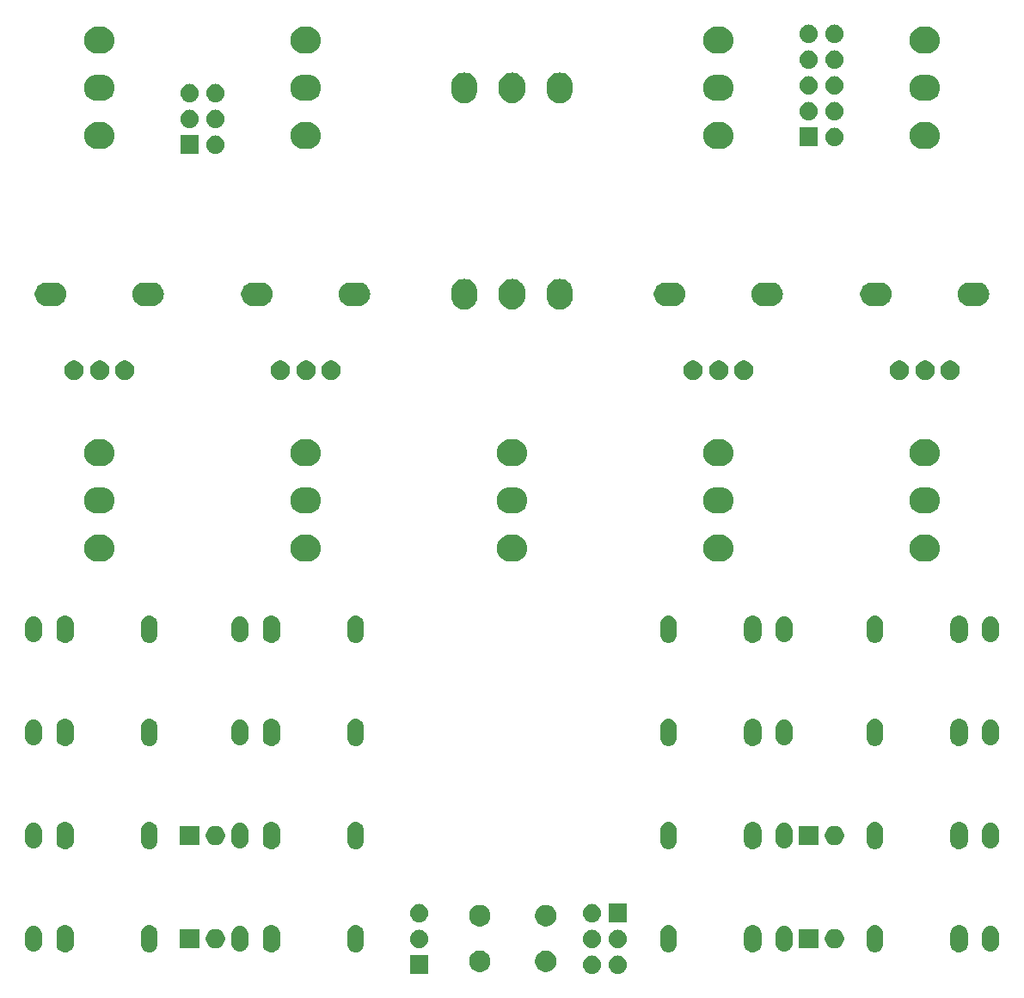
<source format=gbr>
G04 #@! TF.GenerationSoftware,KiCad,Pcbnew,5.0.2-bee76a0~70~ubuntu18.04.1*
G04 #@! TF.CreationDate,2018-12-31T19:04:56+08:00*
G04 #@! TF.ProjectId,Sequencer,53657175-656e-4636-9572-2e6b69636164,rev?*
G04 #@! TF.SameCoordinates,PX8d9e880PY6424e28*
G04 #@! TF.FileFunction,Soldermask,Top*
G04 #@! TF.FilePolarity,Negative*
%FSLAX46Y46*%
G04 Gerber Fmt 4.6, Leading zero omitted, Abs format (unit mm)*
G04 Created by KiCad (PCBNEW 5.0.2-bee76a0~70~ubuntu18.04.1) date Mon Dec 31 19:04:56 2018*
%MOMM*%
%LPD*%
G01*
G04 APERTURE LIST*
%ADD10C,0.100000*%
G04 APERTURE END LIST*
D10*
G36*
X-8242560Y-46621320D02*
X-10044560Y-46621320D01*
X-10044560Y-44819320D01*
X-8242560Y-44819320D01*
X-8242560Y-46621320D01*
X-8242560Y-46621320D01*
G37*
G36*
X10524883Y-44825839D02*
X10591067Y-44832357D01*
X10704293Y-44866704D01*
X10760907Y-44883877D01*
X10784496Y-44896486D01*
X10917431Y-44967542D01*
X10953169Y-44996872D01*
X11054626Y-45080134D01*
X11137888Y-45181591D01*
X11167218Y-45217329D01*
X11167219Y-45217331D01*
X11250883Y-45373853D01*
X11250883Y-45373854D01*
X11302403Y-45543693D01*
X11319799Y-45720320D01*
X11302403Y-45896947D01*
X11268056Y-46010173D01*
X11250883Y-46066787D01*
X11176788Y-46205407D01*
X11167218Y-46223311D01*
X11137888Y-46259049D01*
X11054626Y-46360506D01*
X10953169Y-46443768D01*
X10917431Y-46473098D01*
X10917429Y-46473099D01*
X10760907Y-46556763D01*
X10704293Y-46573936D01*
X10591067Y-46608283D01*
X10524883Y-46614801D01*
X10458700Y-46621320D01*
X10370180Y-46621320D01*
X10303997Y-46614801D01*
X10237813Y-46608283D01*
X10124587Y-46573936D01*
X10067973Y-46556763D01*
X9911451Y-46473099D01*
X9911449Y-46473098D01*
X9875711Y-46443768D01*
X9774254Y-46360506D01*
X9690992Y-46259049D01*
X9661662Y-46223311D01*
X9652092Y-46205407D01*
X9577997Y-46066787D01*
X9560824Y-46010173D01*
X9526477Y-45896947D01*
X9509081Y-45720320D01*
X9526477Y-45543693D01*
X9577997Y-45373854D01*
X9577997Y-45373853D01*
X9661661Y-45217331D01*
X9661662Y-45217329D01*
X9690992Y-45181591D01*
X9774254Y-45080134D01*
X9875711Y-44996872D01*
X9911449Y-44967542D01*
X10044384Y-44896486D01*
X10067973Y-44883877D01*
X10124587Y-44866704D01*
X10237813Y-44832357D01*
X10303997Y-44825839D01*
X10370180Y-44819320D01*
X10458700Y-44819320D01*
X10524883Y-44825839D01*
X10524883Y-44825839D01*
G37*
G36*
X7984883Y-44825839D02*
X8051067Y-44832357D01*
X8164293Y-44866704D01*
X8220907Y-44883877D01*
X8244496Y-44896486D01*
X8377431Y-44967542D01*
X8413169Y-44996872D01*
X8514626Y-45080134D01*
X8597888Y-45181591D01*
X8627218Y-45217329D01*
X8627219Y-45217331D01*
X8710883Y-45373853D01*
X8710883Y-45373854D01*
X8762403Y-45543693D01*
X8779799Y-45720320D01*
X8762403Y-45896947D01*
X8728056Y-46010173D01*
X8710883Y-46066787D01*
X8636788Y-46205407D01*
X8627218Y-46223311D01*
X8597888Y-46259049D01*
X8514626Y-46360506D01*
X8413169Y-46443768D01*
X8377431Y-46473098D01*
X8377429Y-46473099D01*
X8220907Y-46556763D01*
X8164293Y-46573936D01*
X8051067Y-46608283D01*
X7984883Y-46614801D01*
X7918700Y-46621320D01*
X7830180Y-46621320D01*
X7763997Y-46614801D01*
X7697813Y-46608283D01*
X7584587Y-46573936D01*
X7527973Y-46556763D01*
X7371451Y-46473099D01*
X7371449Y-46473098D01*
X7335711Y-46443768D01*
X7234254Y-46360506D01*
X7150992Y-46259049D01*
X7121662Y-46223311D01*
X7112092Y-46205407D01*
X7037997Y-46066787D01*
X7020824Y-46010173D01*
X6986477Y-45896947D01*
X6969081Y-45720320D01*
X6986477Y-45543693D01*
X7037997Y-45373854D01*
X7037997Y-45373853D01*
X7121661Y-45217331D01*
X7121662Y-45217329D01*
X7150992Y-45181591D01*
X7234254Y-45080134D01*
X7335711Y-44996872D01*
X7371449Y-44967542D01*
X7504384Y-44896486D01*
X7527973Y-44883877D01*
X7584587Y-44866704D01*
X7697813Y-44832357D01*
X7763997Y-44825839D01*
X7830180Y-44819320D01*
X7918700Y-44819320D01*
X7984883Y-44825839D01*
X7984883Y-44825839D01*
G37*
G36*
X-2867995Y-44383709D02*
X-2676726Y-44462935D01*
X-2504584Y-44577957D01*
X-2358197Y-44724344D01*
X-2243175Y-44896486D01*
X-2163949Y-45087755D01*
X-2123560Y-45290804D01*
X-2123560Y-45497836D01*
X-2163949Y-45700885D01*
X-2243175Y-45892154D01*
X-2358197Y-46064296D01*
X-2504584Y-46210683D01*
X-2676726Y-46325705D01*
X-2867995Y-46404931D01*
X-3071044Y-46445320D01*
X-3278076Y-46445320D01*
X-3481125Y-46404931D01*
X-3672394Y-46325705D01*
X-3844536Y-46210683D01*
X-3990923Y-46064296D01*
X-4105945Y-45892154D01*
X-4185171Y-45700885D01*
X-4225560Y-45497836D01*
X-4225560Y-45290804D01*
X-4185171Y-45087755D01*
X-4105945Y-44896486D01*
X-3990923Y-44724344D01*
X-3844536Y-44577957D01*
X-3672394Y-44462935D01*
X-3481125Y-44383709D01*
X-3278076Y-44343320D01*
X-3071044Y-44343320D01*
X-2867995Y-44383709D01*
X-2867995Y-44383709D01*
G37*
G36*
X3632005Y-44383709D02*
X3823274Y-44462935D01*
X3995416Y-44577957D01*
X4141803Y-44724344D01*
X4256825Y-44896486D01*
X4336051Y-45087755D01*
X4376440Y-45290804D01*
X4376440Y-45497836D01*
X4336051Y-45700885D01*
X4256825Y-45892154D01*
X4141803Y-46064296D01*
X3995416Y-46210683D01*
X3823274Y-46325705D01*
X3632005Y-46404931D01*
X3428956Y-46445320D01*
X3221924Y-46445320D01*
X3018875Y-46404931D01*
X2827606Y-46325705D01*
X2655464Y-46210683D01*
X2509077Y-46064296D01*
X2394055Y-45892154D01*
X2314829Y-45700885D01*
X2274440Y-45497836D01*
X2274440Y-45290804D01*
X2314829Y-45087755D01*
X2394055Y-44896486D01*
X2509077Y-44724344D01*
X2655464Y-44577957D01*
X2827606Y-44462935D01*
X3018875Y-44383709D01*
X3221924Y-44343320D01*
X3428956Y-44343320D01*
X3632005Y-44383709D01*
X3632005Y-44383709D01*
G37*
G36*
X44187260Y-41841633D02*
X44187263Y-41841634D01*
X44187264Y-41841634D01*
X44347678Y-41890295D01*
X44347680Y-41890296D01*
X44347683Y-41890297D01*
X44495518Y-41969315D01*
X44625099Y-42075661D01*
X44731445Y-42205242D01*
X44810463Y-42353076D01*
X44810463Y-42353077D01*
X44810465Y-42353081D01*
X44846932Y-42473297D01*
X44859127Y-42513499D01*
X44871440Y-42638516D01*
X44871440Y-43722123D01*
X44859127Y-43847141D01*
X44859126Y-43847144D01*
X44859126Y-43847145D01*
X44837327Y-43919008D01*
X44810463Y-44007564D01*
X44731445Y-44155398D01*
X44625099Y-44284979D01*
X44495518Y-44391325D01*
X44347684Y-44470343D01*
X44347681Y-44470344D01*
X44347679Y-44470345D01*
X44187265Y-44519006D01*
X44187264Y-44519006D01*
X44187261Y-44519007D01*
X44020440Y-44535437D01*
X43853620Y-44519007D01*
X43853617Y-44519006D01*
X43853616Y-44519006D01*
X43693202Y-44470345D01*
X43693200Y-44470344D01*
X43693197Y-44470343D01*
X43545363Y-44391325D01*
X43415782Y-44284979D01*
X43309436Y-44155398D01*
X43230418Y-44007564D01*
X43203555Y-43919008D01*
X43181755Y-43847145D01*
X43181755Y-43847144D01*
X43181754Y-43847141D01*
X43169441Y-43722124D01*
X43169440Y-42638517D01*
X43181753Y-42513500D01*
X43181754Y-42513496D01*
X43230415Y-42353082D01*
X43230416Y-42353080D01*
X43230417Y-42353077D01*
X43309435Y-42205242D01*
X43415781Y-42075661D01*
X43545362Y-41969315D01*
X43693196Y-41890297D01*
X43693199Y-41890296D01*
X43693201Y-41890295D01*
X43853615Y-41841634D01*
X43853616Y-41841634D01*
X43853619Y-41841633D01*
X44020440Y-41825203D01*
X44187260Y-41841633D01*
X44187260Y-41841633D01*
G37*
G36*
X23867260Y-41841633D02*
X23867263Y-41841634D01*
X23867264Y-41841634D01*
X24027678Y-41890295D01*
X24027680Y-41890296D01*
X24027683Y-41890297D01*
X24175518Y-41969315D01*
X24305099Y-42075661D01*
X24411445Y-42205242D01*
X24490463Y-42353076D01*
X24490463Y-42353077D01*
X24490465Y-42353081D01*
X24526932Y-42473297D01*
X24539127Y-42513499D01*
X24551440Y-42638516D01*
X24551440Y-43722123D01*
X24539127Y-43847141D01*
X24539126Y-43847144D01*
X24539126Y-43847145D01*
X24517327Y-43919008D01*
X24490463Y-44007564D01*
X24411445Y-44155398D01*
X24305099Y-44284979D01*
X24175518Y-44391325D01*
X24027684Y-44470343D01*
X24027681Y-44470344D01*
X24027679Y-44470345D01*
X23867265Y-44519006D01*
X23867264Y-44519006D01*
X23867261Y-44519007D01*
X23700440Y-44535437D01*
X23533620Y-44519007D01*
X23533617Y-44519006D01*
X23533616Y-44519006D01*
X23373202Y-44470345D01*
X23373200Y-44470344D01*
X23373197Y-44470343D01*
X23225363Y-44391325D01*
X23095782Y-44284979D01*
X22989436Y-44155398D01*
X22910418Y-44007564D01*
X22883555Y-43919008D01*
X22861755Y-43847145D01*
X22861755Y-43847144D01*
X22861754Y-43847141D01*
X22849441Y-43722124D01*
X22849440Y-42638517D01*
X22861753Y-42513500D01*
X22861754Y-42513496D01*
X22910415Y-42353082D01*
X22910416Y-42353080D01*
X22910417Y-42353077D01*
X22989435Y-42205242D01*
X23095781Y-42075661D01*
X23225362Y-41969315D01*
X23373196Y-41890297D01*
X23373199Y-41890296D01*
X23373201Y-41890295D01*
X23533615Y-41841634D01*
X23533616Y-41841634D01*
X23533619Y-41841633D01*
X23700440Y-41825203D01*
X23867260Y-41841633D01*
X23867260Y-41841633D01*
G37*
G36*
X-23532739Y-41841633D02*
X-23532736Y-41841634D01*
X-23532735Y-41841634D01*
X-23372321Y-41890295D01*
X-23372319Y-41890296D01*
X-23372316Y-41890297D01*
X-23224482Y-41969315D01*
X-23094901Y-42075661D01*
X-22988555Y-42205242D01*
X-22909537Y-42353076D01*
X-22909537Y-42353077D01*
X-22909535Y-42353081D01*
X-22873068Y-42473297D01*
X-22860873Y-42513499D01*
X-22848560Y-42638517D01*
X-22848560Y-43722124D01*
X-22860873Y-43847141D01*
X-22860874Y-43847144D01*
X-22860874Y-43847145D01*
X-22882673Y-43919008D01*
X-22909537Y-44007564D01*
X-22988555Y-44155398D01*
X-23094901Y-44284979D01*
X-23224482Y-44391325D01*
X-23372317Y-44470343D01*
X-23372320Y-44470344D01*
X-23372322Y-44470345D01*
X-23532736Y-44519006D01*
X-23532737Y-44519006D01*
X-23532740Y-44519007D01*
X-23699560Y-44535437D01*
X-23866381Y-44519007D01*
X-23866384Y-44519006D01*
X-23866385Y-44519006D01*
X-24026799Y-44470345D01*
X-24026801Y-44470344D01*
X-24026804Y-44470343D01*
X-24174638Y-44391325D01*
X-24304219Y-44284979D01*
X-24410565Y-44155398D01*
X-24489583Y-44007563D01*
X-24516445Y-43919010D01*
X-24538246Y-43847144D01*
X-24538246Y-43847143D01*
X-24538247Y-43847140D01*
X-24550560Y-43722123D01*
X-24550559Y-42638516D01*
X-24538246Y-42513499D01*
X-24526051Y-42473297D01*
X-24489584Y-42353081D01*
X-24489582Y-42353077D01*
X-24489582Y-42353076D01*
X-24410564Y-42205242D01*
X-24304218Y-42075661D01*
X-24174637Y-41969315D01*
X-24026803Y-41890297D01*
X-24026800Y-41890296D01*
X-24026798Y-41890295D01*
X-23866384Y-41841634D01*
X-23866383Y-41841634D01*
X-23866380Y-41841633D01*
X-23699560Y-41825203D01*
X-23532739Y-41841633D01*
X-23532739Y-41841633D01*
G37*
G36*
X-43852739Y-41841633D02*
X-43852736Y-41841634D01*
X-43852735Y-41841634D01*
X-43692321Y-41890295D01*
X-43692319Y-41890296D01*
X-43692316Y-41890297D01*
X-43544482Y-41969315D01*
X-43414901Y-42075661D01*
X-43308555Y-42205242D01*
X-43229537Y-42353076D01*
X-43229537Y-42353077D01*
X-43229535Y-42353081D01*
X-43193068Y-42473297D01*
X-43180873Y-42513499D01*
X-43168560Y-42638517D01*
X-43168560Y-43722124D01*
X-43180873Y-43847141D01*
X-43180874Y-43847144D01*
X-43180874Y-43847145D01*
X-43202673Y-43919008D01*
X-43229537Y-44007564D01*
X-43308555Y-44155398D01*
X-43414901Y-44284979D01*
X-43544482Y-44391325D01*
X-43692317Y-44470343D01*
X-43692320Y-44470344D01*
X-43692322Y-44470345D01*
X-43852736Y-44519006D01*
X-43852737Y-44519006D01*
X-43852740Y-44519007D01*
X-44019560Y-44535437D01*
X-44186381Y-44519007D01*
X-44186384Y-44519006D01*
X-44186385Y-44519006D01*
X-44346799Y-44470345D01*
X-44346801Y-44470344D01*
X-44346804Y-44470343D01*
X-44494638Y-44391325D01*
X-44624219Y-44284979D01*
X-44730565Y-44155398D01*
X-44809583Y-44007563D01*
X-44836445Y-43919010D01*
X-44858246Y-43847144D01*
X-44858246Y-43847143D01*
X-44858247Y-43847140D01*
X-44870560Y-43722123D01*
X-44870559Y-42638516D01*
X-44858246Y-42513499D01*
X-44846051Y-42473297D01*
X-44809584Y-42353081D01*
X-44809582Y-42353077D01*
X-44809582Y-42353076D01*
X-44730564Y-42205242D01*
X-44624218Y-42075661D01*
X-44494637Y-41969315D01*
X-44346803Y-41890297D01*
X-44346800Y-41890296D01*
X-44346798Y-41890295D01*
X-44186384Y-41841634D01*
X-44186383Y-41841634D01*
X-44186380Y-41841633D01*
X-44019560Y-41825203D01*
X-43852739Y-41841633D01*
X-43852739Y-41841633D01*
G37*
G36*
X-35562535Y-41840910D02*
X-35411548Y-41886712D01*
X-35272395Y-41961090D01*
X-35150427Y-42061187D01*
X-35050330Y-42183155D01*
X-34975952Y-42322308D01*
X-34930150Y-42473295D01*
X-34918560Y-42590974D01*
X-34918560Y-43769666D01*
X-34930150Y-43887345D01*
X-34975952Y-44038332D01*
X-35050330Y-44177485D01*
X-35150424Y-44299450D01*
X-35150426Y-44299451D01*
X-35150427Y-44299453D01*
X-35150431Y-44299456D01*
X-35272399Y-44399552D01*
X-35411549Y-44473928D01*
X-35562536Y-44519730D01*
X-35719560Y-44535195D01*
X-35876585Y-44519730D01*
X-36027572Y-44473928D01*
X-36166725Y-44399550D01*
X-36288690Y-44299456D01*
X-36288691Y-44299454D01*
X-36288693Y-44299453D01*
X-36338741Y-44238468D01*
X-36388792Y-44177481D01*
X-36463168Y-44038331D01*
X-36508970Y-43887344D01*
X-36520560Y-43769665D01*
X-36520559Y-42590974D01*
X-36508969Y-42473295D01*
X-36463167Y-42322308D01*
X-36388789Y-42183155D01*
X-36288692Y-42061187D01*
X-36166724Y-41961090D01*
X-36027571Y-41886712D01*
X-35876584Y-41840910D01*
X-35719560Y-41825445D01*
X-35562535Y-41840910D01*
X-35562535Y-41840910D01*
G37*
G36*
X-15242535Y-41840910D02*
X-15091548Y-41886712D01*
X-14952395Y-41961090D01*
X-14830427Y-42061187D01*
X-14730330Y-42183155D01*
X-14655952Y-42322308D01*
X-14610150Y-42473295D01*
X-14598560Y-42590974D01*
X-14598560Y-43769666D01*
X-14610150Y-43887345D01*
X-14655952Y-44038332D01*
X-14730330Y-44177485D01*
X-14830424Y-44299450D01*
X-14830426Y-44299451D01*
X-14830427Y-44299453D01*
X-14830431Y-44299456D01*
X-14952399Y-44399552D01*
X-15091549Y-44473928D01*
X-15242536Y-44519730D01*
X-15399560Y-44535195D01*
X-15556585Y-44519730D01*
X-15707572Y-44473928D01*
X-15846725Y-44399550D01*
X-15968690Y-44299456D01*
X-15968691Y-44299454D01*
X-15968693Y-44299453D01*
X-16018741Y-44238468D01*
X-16068792Y-44177481D01*
X-16143168Y-44038331D01*
X-16188970Y-43887344D01*
X-16200560Y-43769665D01*
X-16200559Y-42590974D01*
X-16188969Y-42473295D01*
X-16143167Y-42322308D01*
X-16068789Y-42183155D01*
X-15968692Y-42061187D01*
X-15846724Y-41961090D01*
X-15707571Y-41886712D01*
X-15556584Y-41840910D01*
X-15399560Y-41825445D01*
X-15242535Y-41840910D01*
X-15242535Y-41840910D01*
G37*
G36*
X15557464Y-41840910D02*
X15708451Y-41886712D01*
X15847601Y-41961088D01*
X15883190Y-41990295D01*
X15969573Y-42061187D01*
X15969574Y-42061189D01*
X15969576Y-42061190D01*
X16069670Y-42183155D01*
X16144048Y-42322308D01*
X16189850Y-42473295D01*
X16201440Y-42590974D01*
X16201440Y-43769666D01*
X16189850Y-43887345D01*
X16144048Y-44038332D01*
X16069670Y-44177485D01*
X15969573Y-44299453D01*
X15847605Y-44399550D01*
X15708452Y-44473928D01*
X15557465Y-44519730D01*
X15400440Y-44535195D01*
X15243416Y-44519730D01*
X15092429Y-44473928D01*
X14953276Y-44399550D01*
X14831308Y-44299453D01*
X14731211Y-44177485D01*
X14656833Y-44038332D01*
X14611031Y-43887345D01*
X14599441Y-43769666D01*
X14599440Y-42590975D01*
X14611030Y-42473296D01*
X14656832Y-42322309D01*
X14731208Y-42183159D01*
X14831305Y-42061190D01*
X14831307Y-42061187D01*
X14831309Y-42061186D01*
X14831310Y-42061184D01*
X14953275Y-41961090D01*
X15092428Y-41886712D01*
X15243415Y-41840910D01*
X15400440Y-41825445D01*
X15557464Y-41840910D01*
X15557464Y-41840910D01*
G37*
G36*
X35877464Y-41840910D02*
X36028451Y-41886712D01*
X36167601Y-41961088D01*
X36203190Y-41990295D01*
X36289573Y-42061187D01*
X36289574Y-42061189D01*
X36289576Y-42061190D01*
X36389670Y-42183155D01*
X36464048Y-42322308D01*
X36509850Y-42473295D01*
X36521440Y-42590974D01*
X36521440Y-43769666D01*
X36509850Y-43887345D01*
X36464048Y-44038332D01*
X36389670Y-44177485D01*
X36289573Y-44299453D01*
X36167605Y-44399550D01*
X36028452Y-44473928D01*
X35877465Y-44519730D01*
X35720440Y-44535195D01*
X35563416Y-44519730D01*
X35412429Y-44473928D01*
X35273276Y-44399550D01*
X35151308Y-44299453D01*
X35051211Y-44177485D01*
X34976833Y-44038332D01*
X34931031Y-43887345D01*
X34919441Y-43769666D01*
X34919440Y-42590975D01*
X34931030Y-42473296D01*
X34976832Y-42322309D01*
X35051208Y-42183159D01*
X35151305Y-42061190D01*
X35151307Y-42061187D01*
X35151309Y-42061186D01*
X35151310Y-42061184D01*
X35273275Y-41961090D01*
X35412428Y-41886712D01*
X35563415Y-41840910D01*
X35720440Y-41825445D01*
X35877464Y-41840910D01*
X35877464Y-41840910D01*
G37*
G36*
X47287260Y-41941633D02*
X47287263Y-41941634D01*
X47287264Y-41941634D01*
X47447678Y-41990295D01*
X47447680Y-41990296D01*
X47447683Y-41990297D01*
X47595518Y-42069315D01*
X47725099Y-42175661D01*
X47831445Y-42305242D01*
X47910463Y-42453076D01*
X47910463Y-42453077D01*
X47910465Y-42453081D01*
X47952295Y-42590976D01*
X47959127Y-42613499D01*
X47971440Y-42738516D01*
X47971440Y-43622123D01*
X47959127Y-43747140D01*
X47959126Y-43747142D01*
X47959126Y-43747145D01*
X47910465Y-43907558D01*
X47910463Y-43907564D01*
X47831445Y-44055398D01*
X47725099Y-44184979D01*
X47595518Y-44291325D01*
X47447684Y-44370343D01*
X47447681Y-44370344D01*
X47447679Y-44370345D01*
X47287265Y-44419006D01*
X47287264Y-44419006D01*
X47287261Y-44419007D01*
X47120440Y-44435437D01*
X46953620Y-44419007D01*
X46953617Y-44419006D01*
X46953616Y-44419006D01*
X46793202Y-44370345D01*
X46793200Y-44370344D01*
X46793197Y-44370343D01*
X46645363Y-44291325D01*
X46515782Y-44184979D01*
X46409436Y-44055398D01*
X46330418Y-43907564D01*
X46324285Y-43887345D01*
X46281755Y-43747145D01*
X46281755Y-43747144D01*
X46281754Y-43747141D01*
X46269440Y-43622123D01*
X46269440Y-42738517D01*
X46281753Y-42613500D01*
X46281754Y-42613496D01*
X46330415Y-42453082D01*
X46330416Y-42453080D01*
X46330417Y-42453077D01*
X46409435Y-42305242D01*
X46515781Y-42175661D01*
X46645362Y-42069315D01*
X46793196Y-41990297D01*
X46793199Y-41990296D01*
X46793201Y-41990295D01*
X46953615Y-41941634D01*
X46953616Y-41941634D01*
X46953619Y-41941633D01*
X47120440Y-41925203D01*
X47287260Y-41941633D01*
X47287260Y-41941633D01*
G37*
G36*
X26967260Y-41941633D02*
X26967263Y-41941634D01*
X26967264Y-41941634D01*
X27127678Y-41990295D01*
X27127680Y-41990296D01*
X27127683Y-41990297D01*
X27275518Y-42069315D01*
X27405099Y-42175661D01*
X27511445Y-42305242D01*
X27590463Y-42453076D01*
X27590463Y-42453077D01*
X27590465Y-42453081D01*
X27632295Y-42590976D01*
X27639127Y-42613499D01*
X27651440Y-42738516D01*
X27651440Y-43622123D01*
X27639127Y-43747140D01*
X27639126Y-43747142D01*
X27639126Y-43747145D01*
X27590465Y-43907558D01*
X27590463Y-43907564D01*
X27511445Y-44055398D01*
X27405099Y-44184979D01*
X27275518Y-44291325D01*
X27127684Y-44370343D01*
X27127681Y-44370344D01*
X27127679Y-44370345D01*
X26967265Y-44419006D01*
X26967264Y-44419006D01*
X26967261Y-44419007D01*
X26800440Y-44435437D01*
X26633620Y-44419007D01*
X26633617Y-44419006D01*
X26633616Y-44419006D01*
X26473202Y-44370345D01*
X26473200Y-44370344D01*
X26473197Y-44370343D01*
X26325363Y-44291325D01*
X26195782Y-44184979D01*
X26089436Y-44055398D01*
X26010418Y-43907564D01*
X26004285Y-43887345D01*
X25961755Y-43747145D01*
X25961755Y-43747144D01*
X25961754Y-43747141D01*
X25949440Y-43622123D01*
X25949440Y-42738517D01*
X25961753Y-42613500D01*
X25961754Y-42613496D01*
X26010415Y-42453082D01*
X26010416Y-42453080D01*
X26010417Y-42453077D01*
X26089435Y-42305242D01*
X26195781Y-42175661D01*
X26325362Y-42069315D01*
X26473196Y-41990297D01*
X26473199Y-41990296D01*
X26473201Y-41990295D01*
X26633615Y-41941634D01*
X26633616Y-41941634D01*
X26633619Y-41941633D01*
X26800440Y-41925203D01*
X26967260Y-41941633D01*
X26967260Y-41941633D01*
G37*
G36*
X-46952739Y-41941633D02*
X-46952736Y-41941634D01*
X-46952735Y-41941634D01*
X-46792321Y-41990295D01*
X-46792319Y-41990296D01*
X-46792316Y-41990297D01*
X-46644482Y-42069315D01*
X-46514901Y-42175661D01*
X-46408555Y-42305242D01*
X-46329537Y-42453076D01*
X-46329537Y-42453077D01*
X-46329535Y-42453081D01*
X-46280874Y-42613495D01*
X-46280874Y-42613496D01*
X-46280873Y-42613500D01*
X-46268560Y-42738517D01*
X-46268560Y-43622124D01*
X-46280873Y-43747141D01*
X-46280874Y-43747144D01*
X-46280874Y-43747145D01*
X-46323403Y-43887345D01*
X-46329537Y-43907564D01*
X-46408555Y-44055398D01*
X-46514901Y-44184979D01*
X-46644482Y-44291325D01*
X-46792317Y-44370343D01*
X-46792320Y-44370344D01*
X-46792322Y-44370345D01*
X-46952736Y-44419006D01*
X-46952737Y-44419006D01*
X-46952740Y-44419007D01*
X-47119560Y-44435437D01*
X-47286381Y-44419007D01*
X-47286384Y-44419006D01*
X-47286385Y-44419006D01*
X-47446799Y-44370345D01*
X-47446801Y-44370344D01*
X-47446804Y-44370343D01*
X-47594638Y-44291325D01*
X-47724219Y-44184979D01*
X-47830565Y-44055398D01*
X-47909583Y-43907563D01*
X-47915716Y-43887345D01*
X-47958246Y-43747144D01*
X-47958246Y-43747143D01*
X-47958247Y-43747140D01*
X-47970560Y-43622123D01*
X-47970560Y-42738517D01*
X-47958246Y-42613499D01*
X-47951414Y-42590976D01*
X-47909584Y-42453081D01*
X-47909582Y-42453077D01*
X-47909582Y-42453076D01*
X-47830564Y-42305242D01*
X-47724218Y-42175661D01*
X-47594637Y-42069315D01*
X-47446803Y-41990297D01*
X-47446800Y-41990296D01*
X-47446798Y-41990295D01*
X-47286384Y-41941634D01*
X-47286383Y-41941634D01*
X-47286380Y-41941633D01*
X-47119560Y-41925203D01*
X-46952739Y-41941633D01*
X-46952739Y-41941633D01*
G37*
G36*
X-26632739Y-41941633D02*
X-26632736Y-41941634D01*
X-26632735Y-41941634D01*
X-26472321Y-41990295D01*
X-26472319Y-41990296D01*
X-26472316Y-41990297D01*
X-26324482Y-42069315D01*
X-26194901Y-42175661D01*
X-26088555Y-42305242D01*
X-26009537Y-42453076D01*
X-26009537Y-42453077D01*
X-26009535Y-42453081D01*
X-25960874Y-42613495D01*
X-25960874Y-42613496D01*
X-25960873Y-42613500D01*
X-25948560Y-42738517D01*
X-25948560Y-43622124D01*
X-25960873Y-43747141D01*
X-25960874Y-43747144D01*
X-25960874Y-43747145D01*
X-26003403Y-43887345D01*
X-26009537Y-43907564D01*
X-26088555Y-44055398D01*
X-26194901Y-44184979D01*
X-26324482Y-44291325D01*
X-26472317Y-44370343D01*
X-26472320Y-44370344D01*
X-26472322Y-44370345D01*
X-26632736Y-44419006D01*
X-26632737Y-44419006D01*
X-26632740Y-44419007D01*
X-26799560Y-44435437D01*
X-26966381Y-44419007D01*
X-26966384Y-44419006D01*
X-26966385Y-44419006D01*
X-27126799Y-44370345D01*
X-27126801Y-44370344D01*
X-27126804Y-44370343D01*
X-27274638Y-44291325D01*
X-27404219Y-44184979D01*
X-27510565Y-44055398D01*
X-27589583Y-43907563D01*
X-27595716Y-43887345D01*
X-27638246Y-43747144D01*
X-27638246Y-43747143D01*
X-27638247Y-43747140D01*
X-27650560Y-43622123D01*
X-27650560Y-42738517D01*
X-27638246Y-42613499D01*
X-27631414Y-42590976D01*
X-27589584Y-42453081D01*
X-27589582Y-42453077D01*
X-27589582Y-42453076D01*
X-27510564Y-42305242D01*
X-27404218Y-42175661D01*
X-27274637Y-42069315D01*
X-27126803Y-41990297D01*
X-27126800Y-41990296D01*
X-27126798Y-41990295D01*
X-26966384Y-41941634D01*
X-26966383Y-41941634D01*
X-26966380Y-41941633D01*
X-26799560Y-41925203D01*
X-26632739Y-41941633D01*
X-26632739Y-41941633D01*
G37*
G36*
X30161440Y-44131320D02*
X28259440Y-44131320D01*
X28259440Y-42229320D01*
X30161440Y-42229320D01*
X30161440Y-44131320D01*
X30161440Y-44131320D01*
G37*
G36*
X-30798560Y-44131320D02*
X-32700560Y-44131320D01*
X-32700560Y-42229320D01*
X-30798560Y-42229320D01*
X-30798560Y-44131320D01*
X-30798560Y-44131320D01*
G37*
G36*
X32027836Y-42265866D02*
X32200906Y-42337554D01*
X32356670Y-42441632D01*
X32489128Y-42574090D01*
X32593206Y-42729854D01*
X32664894Y-42902924D01*
X32701440Y-43086653D01*
X32701440Y-43273987D01*
X32664894Y-43457716D01*
X32593206Y-43630786D01*
X32489128Y-43786550D01*
X32356670Y-43919008D01*
X32200906Y-44023086D01*
X32027836Y-44094774D01*
X31844107Y-44131320D01*
X31656773Y-44131320D01*
X31473044Y-44094774D01*
X31299974Y-44023086D01*
X31144210Y-43919008D01*
X31011752Y-43786550D01*
X30907674Y-43630786D01*
X30835986Y-43457716D01*
X30799440Y-43273987D01*
X30799440Y-43086653D01*
X30835986Y-42902924D01*
X30907674Y-42729854D01*
X31011752Y-42574090D01*
X31144210Y-42441632D01*
X31299974Y-42337554D01*
X31473044Y-42265866D01*
X31656773Y-42229320D01*
X31844107Y-42229320D01*
X32027836Y-42265866D01*
X32027836Y-42265866D01*
G37*
G36*
X-28932164Y-42265866D02*
X-28759094Y-42337554D01*
X-28603330Y-42441632D01*
X-28470872Y-42574090D01*
X-28366794Y-42729854D01*
X-28295106Y-42902924D01*
X-28258560Y-43086653D01*
X-28258560Y-43273987D01*
X-28295106Y-43457716D01*
X-28366794Y-43630786D01*
X-28470872Y-43786550D01*
X-28603330Y-43919008D01*
X-28759094Y-44023086D01*
X-28932164Y-44094774D01*
X-29115893Y-44131320D01*
X-29303227Y-44131320D01*
X-29486956Y-44094774D01*
X-29660026Y-44023086D01*
X-29815790Y-43919008D01*
X-29948248Y-43786550D01*
X-30052326Y-43630786D01*
X-30124014Y-43457716D01*
X-30160560Y-43273987D01*
X-30160560Y-43086653D01*
X-30124014Y-42902924D01*
X-30052326Y-42729854D01*
X-29948248Y-42574090D01*
X-29815790Y-42441632D01*
X-29660026Y-42337554D01*
X-29486956Y-42265866D01*
X-29303227Y-42229320D01*
X-29115893Y-42229320D01*
X-28932164Y-42265866D01*
X-28932164Y-42265866D01*
G37*
G36*
X-9033118Y-42285838D02*
X-8966933Y-42292357D01*
X-8853707Y-42326704D01*
X-8797093Y-42343877D01*
X-8658473Y-42417972D01*
X-8640569Y-42427542D01*
X-8609456Y-42453076D01*
X-8503374Y-42540134D01*
X-8443166Y-42613499D01*
X-8390782Y-42677329D01*
X-8390781Y-42677331D01*
X-8307117Y-42833853D01*
X-8307117Y-42833854D01*
X-8255597Y-43003693D01*
X-8238201Y-43180320D01*
X-8255597Y-43356947D01*
X-8286165Y-43457716D01*
X-8307117Y-43526787D01*
X-8362707Y-43630787D01*
X-8390782Y-43683311D01*
X-8420112Y-43719049D01*
X-8503374Y-43820506D01*
X-8584818Y-43887344D01*
X-8640569Y-43933098D01*
X-8640571Y-43933099D01*
X-8797093Y-44016763D01*
X-8817938Y-44023086D01*
X-8966933Y-44068283D01*
X-9033118Y-44074802D01*
X-9099300Y-44081320D01*
X-9187820Y-44081320D01*
X-9254002Y-44074802D01*
X-9320187Y-44068283D01*
X-9469182Y-44023086D01*
X-9490027Y-44016763D01*
X-9646549Y-43933099D01*
X-9646551Y-43933098D01*
X-9702302Y-43887344D01*
X-9783746Y-43820506D01*
X-9867008Y-43719049D01*
X-9896338Y-43683311D01*
X-9924413Y-43630787D01*
X-9980003Y-43526787D01*
X-10000955Y-43457716D01*
X-10031523Y-43356947D01*
X-10048919Y-43180320D01*
X-10031523Y-43003693D01*
X-9980003Y-42833854D01*
X-9980003Y-42833853D01*
X-9896339Y-42677331D01*
X-9896338Y-42677329D01*
X-9843954Y-42613499D01*
X-9783746Y-42540134D01*
X-9677664Y-42453076D01*
X-9646551Y-42427542D01*
X-9628647Y-42417972D01*
X-9490027Y-42343877D01*
X-9433413Y-42326704D01*
X-9320187Y-42292357D01*
X-9254002Y-42285838D01*
X-9187820Y-42279320D01*
X-9099300Y-42279320D01*
X-9033118Y-42285838D01*
X-9033118Y-42285838D01*
G37*
G36*
X10524882Y-42285838D02*
X10591067Y-42292357D01*
X10704293Y-42326704D01*
X10760907Y-42343877D01*
X10899527Y-42417972D01*
X10917431Y-42427542D01*
X10948544Y-42453076D01*
X11054626Y-42540134D01*
X11114834Y-42613499D01*
X11167218Y-42677329D01*
X11167219Y-42677331D01*
X11250883Y-42833853D01*
X11250883Y-42833854D01*
X11302403Y-43003693D01*
X11319799Y-43180320D01*
X11302403Y-43356947D01*
X11271835Y-43457716D01*
X11250883Y-43526787D01*
X11195293Y-43630787D01*
X11167218Y-43683311D01*
X11137888Y-43719049D01*
X11054626Y-43820506D01*
X10973182Y-43887344D01*
X10917431Y-43933098D01*
X10917429Y-43933099D01*
X10760907Y-44016763D01*
X10740062Y-44023086D01*
X10591067Y-44068283D01*
X10524882Y-44074802D01*
X10458700Y-44081320D01*
X10370180Y-44081320D01*
X10303998Y-44074802D01*
X10237813Y-44068283D01*
X10088818Y-44023086D01*
X10067973Y-44016763D01*
X9911451Y-43933099D01*
X9911449Y-43933098D01*
X9855698Y-43887344D01*
X9774254Y-43820506D01*
X9690992Y-43719049D01*
X9661662Y-43683311D01*
X9633587Y-43630787D01*
X9577997Y-43526787D01*
X9557045Y-43457716D01*
X9526477Y-43356947D01*
X9509081Y-43180320D01*
X9526477Y-43003693D01*
X9577997Y-42833854D01*
X9577997Y-42833853D01*
X9661661Y-42677331D01*
X9661662Y-42677329D01*
X9714046Y-42613499D01*
X9774254Y-42540134D01*
X9880336Y-42453076D01*
X9911449Y-42427542D01*
X9929353Y-42417972D01*
X10067973Y-42343877D01*
X10124587Y-42326704D01*
X10237813Y-42292357D01*
X10303998Y-42285838D01*
X10370180Y-42279320D01*
X10458700Y-42279320D01*
X10524882Y-42285838D01*
X10524882Y-42285838D01*
G37*
G36*
X7984882Y-42285838D02*
X8051067Y-42292357D01*
X8164293Y-42326704D01*
X8220907Y-42343877D01*
X8359527Y-42417972D01*
X8377431Y-42427542D01*
X8408544Y-42453076D01*
X8514626Y-42540134D01*
X8574834Y-42613499D01*
X8627218Y-42677329D01*
X8627219Y-42677331D01*
X8710883Y-42833853D01*
X8710883Y-42833854D01*
X8762403Y-43003693D01*
X8779799Y-43180320D01*
X8762403Y-43356947D01*
X8731835Y-43457716D01*
X8710883Y-43526787D01*
X8655293Y-43630787D01*
X8627218Y-43683311D01*
X8597888Y-43719049D01*
X8514626Y-43820506D01*
X8433182Y-43887344D01*
X8377431Y-43933098D01*
X8377429Y-43933099D01*
X8220907Y-44016763D01*
X8200062Y-44023086D01*
X8051067Y-44068283D01*
X7984882Y-44074802D01*
X7918700Y-44081320D01*
X7830180Y-44081320D01*
X7763998Y-44074802D01*
X7697813Y-44068283D01*
X7548818Y-44023086D01*
X7527973Y-44016763D01*
X7371451Y-43933099D01*
X7371449Y-43933098D01*
X7315698Y-43887344D01*
X7234254Y-43820506D01*
X7150992Y-43719049D01*
X7121662Y-43683311D01*
X7093587Y-43630787D01*
X7037997Y-43526787D01*
X7017045Y-43457716D01*
X6986477Y-43356947D01*
X6969081Y-43180320D01*
X6986477Y-43003693D01*
X7037997Y-42833854D01*
X7037997Y-42833853D01*
X7121661Y-42677331D01*
X7121662Y-42677329D01*
X7174046Y-42613499D01*
X7234254Y-42540134D01*
X7340336Y-42453076D01*
X7371449Y-42427542D01*
X7389353Y-42417972D01*
X7527973Y-42343877D01*
X7584587Y-42326704D01*
X7697813Y-42292357D01*
X7763998Y-42285838D01*
X7830180Y-42279320D01*
X7918700Y-42279320D01*
X7984882Y-42285838D01*
X7984882Y-42285838D01*
G37*
G36*
X-2867995Y-39883709D02*
X-2676726Y-39962935D01*
X-2504584Y-40077957D01*
X-2358197Y-40224344D01*
X-2243175Y-40396486D01*
X-2163949Y-40587755D01*
X-2123560Y-40790804D01*
X-2123560Y-40997836D01*
X-2163949Y-41200885D01*
X-2243175Y-41392154D01*
X-2358197Y-41564296D01*
X-2504584Y-41710683D01*
X-2676726Y-41825705D01*
X-2867995Y-41904931D01*
X-3071044Y-41945320D01*
X-3278076Y-41945320D01*
X-3481125Y-41904931D01*
X-3672394Y-41825705D01*
X-3844536Y-41710683D01*
X-3990923Y-41564296D01*
X-4105945Y-41392154D01*
X-4185171Y-41200885D01*
X-4225560Y-40997836D01*
X-4225560Y-40790804D01*
X-4185171Y-40587755D01*
X-4105945Y-40396486D01*
X-3990923Y-40224344D01*
X-3844536Y-40077957D01*
X-3672394Y-39962935D01*
X-3481125Y-39883709D01*
X-3278076Y-39843320D01*
X-3071044Y-39843320D01*
X-2867995Y-39883709D01*
X-2867995Y-39883709D01*
G37*
G36*
X3632005Y-39883709D02*
X3823274Y-39962935D01*
X3995416Y-40077957D01*
X4141803Y-40224344D01*
X4256825Y-40396486D01*
X4336051Y-40587755D01*
X4376440Y-40790804D01*
X4376440Y-40997836D01*
X4336051Y-41200885D01*
X4256825Y-41392154D01*
X4141803Y-41564296D01*
X3995416Y-41710683D01*
X3823274Y-41825705D01*
X3632005Y-41904931D01*
X3428956Y-41945320D01*
X3221924Y-41945320D01*
X3018875Y-41904931D01*
X2827606Y-41825705D01*
X2655464Y-41710683D01*
X2509077Y-41564296D01*
X2394055Y-41392154D01*
X2314829Y-41200885D01*
X2274440Y-40997836D01*
X2274440Y-40790804D01*
X2314829Y-40587755D01*
X2394055Y-40396486D01*
X2509077Y-40224344D01*
X2655464Y-40077957D01*
X2827606Y-39962935D01*
X3018875Y-39883709D01*
X3221924Y-39843320D01*
X3428956Y-39843320D01*
X3632005Y-39883709D01*
X3632005Y-39883709D01*
G37*
G36*
X-9033117Y-39745839D02*
X-8966933Y-39752357D01*
X-8853707Y-39786704D01*
X-8797093Y-39803877D01*
X-8658473Y-39877972D01*
X-8640569Y-39887542D01*
X-8604831Y-39916872D01*
X-8503374Y-40000134D01*
X-8420112Y-40101591D01*
X-8390782Y-40137329D01*
X-8390781Y-40137331D01*
X-8307117Y-40293853D01*
X-8307117Y-40293854D01*
X-8255597Y-40463693D01*
X-8238201Y-40640320D01*
X-8255597Y-40816947D01*
X-8289944Y-40930173D01*
X-8307117Y-40986787D01*
X-8313022Y-40997834D01*
X-8390782Y-41143311D01*
X-8420112Y-41179049D01*
X-8503374Y-41280506D01*
X-8604831Y-41363768D01*
X-8640569Y-41393098D01*
X-8640571Y-41393099D01*
X-8797093Y-41476763D01*
X-8853707Y-41493936D01*
X-8966933Y-41528283D01*
X-9033118Y-41534802D01*
X-9099300Y-41541320D01*
X-9187820Y-41541320D01*
X-9254002Y-41534802D01*
X-9320187Y-41528283D01*
X-9433413Y-41493936D01*
X-9490027Y-41476763D01*
X-9646549Y-41393099D01*
X-9646551Y-41393098D01*
X-9682289Y-41363768D01*
X-9783746Y-41280506D01*
X-9867008Y-41179049D01*
X-9896338Y-41143311D01*
X-9974098Y-40997834D01*
X-9980003Y-40986787D01*
X-9997176Y-40930173D01*
X-10031523Y-40816947D01*
X-10048919Y-40640320D01*
X-10031523Y-40463693D01*
X-9980003Y-40293854D01*
X-9980003Y-40293853D01*
X-9896339Y-40137331D01*
X-9896338Y-40137329D01*
X-9867008Y-40101591D01*
X-9783746Y-40000134D01*
X-9682289Y-39916872D01*
X-9646551Y-39887542D01*
X-9628647Y-39877972D01*
X-9490027Y-39803877D01*
X-9433413Y-39786704D01*
X-9320187Y-39752357D01*
X-9254003Y-39745839D01*
X-9187820Y-39739320D01*
X-9099300Y-39739320D01*
X-9033117Y-39745839D01*
X-9033117Y-39745839D01*
G37*
G36*
X11315440Y-41541320D02*
X9513440Y-41541320D01*
X9513440Y-39739320D01*
X11315440Y-39739320D01*
X11315440Y-41541320D01*
X11315440Y-41541320D01*
G37*
G36*
X7984883Y-39745839D02*
X8051067Y-39752357D01*
X8164293Y-39786704D01*
X8220907Y-39803877D01*
X8359527Y-39877972D01*
X8377431Y-39887542D01*
X8413169Y-39916872D01*
X8514626Y-40000134D01*
X8597888Y-40101591D01*
X8627218Y-40137329D01*
X8627219Y-40137331D01*
X8710883Y-40293853D01*
X8710883Y-40293854D01*
X8762403Y-40463693D01*
X8779799Y-40640320D01*
X8762403Y-40816947D01*
X8728056Y-40930173D01*
X8710883Y-40986787D01*
X8704978Y-40997834D01*
X8627218Y-41143311D01*
X8597888Y-41179049D01*
X8514626Y-41280506D01*
X8413169Y-41363768D01*
X8377431Y-41393098D01*
X8377429Y-41393099D01*
X8220907Y-41476763D01*
X8164293Y-41493936D01*
X8051067Y-41528283D01*
X7984882Y-41534802D01*
X7918700Y-41541320D01*
X7830180Y-41541320D01*
X7763998Y-41534802D01*
X7697813Y-41528283D01*
X7584587Y-41493936D01*
X7527973Y-41476763D01*
X7371451Y-41393099D01*
X7371449Y-41393098D01*
X7335711Y-41363768D01*
X7234254Y-41280506D01*
X7150992Y-41179049D01*
X7121662Y-41143311D01*
X7043902Y-40997834D01*
X7037997Y-40986787D01*
X7020824Y-40930173D01*
X6986477Y-40816947D01*
X6969081Y-40640320D01*
X6986477Y-40463693D01*
X7037997Y-40293854D01*
X7037997Y-40293853D01*
X7121661Y-40137331D01*
X7121662Y-40137329D01*
X7150992Y-40101591D01*
X7234254Y-40000134D01*
X7335711Y-39916872D01*
X7371449Y-39887542D01*
X7389353Y-39877972D01*
X7527973Y-39803877D01*
X7584587Y-39786704D01*
X7697813Y-39752357D01*
X7763997Y-39745839D01*
X7830180Y-39739320D01*
X7918700Y-39739320D01*
X7984883Y-39745839D01*
X7984883Y-39745839D01*
G37*
G36*
X-43852739Y-31681633D02*
X-43852736Y-31681634D01*
X-43852735Y-31681634D01*
X-43692321Y-31730295D01*
X-43692319Y-31730296D01*
X-43692316Y-31730297D01*
X-43544482Y-31809315D01*
X-43414901Y-31915661D01*
X-43308555Y-32045242D01*
X-43229537Y-32193076D01*
X-43229537Y-32193077D01*
X-43229535Y-32193081D01*
X-43193068Y-32313297D01*
X-43180873Y-32353499D01*
X-43168560Y-32478517D01*
X-43168560Y-33562124D01*
X-43180873Y-33687141D01*
X-43180874Y-33687144D01*
X-43180874Y-33687145D01*
X-43202673Y-33759008D01*
X-43229537Y-33847564D01*
X-43308555Y-33995398D01*
X-43414901Y-34124979D01*
X-43544482Y-34231325D01*
X-43692317Y-34310343D01*
X-43692320Y-34310344D01*
X-43692322Y-34310345D01*
X-43852736Y-34359006D01*
X-43852737Y-34359006D01*
X-43852740Y-34359007D01*
X-44019560Y-34375437D01*
X-44186381Y-34359007D01*
X-44186384Y-34359006D01*
X-44186385Y-34359006D01*
X-44346799Y-34310345D01*
X-44346801Y-34310344D01*
X-44346804Y-34310343D01*
X-44494638Y-34231325D01*
X-44624219Y-34124979D01*
X-44730565Y-33995398D01*
X-44809583Y-33847563D01*
X-44836445Y-33759010D01*
X-44858246Y-33687144D01*
X-44858246Y-33687143D01*
X-44858247Y-33687140D01*
X-44870560Y-33562123D01*
X-44870559Y-32478516D01*
X-44858246Y-32353499D01*
X-44846051Y-32313297D01*
X-44809584Y-32193081D01*
X-44809582Y-32193077D01*
X-44809582Y-32193076D01*
X-44730564Y-32045242D01*
X-44624218Y-31915661D01*
X-44494637Y-31809315D01*
X-44346803Y-31730297D01*
X-44346800Y-31730296D01*
X-44346798Y-31730295D01*
X-44186384Y-31681634D01*
X-44186383Y-31681634D01*
X-44186380Y-31681633D01*
X-44019560Y-31665203D01*
X-43852739Y-31681633D01*
X-43852739Y-31681633D01*
G37*
G36*
X-23532739Y-31681633D02*
X-23532736Y-31681634D01*
X-23532735Y-31681634D01*
X-23372321Y-31730295D01*
X-23372319Y-31730296D01*
X-23372316Y-31730297D01*
X-23224482Y-31809315D01*
X-23094901Y-31915661D01*
X-22988555Y-32045242D01*
X-22909537Y-32193076D01*
X-22909537Y-32193077D01*
X-22909535Y-32193081D01*
X-22873068Y-32313297D01*
X-22860873Y-32353499D01*
X-22848560Y-32478517D01*
X-22848560Y-33562124D01*
X-22860873Y-33687141D01*
X-22860874Y-33687144D01*
X-22860874Y-33687145D01*
X-22882673Y-33759008D01*
X-22909537Y-33847564D01*
X-22988555Y-33995398D01*
X-23094901Y-34124979D01*
X-23224482Y-34231325D01*
X-23372317Y-34310343D01*
X-23372320Y-34310344D01*
X-23372322Y-34310345D01*
X-23532736Y-34359006D01*
X-23532737Y-34359006D01*
X-23532740Y-34359007D01*
X-23699560Y-34375437D01*
X-23866381Y-34359007D01*
X-23866384Y-34359006D01*
X-23866385Y-34359006D01*
X-24026799Y-34310345D01*
X-24026801Y-34310344D01*
X-24026804Y-34310343D01*
X-24174638Y-34231325D01*
X-24304219Y-34124979D01*
X-24410565Y-33995398D01*
X-24489583Y-33847563D01*
X-24516445Y-33759010D01*
X-24538246Y-33687144D01*
X-24538246Y-33687143D01*
X-24538247Y-33687140D01*
X-24550560Y-33562123D01*
X-24550559Y-32478516D01*
X-24538246Y-32353499D01*
X-24526051Y-32313297D01*
X-24489584Y-32193081D01*
X-24489582Y-32193077D01*
X-24489582Y-32193076D01*
X-24410564Y-32045242D01*
X-24304218Y-31915661D01*
X-24174637Y-31809315D01*
X-24026803Y-31730297D01*
X-24026800Y-31730296D01*
X-24026798Y-31730295D01*
X-23866384Y-31681634D01*
X-23866383Y-31681634D01*
X-23866380Y-31681633D01*
X-23699560Y-31665203D01*
X-23532739Y-31681633D01*
X-23532739Y-31681633D01*
G37*
G36*
X23867260Y-31681633D02*
X23867263Y-31681634D01*
X23867264Y-31681634D01*
X24027678Y-31730295D01*
X24027680Y-31730296D01*
X24027683Y-31730297D01*
X24175518Y-31809315D01*
X24305099Y-31915661D01*
X24411445Y-32045242D01*
X24490463Y-32193076D01*
X24490463Y-32193077D01*
X24490465Y-32193081D01*
X24526932Y-32313297D01*
X24539127Y-32353499D01*
X24551440Y-32478516D01*
X24551440Y-33562123D01*
X24539127Y-33687141D01*
X24539126Y-33687144D01*
X24539126Y-33687145D01*
X24517327Y-33759008D01*
X24490463Y-33847564D01*
X24411445Y-33995398D01*
X24305099Y-34124979D01*
X24175518Y-34231325D01*
X24027684Y-34310343D01*
X24027681Y-34310344D01*
X24027679Y-34310345D01*
X23867265Y-34359006D01*
X23867264Y-34359006D01*
X23867261Y-34359007D01*
X23700440Y-34375437D01*
X23533620Y-34359007D01*
X23533617Y-34359006D01*
X23533616Y-34359006D01*
X23373202Y-34310345D01*
X23373200Y-34310344D01*
X23373197Y-34310343D01*
X23225363Y-34231325D01*
X23095782Y-34124979D01*
X22989436Y-33995398D01*
X22910418Y-33847564D01*
X22883555Y-33759008D01*
X22861755Y-33687145D01*
X22861755Y-33687144D01*
X22861754Y-33687141D01*
X22849441Y-33562124D01*
X22849440Y-32478517D01*
X22861753Y-32353500D01*
X22861754Y-32353496D01*
X22910415Y-32193082D01*
X22910416Y-32193080D01*
X22910417Y-32193077D01*
X22989435Y-32045242D01*
X23095781Y-31915661D01*
X23225362Y-31809315D01*
X23373196Y-31730297D01*
X23373199Y-31730296D01*
X23373201Y-31730295D01*
X23533615Y-31681634D01*
X23533616Y-31681634D01*
X23533619Y-31681633D01*
X23700440Y-31665203D01*
X23867260Y-31681633D01*
X23867260Y-31681633D01*
G37*
G36*
X44187260Y-31681633D02*
X44187263Y-31681634D01*
X44187264Y-31681634D01*
X44347678Y-31730295D01*
X44347680Y-31730296D01*
X44347683Y-31730297D01*
X44495518Y-31809315D01*
X44625099Y-31915661D01*
X44731445Y-32045242D01*
X44810463Y-32193076D01*
X44810463Y-32193077D01*
X44810465Y-32193081D01*
X44846932Y-32313297D01*
X44859127Y-32353499D01*
X44871440Y-32478516D01*
X44871440Y-33562123D01*
X44859127Y-33687141D01*
X44859126Y-33687144D01*
X44859126Y-33687145D01*
X44837327Y-33759008D01*
X44810463Y-33847564D01*
X44731445Y-33995398D01*
X44625099Y-34124979D01*
X44495518Y-34231325D01*
X44347684Y-34310343D01*
X44347681Y-34310344D01*
X44347679Y-34310345D01*
X44187265Y-34359006D01*
X44187264Y-34359006D01*
X44187261Y-34359007D01*
X44020440Y-34375437D01*
X43853620Y-34359007D01*
X43853617Y-34359006D01*
X43853616Y-34359006D01*
X43693202Y-34310345D01*
X43693200Y-34310344D01*
X43693197Y-34310343D01*
X43545363Y-34231325D01*
X43415782Y-34124979D01*
X43309436Y-33995398D01*
X43230418Y-33847564D01*
X43203555Y-33759008D01*
X43181755Y-33687145D01*
X43181755Y-33687144D01*
X43181754Y-33687141D01*
X43169441Y-33562124D01*
X43169440Y-32478517D01*
X43181753Y-32353500D01*
X43181754Y-32353496D01*
X43230415Y-32193082D01*
X43230416Y-32193080D01*
X43230417Y-32193077D01*
X43309435Y-32045242D01*
X43415781Y-31915661D01*
X43545362Y-31809315D01*
X43693196Y-31730297D01*
X43693199Y-31730296D01*
X43693201Y-31730295D01*
X43853615Y-31681634D01*
X43853616Y-31681634D01*
X43853619Y-31681633D01*
X44020440Y-31665203D01*
X44187260Y-31681633D01*
X44187260Y-31681633D01*
G37*
G36*
X-15242535Y-31680910D02*
X-15091548Y-31726712D01*
X-14952395Y-31801090D01*
X-14830427Y-31901187D01*
X-14730330Y-32023155D01*
X-14655952Y-32162308D01*
X-14610150Y-32313295D01*
X-14598560Y-32430974D01*
X-14598560Y-33609666D01*
X-14610150Y-33727345D01*
X-14655952Y-33878332D01*
X-14730330Y-34017485D01*
X-14830424Y-34139450D01*
X-14830426Y-34139451D01*
X-14830427Y-34139453D01*
X-14830431Y-34139456D01*
X-14952399Y-34239552D01*
X-15091549Y-34313928D01*
X-15242536Y-34359730D01*
X-15399560Y-34375195D01*
X-15556585Y-34359730D01*
X-15707572Y-34313928D01*
X-15846725Y-34239550D01*
X-15968690Y-34139456D01*
X-15968691Y-34139454D01*
X-15968693Y-34139453D01*
X-16018741Y-34078469D01*
X-16068792Y-34017481D01*
X-16143168Y-33878331D01*
X-16188970Y-33727344D01*
X-16200560Y-33609665D01*
X-16200559Y-32430974D01*
X-16188969Y-32313295D01*
X-16143167Y-32162308D01*
X-16068789Y-32023155D01*
X-15968692Y-31901187D01*
X-15846724Y-31801090D01*
X-15707571Y-31726712D01*
X-15556584Y-31680910D01*
X-15399560Y-31665445D01*
X-15242535Y-31680910D01*
X-15242535Y-31680910D01*
G37*
G36*
X15557464Y-31680910D02*
X15708451Y-31726712D01*
X15847601Y-31801088D01*
X15883190Y-31830295D01*
X15969573Y-31901187D01*
X15969574Y-31901189D01*
X15969576Y-31901190D01*
X16069670Y-32023155D01*
X16144048Y-32162308D01*
X16189850Y-32313295D01*
X16201440Y-32430974D01*
X16201440Y-33609666D01*
X16189850Y-33727345D01*
X16144048Y-33878332D01*
X16069670Y-34017485D01*
X15969573Y-34139453D01*
X15847605Y-34239550D01*
X15708452Y-34313928D01*
X15557465Y-34359730D01*
X15400440Y-34375195D01*
X15243416Y-34359730D01*
X15092429Y-34313928D01*
X14953276Y-34239550D01*
X14831308Y-34139453D01*
X14731211Y-34017485D01*
X14656833Y-33878332D01*
X14611031Y-33727345D01*
X14599441Y-33609666D01*
X14599440Y-32430975D01*
X14611030Y-32313296D01*
X14656832Y-32162309D01*
X14731208Y-32023159D01*
X14831305Y-31901190D01*
X14831307Y-31901187D01*
X14831309Y-31901186D01*
X14831310Y-31901184D01*
X14953275Y-31801090D01*
X15092428Y-31726712D01*
X15243415Y-31680910D01*
X15400440Y-31665445D01*
X15557464Y-31680910D01*
X15557464Y-31680910D01*
G37*
G36*
X35877464Y-31680910D02*
X36028451Y-31726712D01*
X36167601Y-31801088D01*
X36203190Y-31830295D01*
X36289573Y-31901187D01*
X36289574Y-31901189D01*
X36289576Y-31901190D01*
X36389670Y-32023155D01*
X36464048Y-32162308D01*
X36509850Y-32313295D01*
X36521440Y-32430974D01*
X36521440Y-33609666D01*
X36509850Y-33727345D01*
X36464048Y-33878332D01*
X36389670Y-34017485D01*
X36289573Y-34139453D01*
X36167605Y-34239550D01*
X36028452Y-34313928D01*
X35877465Y-34359730D01*
X35720440Y-34375195D01*
X35563416Y-34359730D01*
X35412429Y-34313928D01*
X35273276Y-34239550D01*
X35151308Y-34139453D01*
X35051211Y-34017485D01*
X34976833Y-33878332D01*
X34931031Y-33727345D01*
X34919441Y-33609666D01*
X34919440Y-32430975D01*
X34931030Y-32313296D01*
X34976832Y-32162309D01*
X35051208Y-32023159D01*
X35151305Y-31901190D01*
X35151307Y-31901187D01*
X35151309Y-31901186D01*
X35151310Y-31901184D01*
X35273275Y-31801090D01*
X35412428Y-31726712D01*
X35563415Y-31680910D01*
X35720440Y-31665445D01*
X35877464Y-31680910D01*
X35877464Y-31680910D01*
G37*
G36*
X-35562535Y-31680910D02*
X-35411548Y-31726712D01*
X-35272395Y-31801090D01*
X-35150427Y-31901187D01*
X-35050330Y-32023155D01*
X-34975952Y-32162308D01*
X-34930150Y-32313295D01*
X-34918560Y-32430974D01*
X-34918560Y-33609666D01*
X-34930150Y-33727345D01*
X-34975952Y-33878332D01*
X-35050330Y-34017485D01*
X-35150424Y-34139450D01*
X-35150426Y-34139451D01*
X-35150427Y-34139453D01*
X-35150431Y-34139456D01*
X-35272399Y-34239552D01*
X-35411549Y-34313928D01*
X-35562536Y-34359730D01*
X-35719560Y-34375195D01*
X-35876585Y-34359730D01*
X-36027572Y-34313928D01*
X-36166725Y-34239550D01*
X-36288690Y-34139456D01*
X-36288691Y-34139454D01*
X-36288693Y-34139453D01*
X-36338741Y-34078469D01*
X-36388792Y-34017481D01*
X-36463168Y-33878331D01*
X-36508970Y-33727344D01*
X-36520560Y-33609665D01*
X-36520559Y-32430974D01*
X-36508969Y-32313295D01*
X-36463167Y-32162308D01*
X-36388789Y-32023155D01*
X-36288692Y-31901187D01*
X-36166724Y-31801090D01*
X-36027571Y-31726712D01*
X-35876584Y-31680910D01*
X-35719560Y-31665445D01*
X-35562535Y-31680910D01*
X-35562535Y-31680910D01*
G37*
G36*
X47287260Y-31781633D02*
X47287263Y-31781634D01*
X47287264Y-31781634D01*
X47447678Y-31830295D01*
X47447680Y-31830296D01*
X47447683Y-31830297D01*
X47595518Y-31909315D01*
X47725099Y-32015661D01*
X47831445Y-32145242D01*
X47910463Y-32293076D01*
X47910463Y-32293077D01*
X47910465Y-32293081D01*
X47952295Y-32430976D01*
X47959127Y-32453499D01*
X47971440Y-32578516D01*
X47971440Y-33462123D01*
X47959127Y-33587140D01*
X47959126Y-33587142D01*
X47959126Y-33587145D01*
X47910465Y-33747558D01*
X47910463Y-33747564D01*
X47831445Y-33895398D01*
X47725099Y-34024979D01*
X47595518Y-34131325D01*
X47447684Y-34210343D01*
X47447681Y-34210344D01*
X47447679Y-34210345D01*
X47287265Y-34259006D01*
X47287264Y-34259006D01*
X47287261Y-34259007D01*
X47120440Y-34275437D01*
X46953620Y-34259007D01*
X46953617Y-34259006D01*
X46953616Y-34259006D01*
X46793202Y-34210345D01*
X46793200Y-34210344D01*
X46793197Y-34210343D01*
X46645363Y-34131325D01*
X46515782Y-34024979D01*
X46409436Y-33895398D01*
X46330418Y-33747564D01*
X46324285Y-33727345D01*
X46281755Y-33587145D01*
X46281755Y-33587144D01*
X46281754Y-33587141D01*
X46269440Y-33462123D01*
X46269440Y-32578517D01*
X46281753Y-32453500D01*
X46281754Y-32453496D01*
X46330415Y-32293082D01*
X46330416Y-32293080D01*
X46330417Y-32293077D01*
X46409435Y-32145242D01*
X46515781Y-32015661D01*
X46645362Y-31909315D01*
X46793196Y-31830297D01*
X46793199Y-31830296D01*
X46793201Y-31830295D01*
X46953615Y-31781634D01*
X46953616Y-31781634D01*
X46953619Y-31781633D01*
X47120440Y-31765203D01*
X47287260Y-31781633D01*
X47287260Y-31781633D01*
G37*
G36*
X26967260Y-31781633D02*
X26967263Y-31781634D01*
X26967264Y-31781634D01*
X27127678Y-31830295D01*
X27127680Y-31830296D01*
X27127683Y-31830297D01*
X27275518Y-31909315D01*
X27405099Y-32015661D01*
X27511445Y-32145242D01*
X27590463Y-32293076D01*
X27590463Y-32293077D01*
X27590465Y-32293081D01*
X27632295Y-32430976D01*
X27639127Y-32453499D01*
X27651440Y-32578516D01*
X27651440Y-33462123D01*
X27639127Y-33587140D01*
X27639126Y-33587142D01*
X27639126Y-33587145D01*
X27590465Y-33747558D01*
X27590463Y-33747564D01*
X27511445Y-33895398D01*
X27405099Y-34024979D01*
X27275518Y-34131325D01*
X27127684Y-34210343D01*
X27127681Y-34210344D01*
X27127679Y-34210345D01*
X26967265Y-34259006D01*
X26967264Y-34259006D01*
X26967261Y-34259007D01*
X26800440Y-34275437D01*
X26633620Y-34259007D01*
X26633617Y-34259006D01*
X26633616Y-34259006D01*
X26473202Y-34210345D01*
X26473200Y-34210344D01*
X26473197Y-34210343D01*
X26325363Y-34131325D01*
X26195782Y-34024979D01*
X26089436Y-33895398D01*
X26010418Y-33747564D01*
X26004285Y-33727345D01*
X25961755Y-33587145D01*
X25961755Y-33587144D01*
X25961754Y-33587141D01*
X25949440Y-33462123D01*
X25949440Y-32578517D01*
X25961753Y-32453500D01*
X25961754Y-32453496D01*
X26010415Y-32293082D01*
X26010416Y-32293080D01*
X26010417Y-32293077D01*
X26089435Y-32145242D01*
X26195781Y-32015661D01*
X26325362Y-31909315D01*
X26473196Y-31830297D01*
X26473199Y-31830296D01*
X26473201Y-31830295D01*
X26633615Y-31781634D01*
X26633616Y-31781634D01*
X26633619Y-31781633D01*
X26800440Y-31765203D01*
X26967260Y-31781633D01*
X26967260Y-31781633D01*
G37*
G36*
X-26632739Y-31781633D02*
X-26632736Y-31781634D01*
X-26632735Y-31781634D01*
X-26472321Y-31830295D01*
X-26472319Y-31830296D01*
X-26472316Y-31830297D01*
X-26324482Y-31909315D01*
X-26194901Y-32015661D01*
X-26088555Y-32145242D01*
X-26009537Y-32293076D01*
X-26009537Y-32293077D01*
X-26009535Y-32293081D01*
X-25960874Y-32453495D01*
X-25960874Y-32453496D01*
X-25960873Y-32453500D01*
X-25948560Y-32578517D01*
X-25948560Y-33462124D01*
X-25960873Y-33587141D01*
X-25960874Y-33587144D01*
X-25960874Y-33587145D01*
X-26003403Y-33727345D01*
X-26009537Y-33747564D01*
X-26088555Y-33895398D01*
X-26194901Y-34024979D01*
X-26324482Y-34131325D01*
X-26472317Y-34210343D01*
X-26472320Y-34210344D01*
X-26472322Y-34210345D01*
X-26632736Y-34259006D01*
X-26632737Y-34259006D01*
X-26632740Y-34259007D01*
X-26799560Y-34275437D01*
X-26966381Y-34259007D01*
X-26966384Y-34259006D01*
X-26966385Y-34259006D01*
X-27126799Y-34210345D01*
X-27126801Y-34210344D01*
X-27126804Y-34210343D01*
X-27274638Y-34131325D01*
X-27404219Y-34024979D01*
X-27510565Y-33895398D01*
X-27589583Y-33747563D01*
X-27595716Y-33727345D01*
X-27638246Y-33587144D01*
X-27638246Y-33587143D01*
X-27638247Y-33587140D01*
X-27650560Y-33462123D01*
X-27650560Y-32578517D01*
X-27638246Y-32453499D01*
X-27631414Y-32430976D01*
X-27589584Y-32293081D01*
X-27589582Y-32293077D01*
X-27589582Y-32293076D01*
X-27510564Y-32145242D01*
X-27404218Y-32015661D01*
X-27274637Y-31909315D01*
X-27126803Y-31830297D01*
X-27126800Y-31830296D01*
X-27126798Y-31830295D01*
X-26966384Y-31781634D01*
X-26966383Y-31781634D01*
X-26966380Y-31781633D01*
X-26799560Y-31765203D01*
X-26632739Y-31781633D01*
X-26632739Y-31781633D01*
G37*
G36*
X-46952739Y-31781633D02*
X-46952736Y-31781634D01*
X-46952735Y-31781634D01*
X-46792321Y-31830295D01*
X-46792319Y-31830296D01*
X-46792316Y-31830297D01*
X-46644482Y-31909315D01*
X-46514901Y-32015661D01*
X-46408555Y-32145242D01*
X-46329537Y-32293076D01*
X-46329537Y-32293077D01*
X-46329535Y-32293081D01*
X-46280874Y-32453495D01*
X-46280874Y-32453496D01*
X-46280873Y-32453500D01*
X-46268560Y-32578517D01*
X-46268560Y-33462124D01*
X-46280873Y-33587141D01*
X-46280874Y-33587144D01*
X-46280874Y-33587145D01*
X-46323403Y-33727345D01*
X-46329537Y-33747564D01*
X-46408555Y-33895398D01*
X-46514901Y-34024979D01*
X-46644482Y-34131325D01*
X-46792317Y-34210343D01*
X-46792320Y-34210344D01*
X-46792322Y-34210345D01*
X-46952736Y-34259006D01*
X-46952737Y-34259006D01*
X-46952740Y-34259007D01*
X-47119560Y-34275437D01*
X-47286381Y-34259007D01*
X-47286384Y-34259006D01*
X-47286385Y-34259006D01*
X-47446799Y-34210345D01*
X-47446801Y-34210344D01*
X-47446804Y-34210343D01*
X-47594638Y-34131325D01*
X-47724219Y-34024979D01*
X-47830565Y-33895398D01*
X-47909583Y-33747563D01*
X-47915716Y-33727345D01*
X-47958246Y-33587144D01*
X-47958246Y-33587143D01*
X-47958247Y-33587140D01*
X-47970560Y-33462123D01*
X-47970560Y-32578517D01*
X-47958246Y-32453499D01*
X-47951414Y-32430976D01*
X-47909584Y-32293081D01*
X-47909582Y-32293077D01*
X-47909582Y-32293076D01*
X-47830564Y-32145242D01*
X-47724218Y-32015661D01*
X-47594637Y-31909315D01*
X-47446803Y-31830297D01*
X-47446800Y-31830296D01*
X-47446798Y-31830295D01*
X-47286384Y-31781634D01*
X-47286383Y-31781634D01*
X-47286380Y-31781633D01*
X-47119560Y-31765203D01*
X-46952739Y-31781633D01*
X-46952739Y-31781633D01*
G37*
G36*
X32027836Y-32105866D02*
X32200906Y-32177554D01*
X32356670Y-32281632D01*
X32489128Y-32414090D01*
X32593206Y-32569854D01*
X32664894Y-32742924D01*
X32701440Y-32926653D01*
X32701440Y-33113987D01*
X32664894Y-33297716D01*
X32593206Y-33470786D01*
X32489128Y-33626550D01*
X32356670Y-33759008D01*
X32200906Y-33863086D01*
X32027836Y-33934774D01*
X31844107Y-33971320D01*
X31656773Y-33971320D01*
X31473044Y-33934774D01*
X31299974Y-33863086D01*
X31144210Y-33759008D01*
X31011752Y-33626550D01*
X30907674Y-33470786D01*
X30835986Y-33297716D01*
X30799440Y-33113987D01*
X30799440Y-32926653D01*
X30835986Y-32742924D01*
X30907674Y-32569854D01*
X31011752Y-32414090D01*
X31144210Y-32281632D01*
X31299974Y-32177554D01*
X31473044Y-32105866D01*
X31656773Y-32069320D01*
X31844107Y-32069320D01*
X32027836Y-32105866D01*
X32027836Y-32105866D01*
G37*
G36*
X-30798560Y-33971320D02*
X-32700560Y-33971320D01*
X-32700560Y-32069320D01*
X-30798560Y-32069320D01*
X-30798560Y-33971320D01*
X-30798560Y-33971320D01*
G37*
G36*
X-28932164Y-32105866D02*
X-28759094Y-32177554D01*
X-28603330Y-32281632D01*
X-28470872Y-32414090D01*
X-28366794Y-32569854D01*
X-28295106Y-32742924D01*
X-28258560Y-32926653D01*
X-28258560Y-33113987D01*
X-28295106Y-33297716D01*
X-28366794Y-33470786D01*
X-28470872Y-33626550D01*
X-28603330Y-33759008D01*
X-28759094Y-33863086D01*
X-28932164Y-33934774D01*
X-29115893Y-33971320D01*
X-29303227Y-33971320D01*
X-29486956Y-33934774D01*
X-29660026Y-33863086D01*
X-29815790Y-33759008D01*
X-29948248Y-33626550D01*
X-30052326Y-33470786D01*
X-30124014Y-33297716D01*
X-30160560Y-33113987D01*
X-30160560Y-32926653D01*
X-30124014Y-32742924D01*
X-30052326Y-32569854D01*
X-29948248Y-32414090D01*
X-29815790Y-32281632D01*
X-29660026Y-32177554D01*
X-29486956Y-32105866D01*
X-29303227Y-32069320D01*
X-29115893Y-32069320D01*
X-28932164Y-32105866D01*
X-28932164Y-32105866D01*
G37*
G36*
X30161440Y-33971320D02*
X28259440Y-33971320D01*
X28259440Y-32069320D01*
X30161440Y-32069320D01*
X30161440Y-33971320D01*
X30161440Y-33971320D01*
G37*
G36*
X44187260Y-21521633D02*
X44187263Y-21521634D01*
X44187264Y-21521634D01*
X44347678Y-21570295D01*
X44347680Y-21570296D01*
X44347683Y-21570297D01*
X44495518Y-21649315D01*
X44625099Y-21755661D01*
X44731445Y-21885242D01*
X44810463Y-22033076D01*
X44810463Y-22033077D01*
X44810465Y-22033081D01*
X44846932Y-22153297D01*
X44859127Y-22193499D01*
X44871440Y-22318516D01*
X44871440Y-23402123D01*
X44859127Y-23527141D01*
X44859126Y-23527144D01*
X44859126Y-23527145D01*
X44840800Y-23587559D01*
X44810463Y-23687564D01*
X44731445Y-23835398D01*
X44625099Y-23964979D01*
X44495518Y-24071325D01*
X44347684Y-24150343D01*
X44347681Y-24150344D01*
X44347679Y-24150345D01*
X44187265Y-24199006D01*
X44187264Y-24199006D01*
X44187261Y-24199007D01*
X44020440Y-24215437D01*
X43853620Y-24199007D01*
X43853617Y-24199006D01*
X43853616Y-24199006D01*
X43693202Y-24150345D01*
X43693200Y-24150344D01*
X43693197Y-24150343D01*
X43545363Y-24071325D01*
X43415782Y-23964979D01*
X43309436Y-23835398D01*
X43230418Y-23687564D01*
X43200082Y-23587559D01*
X43181755Y-23527145D01*
X43181755Y-23527144D01*
X43181754Y-23527141D01*
X43169441Y-23402124D01*
X43169440Y-22318517D01*
X43181753Y-22193500D01*
X43181754Y-22193496D01*
X43230415Y-22033082D01*
X43230416Y-22033080D01*
X43230417Y-22033077D01*
X43309435Y-21885242D01*
X43415781Y-21755661D01*
X43545362Y-21649315D01*
X43693196Y-21570297D01*
X43693199Y-21570296D01*
X43693201Y-21570295D01*
X43853615Y-21521634D01*
X43853616Y-21521634D01*
X43853619Y-21521633D01*
X44020440Y-21505203D01*
X44187260Y-21521633D01*
X44187260Y-21521633D01*
G37*
G36*
X-43852739Y-21521633D02*
X-43852736Y-21521634D01*
X-43852735Y-21521634D01*
X-43692321Y-21570295D01*
X-43692319Y-21570296D01*
X-43692316Y-21570297D01*
X-43544482Y-21649315D01*
X-43414901Y-21755661D01*
X-43308555Y-21885242D01*
X-43229537Y-22033076D01*
X-43229537Y-22033077D01*
X-43229535Y-22033081D01*
X-43193068Y-22153297D01*
X-43180873Y-22193499D01*
X-43168560Y-22318517D01*
X-43168560Y-23402124D01*
X-43180873Y-23527141D01*
X-43180874Y-23527144D01*
X-43180874Y-23527145D01*
X-43199200Y-23587559D01*
X-43229537Y-23687564D01*
X-43308555Y-23835398D01*
X-43414901Y-23964979D01*
X-43544482Y-24071325D01*
X-43692317Y-24150343D01*
X-43692320Y-24150344D01*
X-43692322Y-24150345D01*
X-43852736Y-24199006D01*
X-43852737Y-24199006D01*
X-43852740Y-24199007D01*
X-44019560Y-24215437D01*
X-44186381Y-24199007D01*
X-44186384Y-24199006D01*
X-44186385Y-24199006D01*
X-44346799Y-24150345D01*
X-44346801Y-24150344D01*
X-44346804Y-24150343D01*
X-44494638Y-24071325D01*
X-44624219Y-23964979D01*
X-44730565Y-23835398D01*
X-44809583Y-23687563D01*
X-44839917Y-23587564D01*
X-44858246Y-23527144D01*
X-44858246Y-23527143D01*
X-44858247Y-23527140D01*
X-44870560Y-23402123D01*
X-44870559Y-22318516D01*
X-44858246Y-22193499D01*
X-44846051Y-22153297D01*
X-44809584Y-22033081D01*
X-44809582Y-22033077D01*
X-44809582Y-22033076D01*
X-44730564Y-21885242D01*
X-44624218Y-21755661D01*
X-44494637Y-21649315D01*
X-44346803Y-21570297D01*
X-44346800Y-21570296D01*
X-44346798Y-21570295D01*
X-44186384Y-21521634D01*
X-44186383Y-21521634D01*
X-44186380Y-21521633D01*
X-44019560Y-21505203D01*
X-43852739Y-21521633D01*
X-43852739Y-21521633D01*
G37*
G36*
X-23532739Y-21521633D02*
X-23532736Y-21521634D01*
X-23532735Y-21521634D01*
X-23372321Y-21570295D01*
X-23372319Y-21570296D01*
X-23372316Y-21570297D01*
X-23224482Y-21649315D01*
X-23094901Y-21755661D01*
X-22988555Y-21885242D01*
X-22909537Y-22033076D01*
X-22909537Y-22033077D01*
X-22909535Y-22033081D01*
X-22873068Y-22153297D01*
X-22860873Y-22193499D01*
X-22848560Y-22318517D01*
X-22848560Y-23402124D01*
X-22860873Y-23527141D01*
X-22860874Y-23527144D01*
X-22860874Y-23527145D01*
X-22879200Y-23587559D01*
X-22909537Y-23687564D01*
X-22988555Y-23835398D01*
X-23094901Y-23964979D01*
X-23224482Y-24071325D01*
X-23372317Y-24150343D01*
X-23372320Y-24150344D01*
X-23372322Y-24150345D01*
X-23532736Y-24199006D01*
X-23532737Y-24199006D01*
X-23532740Y-24199007D01*
X-23699560Y-24215437D01*
X-23866381Y-24199007D01*
X-23866384Y-24199006D01*
X-23866385Y-24199006D01*
X-24026799Y-24150345D01*
X-24026801Y-24150344D01*
X-24026804Y-24150343D01*
X-24174638Y-24071325D01*
X-24304219Y-23964979D01*
X-24410565Y-23835398D01*
X-24489583Y-23687563D01*
X-24519917Y-23587564D01*
X-24538246Y-23527144D01*
X-24538246Y-23527143D01*
X-24538247Y-23527140D01*
X-24550560Y-23402123D01*
X-24550559Y-22318516D01*
X-24538246Y-22193499D01*
X-24526051Y-22153297D01*
X-24489584Y-22033081D01*
X-24489582Y-22033077D01*
X-24489582Y-22033076D01*
X-24410564Y-21885242D01*
X-24304218Y-21755661D01*
X-24174637Y-21649315D01*
X-24026803Y-21570297D01*
X-24026800Y-21570296D01*
X-24026798Y-21570295D01*
X-23866384Y-21521634D01*
X-23866383Y-21521634D01*
X-23866380Y-21521633D01*
X-23699560Y-21505203D01*
X-23532739Y-21521633D01*
X-23532739Y-21521633D01*
G37*
G36*
X23867260Y-21521633D02*
X23867263Y-21521634D01*
X23867264Y-21521634D01*
X24027678Y-21570295D01*
X24027680Y-21570296D01*
X24027683Y-21570297D01*
X24175518Y-21649315D01*
X24305099Y-21755661D01*
X24411445Y-21885242D01*
X24490463Y-22033076D01*
X24490463Y-22033077D01*
X24490465Y-22033081D01*
X24526932Y-22153297D01*
X24539127Y-22193499D01*
X24551440Y-22318516D01*
X24551440Y-23402123D01*
X24539127Y-23527141D01*
X24539126Y-23527144D01*
X24539126Y-23527145D01*
X24520800Y-23587559D01*
X24490463Y-23687564D01*
X24411445Y-23835398D01*
X24305099Y-23964979D01*
X24175518Y-24071325D01*
X24027684Y-24150343D01*
X24027681Y-24150344D01*
X24027679Y-24150345D01*
X23867265Y-24199006D01*
X23867264Y-24199006D01*
X23867261Y-24199007D01*
X23700440Y-24215437D01*
X23533620Y-24199007D01*
X23533617Y-24199006D01*
X23533616Y-24199006D01*
X23373202Y-24150345D01*
X23373200Y-24150344D01*
X23373197Y-24150343D01*
X23225363Y-24071325D01*
X23095782Y-23964979D01*
X22989436Y-23835398D01*
X22910418Y-23687564D01*
X22880082Y-23587559D01*
X22861755Y-23527145D01*
X22861755Y-23527144D01*
X22861754Y-23527141D01*
X22849441Y-23402124D01*
X22849440Y-22318517D01*
X22861753Y-22193500D01*
X22861754Y-22193496D01*
X22910415Y-22033082D01*
X22910416Y-22033080D01*
X22910417Y-22033077D01*
X22989435Y-21885242D01*
X23095781Y-21755661D01*
X23225362Y-21649315D01*
X23373196Y-21570297D01*
X23373199Y-21570296D01*
X23373201Y-21570295D01*
X23533615Y-21521634D01*
X23533616Y-21521634D01*
X23533619Y-21521633D01*
X23700440Y-21505203D01*
X23867260Y-21521633D01*
X23867260Y-21521633D01*
G37*
G36*
X15557464Y-21520910D02*
X15708451Y-21566712D01*
X15847601Y-21641088D01*
X15883190Y-21670295D01*
X15969573Y-21741187D01*
X15969574Y-21741189D01*
X15969576Y-21741190D01*
X16069670Y-21863155D01*
X16144048Y-22002308D01*
X16189850Y-22153295D01*
X16201440Y-22270974D01*
X16201440Y-23449666D01*
X16189850Y-23567345D01*
X16144048Y-23718332D01*
X16069670Y-23857485D01*
X15969573Y-23979453D01*
X15847605Y-24079550D01*
X15708452Y-24153928D01*
X15557465Y-24199730D01*
X15400440Y-24215195D01*
X15243416Y-24199730D01*
X15092429Y-24153928D01*
X14953276Y-24079550D01*
X14831308Y-23979453D01*
X14731211Y-23857485D01*
X14656833Y-23718332D01*
X14611031Y-23567345D01*
X14599441Y-23449666D01*
X14599440Y-22270975D01*
X14611030Y-22153296D01*
X14656832Y-22002309D01*
X14731208Y-21863159D01*
X14831305Y-21741190D01*
X14831307Y-21741187D01*
X14831309Y-21741186D01*
X14831310Y-21741184D01*
X14953275Y-21641090D01*
X15092428Y-21566712D01*
X15243415Y-21520910D01*
X15400440Y-21505445D01*
X15557464Y-21520910D01*
X15557464Y-21520910D01*
G37*
G36*
X-15242535Y-21520910D02*
X-15091548Y-21566712D01*
X-14952395Y-21641090D01*
X-14830427Y-21741187D01*
X-14730330Y-21863155D01*
X-14655952Y-22002308D01*
X-14610150Y-22153295D01*
X-14598560Y-22270974D01*
X-14598560Y-23449666D01*
X-14610150Y-23567345D01*
X-14655952Y-23718332D01*
X-14730330Y-23857485D01*
X-14830424Y-23979450D01*
X-14830426Y-23979451D01*
X-14830427Y-23979453D01*
X-14830431Y-23979456D01*
X-14952399Y-24079552D01*
X-15091549Y-24153928D01*
X-15242536Y-24199730D01*
X-15399560Y-24215195D01*
X-15556585Y-24199730D01*
X-15707572Y-24153928D01*
X-15846725Y-24079550D01*
X-15968690Y-23979456D01*
X-15968691Y-23979454D01*
X-15968693Y-23979453D01*
X-16018741Y-23918469D01*
X-16068792Y-23857481D01*
X-16143168Y-23718331D01*
X-16188970Y-23567344D01*
X-16200560Y-23449665D01*
X-16200559Y-22270974D01*
X-16188969Y-22153295D01*
X-16143167Y-22002308D01*
X-16068789Y-21863155D01*
X-15968692Y-21741187D01*
X-15846724Y-21641090D01*
X-15707571Y-21566712D01*
X-15556584Y-21520910D01*
X-15399560Y-21505445D01*
X-15242535Y-21520910D01*
X-15242535Y-21520910D01*
G37*
G36*
X-35562535Y-21520910D02*
X-35411548Y-21566712D01*
X-35272395Y-21641090D01*
X-35150427Y-21741187D01*
X-35050330Y-21863155D01*
X-34975952Y-22002308D01*
X-34930150Y-22153295D01*
X-34918560Y-22270974D01*
X-34918560Y-23449666D01*
X-34930150Y-23567345D01*
X-34975952Y-23718332D01*
X-35050330Y-23857485D01*
X-35150424Y-23979450D01*
X-35150426Y-23979451D01*
X-35150427Y-23979453D01*
X-35150431Y-23979456D01*
X-35272399Y-24079552D01*
X-35411549Y-24153928D01*
X-35562536Y-24199730D01*
X-35719560Y-24215195D01*
X-35876585Y-24199730D01*
X-36027572Y-24153928D01*
X-36166725Y-24079550D01*
X-36288690Y-23979456D01*
X-36288691Y-23979454D01*
X-36288693Y-23979453D01*
X-36338741Y-23918469D01*
X-36388792Y-23857481D01*
X-36463168Y-23718331D01*
X-36508970Y-23567344D01*
X-36520560Y-23449665D01*
X-36520559Y-22270974D01*
X-36508969Y-22153295D01*
X-36463167Y-22002308D01*
X-36388789Y-21863155D01*
X-36288692Y-21741187D01*
X-36166724Y-21641090D01*
X-36027571Y-21566712D01*
X-35876584Y-21520910D01*
X-35719560Y-21505445D01*
X-35562535Y-21520910D01*
X-35562535Y-21520910D01*
G37*
G36*
X35877464Y-21520910D02*
X36028451Y-21566712D01*
X36167601Y-21641088D01*
X36203190Y-21670295D01*
X36289573Y-21741187D01*
X36289574Y-21741189D01*
X36289576Y-21741190D01*
X36389670Y-21863155D01*
X36464048Y-22002308D01*
X36509850Y-22153295D01*
X36521440Y-22270974D01*
X36521440Y-23449666D01*
X36509850Y-23567345D01*
X36464048Y-23718332D01*
X36389670Y-23857485D01*
X36289573Y-23979453D01*
X36167605Y-24079550D01*
X36028452Y-24153928D01*
X35877465Y-24199730D01*
X35720440Y-24215195D01*
X35563416Y-24199730D01*
X35412429Y-24153928D01*
X35273276Y-24079550D01*
X35151308Y-23979453D01*
X35051211Y-23857485D01*
X34976833Y-23718332D01*
X34931031Y-23567345D01*
X34919441Y-23449666D01*
X34919440Y-22270975D01*
X34931030Y-22153296D01*
X34976832Y-22002309D01*
X35051208Y-21863159D01*
X35151305Y-21741190D01*
X35151307Y-21741187D01*
X35151309Y-21741186D01*
X35151310Y-21741184D01*
X35273275Y-21641090D01*
X35412428Y-21566712D01*
X35563415Y-21520910D01*
X35720440Y-21505445D01*
X35877464Y-21520910D01*
X35877464Y-21520910D01*
G37*
G36*
X26967260Y-21621633D02*
X26967263Y-21621634D01*
X26967264Y-21621634D01*
X27127678Y-21670295D01*
X27127680Y-21670296D01*
X27127683Y-21670297D01*
X27275518Y-21749315D01*
X27405099Y-21855661D01*
X27511445Y-21985242D01*
X27590463Y-22133076D01*
X27590463Y-22133077D01*
X27590465Y-22133081D01*
X27632295Y-22270976D01*
X27639127Y-22293499D01*
X27651440Y-22418516D01*
X27651440Y-23302123D01*
X27639127Y-23427140D01*
X27639126Y-23427142D01*
X27639126Y-23427145D01*
X27590465Y-23587558D01*
X27590463Y-23587564D01*
X27511445Y-23735398D01*
X27405099Y-23864979D01*
X27275518Y-23971325D01*
X27127684Y-24050343D01*
X27127681Y-24050344D01*
X27127679Y-24050345D01*
X26967265Y-24099006D01*
X26967264Y-24099006D01*
X26967261Y-24099007D01*
X26800440Y-24115437D01*
X26633620Y-24099007D01*
X26633617Y-24099006D01*
X26633616Y-24099006D01*
X26473202Y-24050345D01*
X26473200Y-24050344D01*
X26473197Y-24050343D01*
X26325363Y-23971325D01*
X26195782Y-23864979D01*
X26089436Y-23735398D01*
X26010418Y-23587564D01*
X26004285Y-23567345D01*
X25961755Y-23427145D01*
X25961755Y-23427144D01*
X25961754Y-23427141D01*
X25949440Y-23302123D01*
X25949440Y-22418517D01*
X25961753Y-22293500D01*
X25961754Y-22293496D01*
X26010415Y-22133082D01*
X26010416Y-22133080D01*
X26010417Y-22133077D01*
X26089435Y-21985242D01*
X26195781Y-21855661D01*
X26325362Y-21749315D01*
X26473196Y-21670297D01*
X26473199Y-21670296D01*
X26473201Y-21670295D01*
X26633615Y-21621634D01*
X26633616Y-21621634D01*
X26633619Y-21621633D01*
X26800440Y-21605203D01*
X26967260Y-21621633D01*
X26967260Y-21621633D01*
G37*
G36*
X-26632739Y-21621633D02*
X-26632736Y-21621634D01*
X-26632735Y-21621634D01*
X-26472321Y-21670295D01*
X-26472319Y-21670296D01*
X-26472316Y-21670297D01*
X-26324482Y-21749315D01*
X-26194901Y-21855661D01*
X-26088555Y-21985242D01*
X-26009537Y-22133076D01*
X-26009537Y-22133077D01*
X-26009535Y-22133081D01*
X-25960874Y-22293495D01*
X-25960874Y-22293496D01*
X-25960873Y-22293500D01*
X-25948560Y-22418517D01*
X-25948560Y-23302124D01*
X-25960873Y-23427141D01*
X-25960874Y-23427144D01*
X-25960874Y-23427145D01*
X-26003403Y-23567345D01*
X-26009537Y-23587564D01*
X-26088555Y-23735398D01*
X-26194901Y-23864979D01*
X-26324482Y-23971325D01*
X-26472317Y-24050343D01*
X-26472320Y-24050344D01*
X-26472322Y-24050345D01*
X-26632736Y-24099006D01*
X-26632737Y-24099006D01*
X-26632740Y-24099007D01*
X-26799560Y-24115437D01*
X-26966381Y-24099007D01*
X-26966384Y-24099006D01*
X-26966385Y-24099006D01*
X-27126799Y-24050345D01*
X-27126801Y-24050344D01*
X-27126804Y-24050343D01*
X-27274638Y-23971325D01*
X-27404219Y-23864979D01*
X-27510565Y-23735398D01*
X-27589583Y-23587563D01*
X-27595716Y-23567345D01*
X-27638246Y-23427144D01*
X-27638246Y-23427143D01*
X-27638247Y-23427140D01*
X-27650560Y-23302123D01*
X-27650560Y-22418517D01*
X-27638246Y-22293499D01*
X-27631414Y-22270976D01*
X-27589584Y-22133081D01*
X-27589582Y-22133077D01*
X-27589582Y-22133076D01*
X-27510564Y-21985242D01*
X-27404218Y-21855661D01*
X-27274637Y-21749315D01*
X-27126803Y-21670297D01*
X-27126800Y-21670296D01*
X-27126798Y-21670295D01*
X-26966384Y-21621634D01*
X-26966383Y-21621634D01*
X-26966380Y-21621633D01*
X-26799560Y-21605203D01*
X-26632739Y-21621633D01*
X-26632739Y-21621633D01*
G37*
G36*
X47287260Y-21621633D02*
X47287263Y-21621634D01*
X47287264Y-21621634D01*
X47447678Y-21670295D01*
X47447680Y-21670296D01*
X47447683Y-21670297D01*
X47595518Y-21749315D01*
X47725099Y-21855661D01*
X47831445Y-21985242D01*
X47910463Y-22133076D01*
X47910463Y-22133077D01*
X47910465Y-22133081D01*
X47952295Y-22270976D01*
X47959127Y-22293499D01*
X47971440Y-22418516D01*
X47971440Y-23302123D01*
X47959127Y-23427140D01*
X47959126Y-23427142D01*
X47959126Y-23427145D01*
X47910465Y-23587558D01*
X47910463Y-23587564D01*
X47831445Y-23735398D01*
X47725099Y-23864979D01*
X47595518Y-23971325D01*
X47447684Y-24050343D01*
X47447681Y-24050344D01*
X47447679Y-24050345D01*
X47287265Y-24099006D01*
X47287264Y-24099006D01*
X47287261Y-24099007D01*
X47120440Y-24115437D01*
X46953620Y-24099007D01*
X46953617Y-24099006D01*
X46953616Y-24099006D01*
X46793202Y-24050345D01*
X46793200Y-24050344D01*
X46793197Y-24050343D01*
X46645363Y-23971325D01*
X46515782Y-23864979D01*
X46409436Y-23735398D01*
X46330418Y-23587564D01*
X46324285Y-23567345D01*
X46281755Y-23427145D01*
X46281755Y-23427144D01*
X46281754Y-23427141D01*
X46269440Y-23302123D01*
X46269440Y-22418517D01*
X46281753Y-22293500D01*
X46281754Y-22293496D01*
X46330415Y-22133082D01*
X46330416Y-22133080D01*
X46330417Y-22133077D01*
X46409435Y-21985242D01*
X46515781Y-21855661D01*
X46645362Y-21749315D01*
X46793196Y-21670297D01*
X46793199Y-21670296D01*
X46793201Y-21670295D01*
X46953615Y-21621634D01*
X46953616Y-21621634D01*
X46953619Y-21621633D01*
X47120440Y-21605203D01*
X47287260Y-21621633D01*
X47287260Y-21621633D01*
G37*
G36*
X-46952739Y-21621633D02*
X-46952736Y-21621634D01*
X-46952735Y-21621634D01*
X-46792321Y-21670295D01*
X-46792319Y-21670296D01*
X-46792316Y-21670297D01*
X-46644482Y-21749315D01*
X-46514901Y-21855661D01*
X-46408555Y-21985242D01*
X-46329537Y-22133076D01*
X-46329537Y-22133077D01*
X-46329535Y-22133081D01*
X-46280874Y-22293495D01*
X-46280874Y-22293496D01*
X-46280873Y-22293500D01*
X-46268560Y-22418517D01*
X-46268560Y-23302124D01*
X-46280873Y-23427141D01*
X-46280874Y-23427144D01*
X-46280874Y-23427145D01*
X-46323403Y-23567345D01*
X-46329537Y-23587564D01*
X-46408555Y-23735398D01*
X-46514901Y-23864979D01*
X-46644482Y-23971325D01*
X-46792317Y-24050343D01*
X-46792320Y-24050344D01*
X-46792322Y-24050345D01*
X-46952736Y-24099006D01*
X-46952737Y-24099006D01*
X-46952740Y-24099007D01*
X-47119560Y-24115437D01*
X-47286381Y-24099007D01*
X-47286384Y-24099006D01*
X-47286385Y-24099006D01*
X-47446799Y-24050345D01*
X-47446801Y-24050344D01*
X-47446804Y-24050343D01*
X-47594638Y-23971325D01*
X-47724219Y-23864979D01*
X-47830565Y-23735398D01*
X-47909583Y-23587563D01*
X-47915716Y-23567345D01*
X-47958246Y-23427144D01*
X-47958246Y-23427143D01*
X-47958247Y-23427140D01*
X-47970560Y-23302123D01*
X-47970560Y-22418517D01*
X-47958246Y-22293499D01*
X-47951414Y-22270976D01*
X-47909584Y-22133081D01*
X-47909582Y-22133077D01*
X-47909582Y-22133076D01*
X-47830564Y-21985242D01*
X-47724218Y-21855661D01*
X-47594637Y-21749315D01*
X-47446803Y-21670297D01*
X-47446800Y-21670296D01*
X-47446798Y-21670295D01*
X-47286384Y-21621634D01*
X-47286383Y-21621634D01*
X-47286380Y-21621633D01*
X-47119560Y-21605203D01*
X-46952739Y-21621633D01*
X-46952739Y-21621633D01*
G37*
G36*
X-43852739Y-11361633D02*
X-43852736Y-11361634D01*
X-43852735Y-11361634D01*
X-43692321Y-11410295D01*
X-43692319Y-11410296D01*
X-43692316Y-11410297D01*
X-43544482Y-11489315D01*
X-43414901Y-11595661D01*
X-43308555Y-11725242D01*
X-43229537Y-11873076D01*
X-43229537Y-11873077D01*
X-43229535Y-11873081D01*
X-43193068Y-11993297D01*
X-43180873Y-12033499D01*
X-43168560Y-12158517D01*
X-43168560Y-13242124D01*
X-43180873Y-13367141D01*
X-43180874Y-13367144D01*
X-43180874Y-13367145D01*
X-43199200Y-13427559D01*
X-43229537Y-13527564D01*
X-43308555Y-13675398D01*
X-43414901Y-13804979D01*
X-43544482Y-13911325D01*
X-43692317Y-13990343D01*
X-43692320Y-13990344D01*
X-43692322Y-13990345D01*
X-43852736Y-14039006D01*
X-43852737Y-14039006D01*
X-43852740Y-14039007D01*
X-44019560Y-14055437D01*
X-44186381Y-14039007D01*
X-44186384Y-14039006D01*
X-44186385Y-14039006D01*
X-44346799Y-13990345D01*
X-44346801Y-13990344D01*
X-44346804Y-13990343D01*
X-44494638Y-13911325D01*
X-44624219Y-13804979D01*
X-44730565Y-13675398D01*
X-44809583Y-13527563D01*
X-44839917Y-13427564D01*
X-44858246Y-13367144D01*
X-44858246Y-13367143D01*
X-44858247Y-13367140D01*
X-44870560Y-13242123D01*
X-44870559Y-12158516D01*
X-44858246Y-12033499D01*
X-44846051Y-11993297D01*
X-44809584Y-11873081D01*
X-44809582Y-11873077D01*
X-44809582Y-11873076D01*
X-44730564Y-11725242D01*
X-44624218Y-11595661D01*
X-44494637Y-11489315D01*
X-44346803Y-11410297D01*
X-44346800Y-11410296D01*
X-44346798Y-11410295D01*
X-44186384Y-11361634D01*
X-44186383Y-11361634D01*
X-44186380Y-11361633D01*
X-44019560Y-11345203D01*
X-43852739Y-11361633D01*
X-43852739Y-11361633D01*
G37*
G36*
X-23532739Y-11361633D02*
X-23532736Y-11361634D01*
X-23532735Y-11361634D01*
X-23372321Y-11410295D01*
X-23372319Y-11410296D01*
X-23372316Y-11410297D01*
X-23224482Y-11489315D01*
X-23094901Y-11595661D01*
X-22988555Y-11725242D01*
X-22909537Y-11873076D01*
X-22909537Y-11873077D01*
X-22909535Y-11873081D01*
X-22873068Y-11993297D01*
X-22860873Y-12033499D01*
X-22848560Y-12158517D01*
X-22848560Y-13242124D01*
X-22860873Y-13367141D01*
X-22860874Y-13367144D01*
X-22860874Y-13367145D01*
X-22879200Y-13427559D01*
X-22909537Y-13527564D01*
X-22988555Y-13675398D01*
X-23094901Y-13804979D01*
X-23224482Y-13911325D01*
X-23372317Y-13990343D01*
X-23372320Y-13990344D01*
X-23372322Y-13990345D01*
X-23532736Y-14039006D01*
X-23532737Y-14039006D01*
X-23532740Y-14039007D01*
X-23699560Y-14055437D01*
X-23866381Y-14039007D01*
X-23866384Y-14039006D01*
X-23866385Y-14039006D01*
X-24026799Y-13990345D01*
X-24026801Y-13990344D01*
X-24026804Y-13990343D01*
X-24174638Y-13911325D01*
X-24304219Y-13804979D01*
X-24410565Y-13675398D01*
X-24489583Y-13527563D01*
X-24519917Y-13427564D01*
X-24538246Y-13367144D01*
X-24538246Y-13367143D01*
X-24538247Y-13367140D01*
X-24550560Y-13242123D01*
X-24550559Y-12158516D01*
X-24538246Y-12033499D01*
X-24526051Y-11993297D01*
X-24489584Y-11873081D01*
X-24489582Y-11873077D01*
X-24489582Y-11873076D01*
X-24410564Y-11725242D01*
X-24304218Y-11595661D01*
X-24174637Y-11489315D01*
X-24026803Y-11410297D01*
X-24026800Y-11410296D01*
X-24026798Y-11410295D01*
X-23866384Y-11361634D01*
X-23866383Y-11361634D01*
X-23866380Y-11361633D01*
X-23699560Y-11345203D01*
X-23532739Y-11361633D01*
X-23532739Y-11361633D01*
G37*
G36*
X44187260Y-11361633D02*
X44187263Y-11361634D01*
X44187264Y-11361634D01*
X44347678Y-11410295D01*
X44347680Y-11410296D01*
X44347683Y-11410297D01*
X44495518Y-11489315D01*
X44625099Y-11595661D01*
X44731445Y-11725242D01*
X44810463Y-11873076D01*
X44810463Y-11873077D01*
X44810465Y-11873081D01*
X44846932Y-11993297D01*
X44859127Y-12033499D01*
X44871440Y-12158516D01*
X44871440Y-13242123D01*
X44859127Y-13367141D01*
X44859126Y-13367144D01*
X44859126Y-13367145D01*
X44840800Y-13427559D01*
X44810463Y-13527564D01*
X44731445Y-13675398D01*
X44625099Y-13804979D01*
X44495518Y-13911325D01*
X44347684Y-13990343D01*
X44347681Y-13990344D01*
X44347679Y-13990345D01*
X44187265Y-14039006D01*
X44187264Y-14039006D01*
X44187261Y-14039007D01*
X44020440Y-14055437D01*
X43853620Y-14039007D01*
X43853617Y-14039006D01*
X43853616Y-14039006D01*
X43693202Y-13990345D01*
X43693200Y-13990344D01*
X43693197Y-13990343D01*
X43545363Y-13911325D01*
X43415782Y-13804979D01*
X43309436Y-13675398D01*
X43230418Y-13527564D01*
X43200082Y-13427559D01*
X43181755Y-13367145D01*
X43181755Y-13367144D01*
X43181754Y-13367141D01*
X43169441Y-13242124D01*
X43169440Y-12158517D01*
X43181753Y-12033500D01*
X43181754Y-12033496D01*
X43230415Y-11873082D01*
X43230416Y-11873080D01*
X43230417Y-11873077D01*
X43309435Y-11725242D01*
X43415781Y-11595661D01*
X43545362Y-11489315D01*
X43693196Y-11410297D01*
X43693199Y-11410296D01*
X43693201Y-11410295D01*
X43853615Y-11361634D01*
X43853616Y-11361634D01*
X43853619Y-11361633D01*
X44020440Y-11345203D01*
X44187260Y-11361633D01*
X44187260Y-11361633D01*
G37*
G36*
X23867260Y-11361633D02*
X23867263Y-11361634D01*
X23867264Y-11361634D01*
X24027678Y-11410295D01*
X24027680Y-11410296D01*
X24027683Y-11410297D01*
X24175518Y-11489315D01*
X24305099Y-11595661D01*
X24411445Y-11725242D01*
X24490463Y-11873076D01*
X24490463Y-11873077D01*
X24490465Y-11873081D01*
X24526932Y-11993297D01*
X24539127Y-12033499D01*
X24551440Y-12158516D01*
X24551440Y-13242123D01*
X24539127Y-13367141D01*
X24539126Y-13367144D01*
X24539126Y-13367145D01*
X24520800Y-13427559D01*
X24490463Y-13527564D01*
X24411445Y-13675398D01*
X24305099Y-13804979D01*
X24175518Y-13911325D01*
X24027684Y-13990343D01*
X24027681Y-13990344D01*
X24027679Y-13990345D01*
X23867265Y-14039006D01*
X23867264Y-14039006D01*
X23867261Y-14039007D01*
X23700440Y-14055437D01*
X23533620Y-14039007D01*
X23533617Y-14039006D01*
X23533616Y-14039006D01*
X23373202Y-13990345D01*
X23373200Y-13990344D01*
X23373197Y-13990343D01*
X23225363Y-13911325D01*
X23095782Y-13804979D01*
X22989436Y-13675398D01*
X22910418Y-13527564D01*
X22880082Y-13427559D01*
X22861755Y-13367145D01*
X22861755Y-13367144D01*
X22861754Y-13367141D01*
X22849441Y-13242124D01*
X22849440Y-12158517D01*
X22861753Y-12033500D01*
X22861754Y-12033496D01*
X22910415Y-11873082D01*
X22910416Y-11873080D01*
X22910417Y-11873077D01*
X22989435Y-11725242D01*
X23095781Y-11595661D01*
X23225362Y-11489315D01*
X23373196Y-11410297D01*
X23373199Y-11410296D01*
X23373201Y-11410295D01*
X23533615Y-11361634D01*
X23533616Y-11361634D01*
X23533619Y-11361633D01*
X23700440Y-11345203D01*
X23867260Y-11361633D01*
X23867260Y-11361633D01*
G37*
G36*
X-35562535Y-11360910D02*
X-35411548Y-11406712D01*
X-35272395Y-11481090D01*
X-35150427Y-11581187D01*
X-35050330Y-11703155D01*
X-34975952Y-11842308D01*
X-34930150Y-11993295D01*
X-34918560Y-12110974D01*
X-34918560Y-13289666D01*
X-34930150Y-13407345D01*
X-34975952Y-13558332D01*
X-35050330Y-13697485D01*
X-35150424Y-13819450D01*
X-35150426Y-13819451D01*
X-35150427Y-13819453D01*
X-35150431Y-13819456D01*
X-35272399Y-13919552D01*
X-35411549Y-13993928D01*
X-35562536Y-14039730D01*
X-35719560Y-14055195D01*
X-35876585Y-14039730D01*
X-36027572Y-13993928D01*
X-36166725Y-13919550D01*
X-36288690Y-13819456D01*
X-36288691Y-13819454D01*
X-36288693Y-13819453D01*
X-36338741Y-13758468D01*
X-36388792Y-13697481D01*
X-36463168Y-13558331D01*
X-36508970Y-13407344D01*
X-36520560Y-13289665D01*
X-36520559Y-12110974D01*
X-36508969Y-11993295D01*
X-36463167Y-11842308D01*
X-36388789Y-11703155D01*
X-36288692Y-11581187D01*
X-36166724Y-11481090D01*
X-36027571Y-11406712D01*
X-35876584Y-11360910D01*
X-35719560Y-11345445D01*
X-35562535Y-11360910D01*
X-35562535Y-11360910D01*
G37*
G36*
X35877464Y-11360910D02*
X36028451Y-11406712D01*
X36167601Y-11481088D01*
X36203190Y-11510295D01*
X36289573Y-11581187D01*
X36289574Y-11581189D01*
X36289576Y-11581190D01*
X36389670Y-11703155D01*
X36464048Y-11842308D01*
X36509850Y-11993295D01*
X36521440Y-12110974D01*
X36521440Y-13289666D01*
X36509850Y-13407345D01*
X36464048Y-13558332D01*
X36389670Y-13697485D01*
X36289573Y-13819453D01*
X36167605Y-13919550D01*
X36028452Y-13993928D01*
X35877465Y-14039730D01*
X35720440Y-14055195D01*
X35563416Y-14039730D01*
X35412429Y-13993928D01*
X35273276Y-13919550D01*
X35151308Y-13819453D01*
X35051211Y-13697485D01*
X34976833Y-13558332D01*
X34931031Y-13407345D01*
X34919441Y-13289666D01*
X34919440Y-12110975D01*
X34931030Y-11993296D01*
X34976832Y-11842309D01*
X35051208Y-11703159D01*
X35151305Y-11581190D01*
X35151307Y-11581187D01*
X35151309Y-11581186D01*
X35151310Y-11581184D01*
X35273275Y-11481090D01*
X35412428Y-11406712D01*
X35563415Y-11360910D01*
X35720440Y-11345445D01*
X35877464Y-11360910D01*
X35877464Y-11360910D01*
G37*
G36*
X15557464Y-11360910D02*
X15708451Y-11406712D01*
X15847601Y-11481088D01*
X15883190Y-11510295D01*
X15969573Y-11581187D01*
X15969574Y-11581189D01*
X15969576Y-11581190D01*
X16069670Y-11703155D01*
X16144048Y-11842308D01*
X16189850Y-11993295D01*
X16201440Y-12110974D01*
X16201440Y-13289666D01*
X16189850Y-13407345D01*
X16144048Y-13558332D01*
X16069670Y-13697485D01*
X15969573Y-13819453D01*
X15847605Y-13919550D01*
X15708452Y-13993928D01*
X15557465Y-14039730D01*
X15400440Y-14055195D01*
X15243416Y-14039730D01*
X15092429Y-13993928D01*
X14953276Y-13919550D01*
X14831308Y-13819453D01*
X14731211Y-13697485D01*
X14656833Y-13558332D01*
X14611031Y-13407345D01*
X14599441Y-13289666D01*
X14599440Y-12110975D01*
X14611030Y-11993296D01*
X14656832Y-11842309D01*
X14731208Y-11703159D01*
X14831305Y-11581190D01*
X14831307Y-11581187D01*
X14831309Y-11581186D01*
X14831310Y-11581184D01*
X14953275Y-11481090D01*
X15092428Y-11406712D01*
X15243415Y-11360910D01*
X15400440Y-11345445D01*
X15557464Y-11360910D01*
X15557464Y-11360910D01*
G37*
G36*
X-15242535Y-11360910D02*
X-15091548Y-11406712D01*
X-14952395Y-11481090D01*
X-14830427Y-11581187D01*
X-14730330Y-11703155D01*
X-14655952Y-11842308D01*
X-14610150Y-11993295D01*
X-14598560Y-12110974D01*
X-14598560Y-13289666D01*
X-14610150Y-13407345D01*
X-14655952Y-13558332D01*
X-14730330Y-13697485D01*
X-14830424Y-13819450D01*
X-14830426Y-13819451D01*
X-14830427Y-13819453D01*
X-14830431Y-13819456D01*
X-14952399Y-13919552D01*
X-15091549Y-13993928D01*
X-15242536Y-14039730D01*
X-15399560Y-14055195D01*
X-15556585Y-14039730D01*
X-15707572Y-13993928D01*
X-15846725Y-13919550D01*
X-15968690Y-13819456D01*
X-15968691Y-13819454D01*
X-15968693Y-13819453D01*
X-16018741Y-13758468D01*
X-16068792Y-13697481D01*
X-16143168Y-13558331D01*
X-16188970Y-13407344D01*
X-16200560Y-13289665D01*
X-16200559Y-12110974D01*
X-16188969Y-11993295D01*
X-16143167Y-11842308D01*
X-16068789Y-11703155D01*
X-15968692Y-11581187D01*
X-15846724Y-11481090D01*
X-15707571Y-11406712D01*
X-15556584Y-11360910D01*
X-15399560Y-11345445D01*
X-15242535Y-11360910D01*
X-15242535Y-11360910D01*
G37*
G36*
X47287260Y-11461633D02*
X47287263Y-11461634D01*
X47287264Y-11461634D01*
X47447678Y-11510295D01*
X47447680Y-11510296D01*
X47447683Y-11510297D01*
X47595518Y-11589315D01*
X47725099Y-11695661D01*
X47831445Y-11825242D01*
X47910463Y-11973076D01*
X47910463Y-11973077D01*
X47910465Y-11973081D01*
X47952295Y-12110976D01*
X47959127Y-12133499D01*
X47971440Y-12258516D01*
X47971440Y-13142123D01*
X47959127Y-13267140D01*
X47959126Y-13267142D01*
X47959126Y-13267145D01*
X47910465Y-13427558D01*
X47910463Y-13427564D01*
X47831445Y-13575398D01*
X47725099Y-13704979D01*
X47595518Y-13811325D01*
X47447684Y-13890343D01*
X47447681Y-13890344D01*
X47447679Y-13890345D01*
X47287265Y-13939006D01*
X47287264Y-13939006D01*
X47287261Y-13939007D01*
X47120440Y-13955437D01*
X46953620Y-13939007D01*
X46953617Y-13939006D01*
X46953616Y-13939006D01*
X46793202Y-13890345D01*
X46793200Y-13890344D01*
X46793197Y-13890343D01*
X46645363Y-13811325D01*
X46515782Y-13704979D01*
X46409436Y-13575398D01*
X46330418Y-13427564D01*
X46324285Y-13407345D01*
X46281755Y-13267145D01*
X46281755Y-13267144D01*
X46281754Y-13267141D01*
X46269440Y-13142123D01*
X46269440Y-12258517D01*
X46281753Y-12133500D01*
X46281754Y-12133496D01*
X46330415Y-11973082D01*
X46330416Y-11973080D01*
X46330417Y-11973077D01*
X46409435Y-11825242D01*
X46515781Y-11695661D01*
X46645362Y-11589315D01*
X46793196Y-11510297D01*
X46793199Y-11510296D01*
X46793201Y-11510295D01*
X46953615Y-11461634D01*
X46953616Y-11461634D01*
X46953619Y-11461633D01*
X47120440Y-11445203D01*
X47287260Y-11461633D01*
X47287260Y-11461633D01*
G37*
G36*
X-26632739Y-11461633D02*
X-26632736Y-11461634D01*
X-26632735Y-11461634D01*
X-26472321Y-11510295D01*
X-26472319Y-11510296D01*
X-26472316Y-11510297D01*
X-26324482Y-11589315D01*
X-26194901Y-11695661D01*
X-26088555Y-11825242D01*
X-26009537Y-11973076D01*
X-26009537Y-11973077D01*
X-26009535Y-11973081D01*
X-25960874Y-12133495D01*
X-25960874Y-12133496D01*
X-25960873Y-12133500D01*
X-25948560Y-12258517D01*
X-25948560Y-13142124D01*
X-25960873Y-13267141D01*
X-25960874Y-13267144D01*
X-25960874Y-13267145D01*
X-26003403Y-13407345D01*
X-26009537Y-13427564D01*
X-26088555Y-13575398D01*
X-26194901Y-13704979D01*
X-26324482Y-13811325D01*
X-26472317Y-13890343D01*
X-26472320Y-13890344D01*
X-26472322Y-13890345D01*
X-26632736Y-13939006D01*
X-26632737Y-13939006D01*
X-26632740Y-13939007D01*
X-26799560Y-13955437D01*
X-26966381Y-13939007D01*
X-26966384Y-13939006D01*
X-26966385Y-13939006D01*
X-27126799Y-13890345D01*
X-27126801Y-13890344D01*
X-27126804Y-13890343D01*
X-27274638Y-13811325D01*
X-27404219Y-13704979D01*
X-27510565Y-13575398D01*
X-27589583Y-13427563D01*
X-27595716Y-13407345D01*
X-27638246Y-13267144D01*
X-27638246Y-13267143D01*
X-27638247Y-13267140D01*
X-27650560Y-13142123D01*
X-27650560Y-12258517D01*
X-27638246Y-12133499D01*
X-27631414Y-12110976D01*
X-27589584Y-11973081D01*
X-27589582Y-11973077D01*
X-27589582Y-11973076D01*
X-27510564Y-11825242D01*
X-27404218Y-11695661D01*
X-27274637Y-11589315D01*
X-27126803Y-11510297D01*
X-27126800Y-11510296D01*
X-27126798Y-11510295D01*
X-26966384Y-11461634D01*
X-26966383Y-11461634D01*
X-26966380Y-11461633D01*
X-26799560Y-11445203D01*
X-26632739Y-11461633D01*
X-26632739Y-11461633D01*
G37*
G36*
X-46952739Y-11461633D02*
X-46952736Y-11461634D01*
X-46952735Y-11461634D01*
X-46792321Y-11510295D01*
X-46792319Y-11510296D01*
X-46792316Y-11510297D01*
X-46644482Y-11589315D01*
X-46514901Y-11695661D01*
X-46408555Y-11825242D01*
X-46329537Y-11973076D01*
X-46329537Y-11973077D01*
X-46329535Y-11973081D01*
X-46280874Y-12133495D01*
X-46280874Y-12133496D01*
X-46280873Y-12133500D01*
X-46268560Y-12258517D01*
X-46268560Y-13142124D01*
X-46280873Y-13267141D01*
X-46280874Y-13267144D01*
X-46280874Y-13267145D01*
X-46323403Y-13407345D01*
X-46329537Y-13427564D01*
X-46408555Y-13575398D01*
X-46514901Y-13704979D01*
X-46644482Y-13811325D01*
X-46792317Y-13890343D01*
X-46792320Y-13890344D01*
X-46792322Y-13890345D01*
X-46952736Y-13939006D01*
X-46952737Y-13939006D01*
X-46952740Y-13939007D01*
X-47119560Y-13955437D01*
X-47286381Y-13939007D01*
X-47286384Y-13939006D01*
X-47286385Y-13939006D01*
X-47446799Y-13890345D01*
X-47446801Y-13890344D01*
X-47446804Y-13890343D01*
X-47594638Y-13811325D01*
X-47724219Y-13704979D01*
X-47830565Y-13575398D01*
X-47909583Y-13427563D01*
X-47915716Y-13407345D01*
X-47958246Y-13267144D01*
X-47958246Y-13267143D01*
X-47958247Y-13267140D01*
X-47970560Y-13142123D01*
X-47970560Y-12258517D01*
X-47958246Y-12133499D01*
X-47951414Y-12110976D01*
X-47909584Y-11973081D01*
X-47909582Y-11973077D01*
X-47909582Y-11973076D01*
X-47830564Y-11825242D01*
X-47724218Y-11695661D01*
X-47594637Y-11589315D01*
X-47446803Y-11510297D01*
X-47446800Y-11510296D01*
X-47446798Y-11510295D01*
X-47286384Y-11461634D01*
X-47286383Y-11461634D01*
X-47286380Y-11461633D01*
X-47119560Y-11445203D01*
X-46952739Y-11461633D01*
X-46952739Y-11461633D01*
G37*
G36*
X26967260Y-11461633D02*
X26967263Y-11461634D01*
X26967264Y-11461634D01*
X27127678Y-11510295D01*
X27127680Y-11510296D01*
X27127683Y-11510297D01*
X27275518Y-11589315D01*
X27405099Y-11695661D01*
X27511445Y-11825242D01*
X27590463Y-11973076D01*
X27590463Y-11973077D01*
X27590465Y-11973081D01*
X27632295Y-12110976D01*
X27639127Y-12133499D01*
X27651440Y-12258516D01*
X27651440Y-13142123D01*
X27639127Y-13267140D01*
X27639126Y-13267142D01*
X27639126Y-13267145D01*
X27590465Y-13427558D01*
X27590463Y-13427564D01*
X27511445Y-13575398D01*
X27405099Y-13704979D01*
X27275518Y-13811325D01*
X27127684Y-13890343D01*
X27127681Y-13890344D01*
X27127679Y-13890345D01*
X26967265Y-13939006D01*
X26967264Y-13939006D01*
X26967261Y-13939007D01*
X26800440Y-13955437D01*
X26633620Y-13939007D01*
X26633617Y-13939006D01*
X26633616Y-13939006D01*
X26473202Y-13890345D01*
X26473200Y-13890344D01*
X26473197Y-13890343D01*
X26325363Y-13811325D01*
X26195782Y-13704979D01*
X26089436Y-13575398D01*
X26010418Y-13427564D01*
X26004285Y-13407345D01*
X25961755Y-13267145D01*
X25961755Y-13267144D01*
X25961754Y-13267141D01*
X25949440Y-13142123D01*
X25949440Y-12258517D01*
X25961753Y-12133500D01*
X25961754Y-12133496D01*
X26010415Y-11973082D01*
X26010416Y-11973080D01*
X26010417Y-11973077D01*
X26089435Y-11825242D01*
X26195781Y-11695661D01*
X26325362Y-11589315D01*
X26473196Y-11510297D01*
X26473199Y-11510296D01*
X26473201Y-11510295D01*
X26633615Y-11461634D01*
X26633616Y-11461634D01*
X26633619Y-11461633D01*
X26800440Y-11445203D01*
X26967260Y-11461633D01*
X26967260Y-11461633D01*
G37*
G36*
X-20007871Y-3404026D02*
X-19864520Y-3418145D01*
X-19619280Y-3492538D01*
X-19619278Y-3492539D01*
X-19393264Y-3613346D01*
X-19195163Y-3775923D01*
X-19032586Y-3974024D01*
X-19032585Y-3974026D01*
X-18911778Y-4200040D01*
X-18837385Y-4445280D01*
X-18812266Y-4700320D01*
X-18837385Y-4955360D01*
X-18911778Y-5200600D01*
X-18911779Y-5200602D01*
X-19032586Y-5426616D01*
X-19195163Y-5624717D01*
X-19393264Y-5787294D01*
X-19393266Y-5787295D01*
X-19619280Y-5908102D01*
X-19864520Y-5982495D01*
X-20007871Y-5996614D01*
X-20055654Y-6001320D01*
X-20583466Y-6001320D01*
X-20631249Y-5996614D01*
X-20774600Y-5982495D01*
X-21019840Y-5908102D01*
X-21245854Y-5787295D01*
X-21245856Y-5787294D01*
X-21443957Y-5624717D01*
X-21606534Y-5426616D01*
X-21727341Y-5200602D01*
X-21727342Y-5200600D01*
X-21801735Y-4955360D01*
X-21826854Y-4700320D01*
X-21801735Y-4445280D01*
X-21727342Y-4200040D01*
X-21606535Y-3974026D01*
X-21606534Y-3974024D01*
X-21443957Y-3775923D01*
X-21245856Y-3613346D01*
X-21019842Y-3492539D01*
X-21019840Y-3492538D01*
X-20774600Y-3418145D01*
X-20631249Y-3404026D01*
X-20583466Y-3399320D01*
X-20055654Y-3399320D01*
X-20007871Y-3404026D01*
X-20007871Y-3404026D01*
G37*
G36*
X-40327871Y-3404026D02*
X-40184520Y-3418145D01*
X-39939280Y-3492538D01*
X-39939278Y-3492539D01*
X-39713264Y-3613346D01*
X-39515163Y-3775923D01*
X-39352586Y-3974024D01*
X-39352585Y-3974026D01*
X-39231778Y-4200040D01*
X-39157385Y-4445280D01*
X-39132266Y-4700320D01*
X-39157385Y-4955360D01*
X-39231778Y-5200600D01*
X-39231779Y-5200602D01*
X-39352586Y-5426616D01*
X-39515163Y-5624717D01*
X-39713264Y-5787294D01*
X-39713266Y-5787295D01*
X-39939280Y-5908102D01*
X-40184520Y-5982495D01*
X-40327871Y-5996614D01*
X-40375654Y-6001320D01*
X-40903466Y-6001320D01*
X-40951249Y-5996614D01*
X-41094600Y-5982495D01*
X-41339840Y-5908102D01*
X-41565854Y-5787295D01*
X-41565856Y-5787294D01*
X-41763957Y-5624717D01*
X-41926534Y-5426616D01*
X-42047341Y-5200602D01*
X-42047342Y-5200600D01*
X-42121735Y-4955360D01*
X-42146854Y-4700320D01*
X-42121735Y-4445280D01*
X-42047342Y-4200040D01*
X-41926535Y-3974026D01*
X-41926534Y-3974024D01*
X-41763957Y-3775923D01*
X-41565856Y-3613346D01*
X-41339842Y-3492539D01*
X-41339840Y-3492538D01*
X-41094600Y-3418145D01*
X-40951249Y-3404026D01*
X-40903466Y-3399320D01*
X-40375654Y-3399320D01*
X-40327871Y-3404026D01*
X-40327871Y-3404026D01*
G37*
G36*
X312129Y-3404026D02*
X455480Y-3418145D01*
X700720Y-3492538D01*
X700722Y-3492539D01*
X926736Y-3613346D01*
X1124837Y-3775923D01*
X1287414Y-3974024D01*
X1287415Y-3974026D01*
X1408222Y-4200040D01*
X1482615Y-4445280D01*
X1507734Y-4700320D01*
X1482615Y-4955360D01*
X1408222Y-5200600D01*
X1408221Y-5200602D01*
X1287414Y-5426616D01*
X1124837Y-5624717D01*
X926736Y-5787294D01*
X926734Y-5787295D01*
X700720Y-5908102D01*
X455480Y-5982495D01*
X312129Y-5996614D01*
X264346Y-6001320D01*
X-263466Y-6001320D01*
X-311249Y-5996614D01*
X-454600Y-5982495D01*
X-699840Y-5908102D01*
X-925854Y-5787295D01*
X-925856Y-5787294D01*
X-1123957Y-5624717D01*
X-1286534Y-5426616D01*
X-1407341Y-5200602D01*
X-1407342Y-5200600D01*
X-1481735Y-4955360D01*
X-1506854Y-4700320D01*
X-1481735Y-4445280D01*
X-1407342Y-4200040D01*
X-1286535Y-3974026D01*
X-1286534Y-3974024D01*
X-1123957Y-3775923D01*
X-925856Y-3613346D01*
X-699842Y-3492539D01*
X-699840Y-3492538D01*
X-454600Y-3418145D01*
X-311249Y-3404026D01*
X-263466Y-3399320D01*
X264346Y-3399320D01*
X312129Y-3404026D01*
X312129Y-3404026D01*
G37*
G36*
X40952129Y-3404026D02*
X41095480Y-3418145D01*
X41340720Y-3492538D01*
X41340722Y-3492539D01*
X41566736Y-3613346D01*
X41764837Y-3775923D01*
X41927414Y-3974024D01*
X41927415Y-3974026D01*
X42048222Y-4200040D01*
X42122615Y-4445280D01*
X42147734Y-4700320D01*
X42122615Y-4955360D01*
X42048222Y-5200600D01*
X42048221Y-5200602D01*
X41927414Y-5426616D01*
X41764837Y-5624717D01*
X41566736Y-5787294D01*
X41566734Y-5787295D01*
X41340720Y-5908102D01*
X41095480Y-5982495D01*
X40952129Y-5996614D01*
X40904346Y-6001320D01*
X40376534Y-6001320D01*
X40328751Y-5996614D01*
X40185400Y-5982495D01*
X39940160Y-5908102D01*
X39714146Y-5787295D01*
X39714144Y-5787294D01*
X39516043Y-5624717D01*
X39353466Y-5426616D01*
X39232659Y-5200602D01*
X39232658Y-5200600D01*
X39158265Y-4955360D01*
X39133146Y-4700320D01*
X39158265Y-4445280D01*
X39232658Y-4200040D01*
X39353465Y-3974026D01*
X39353466Y-3974024D01*
X39516043Y-3775923D01*
X39714144Y-3613346D01*
X39940158Y-3492539D01*
X39940160Y-3492538D01*
X40185400Y-3418145D01*
X40328751Y-3404026D01*
X40376534Y-3399320D01*
X40904346Y-3399320D01*
X40952129Y-3404026D01*
X40952129Y-3404026D01*
G37*
G36*
X20632129Y-3404026D02*
X20775480Y-3418145D01*
X21020720Y-3492538D01*
X21020722Y-3492539D01*
X21246736Y-3613346D01*
X21444837Y-3775923D01*
X21607414Y-3974024D01*
X21607415Y-3974026D01*
X21728222Y-4200040D01*
X21802615Y-4445280D01*
X21827734Y-4700320D01*
X21802615Y-4955360D01*
X21728222Y-5200600D01*
X21728221Y-5200602D01*
X21607414Y-5426616D01*
X21444837Y-5624717D01*
X21246736Y-5787294D01*
X21246734Y-5787295D01*
X21020720Y-5908102D01*
X20775480Y-5982495D01*
X20632129Y-5996614D01*
X20584346Y-6001320D01*
X20056534Y-6001320D01*
X20008751Y-5996614D01*
X19865400Y-5982495D01*
X19620160Y-5908102D01*
X19394146Y-5787295D01*
X19394144Y-5787294D01*
X19196043Y-5624717D01*
X19033466Y-5426616D01*
X18912659Y-5200602D01*
X18912658Y-5200600D01*
X18838265Y-4955360D01*
X18813146Y-4700320D01*
X18838265Y-4445280D01*
X18912658Y-4200040D01*
X19033465Y-3974026D01*
X19033466Y-3974024D01*
X19196043Y-3775923D01*
X19394144Y-3613346D01*
X19620158Y-3492539D01*
X19620160Y-3492538D01*
X19865400Y-3418145D01*
X20008751Y-3404026D01*
X20056534Y-3399320D01*
X20584346Y-3399320D01*
X20632129Y-3404026D01*
X20632129Y-3404026D01*
G37*
G36*
X-40327871Y1295974D02*
X-40184520Y1281855D01*
X-39939280Y1207462D01*
X-39939278Y1207461D01*
X-39713264Y1086654D01*
X-39515163Y924077D01*
X-39352586Y725976D01*
X-39352585Y725974D01*
X-39231778Y499960D01*
X-39157385Y254720D01*
X-39132266Y-320D01*
X-39157385Y-255360D01*
X-39231778Y-500600D01*
X-39231779Y-500602D01*
X-39352586Y-726616D01*
X-39515163Y-924717D01*
X-39713264Y-1087294D01*
X-39713266Y-1087295D01*
X-39939280Y-1208102D01*
X-40184520Y-1282495D01*
X-40327871Y-1296614D01*
X-40375654Y-1301320D01*
X-40903466Y-1301320D01*
X-40951249Y-1296614D01*
X-41094600Y-1282495D01*
X-41339840Y-1208102D01*
X-41565854Y-1087295D01*
X-41565856Y-1087294D01*
X-41763957Y-924717D01*
X-41926534Y-726616D01*
X-42047341Y-500602D01*
X-42047342Y-500600D01*
X-42121735Y-255360D01*
X-42146854Y-320D01*
X-42121735Y254720D01*
X-42047342Y499960D01*
X-41926535Y725974D01*
X-41926534Y725976D01*
X-41763957Y924077D01*
X-41565856Y1086654D01*
X-41339842Y1207461D01*
X-41339840Y1207462D01*
X-41094600Y1281855D01*
X-40951249Y1295974D01*
X-40903466Y1300680D01*
X-40375654Y1300680D01*
X-40327871Y1295974D01*
X-40327871Y1295974D01*
G37*
G36*
X40952129Y1295974D02*
X41095480Y1281855D01*
X41340720Y1207462D01*
X41340722Y1207461D01*
X41566736Y1086654D01*
X41764837Y924077D01*
X41927414Y725976D01*
X41927415Y725974D01*
X42048222Y499960D01*
X42122615Y254720D01*
X42147734Y-320D01*
X42122615Y-255360D01*
X42048222Y-500600D01*
X42048221Y-500602D01*
X41927414Y-726616D01*
X41764837Y-924717D01*
X41566736Y-1087294D01*
X41566734Y-1087295D01*
X41340720Y-1208102D01*
X41095480Y-1282495D01*
X40952129Y-1296614D01*
X40904346Y-1301320D01*
X40376534Y-1301320D01*
X40328751Y-1296614D01*
X40185400Y-1282495D01*
X39940160Y-1208102D01*
X39714146Y-1087295D01*
X39714144Y-1087294D01*
X39516043Y-924717D01*
X39353466Y-726616D01*
X39232659Y-500602D01*
X39232658Y-500600D01*
X39158265Y-255360D01*
X39133146Y-320D01*
X39158265Y254720D01*
X39232658Y499960D01*
X39353465Y725974D01*
X39353466Y725976D01*
X39516043Y924077D01*
X39714144Y1086654D01*
X39940158Y1207461D01*
X39940160Y1207462D01*
X40185400Y1281855D01*
X40328751Y1295974D01*
X40376534Y1300680D01*
X40904346Y1300680D01*
X40952129Y1295974D01*
X40952129Y1295974D01*
G37*
G36*
X20632129Y1295974D02*
X20775480Y1281855D01*
X21020720Y1207462D01*
X21020722Y1207461D01*
X21246736Y1086654D01*
X21444837Y924077D01*
X21607414Y725976D01*
X21607415Y725974D01*
X21728222Y499960D01*
X21802615Y254720D01*
X21827734Y-320D01*
X21802615Y-255360D01*
X21728222Y-500600D01*
X21728221Y-500602D01*
X21607414Y-726616D01*
X21444837Y-924717D01*
X21246736Y-1087294D01*
X21246734Y-1087295D01*
X21020720Y-1208102D01*
X20775480Y-1282495D01*
X20632129Y-1296614D01*
X20584346Y-1301320D01*
X20056534Y-1301320D01*
X20008751Y-1296614D01*
X19865400Y-1282495D01*
X19620160Y-1208102D01*
X19394146Y-1087295D01*
X19394144Y-1087294D01*
X19196043Y-924717D01*
X19033466Y-726616D01*
X18912659Y-500602D01*
X18912658Y-500600D01*
X18838265Y-255360D01*
X18813146Y-320D01*
X18838265Y254720D01*
X18912658Y499960D01*
X19033465Y725974D01*
X19033466Y725976D01*
X19196043Y924077D01*
X19394144Y1086654D01*
X19620158Y1207461D01*
X19620160Y1207462D01*
X19865400Y1281855D01*
X20008751Y1295974D01*
X20056534Y1300680D01*
X20584346Y1300680D01*
X20632129Y1295974D01*
X20632129Y1295974D01*
G37*
G36*
X312129Y1295974D02*
X455480Y1281855D01*
X700720Y1207462D01*
X700722Y1207461D01*
X926736Y1086654D01*
X1124837Y924077D01*
X1287414Y725976D01*
X1287415Y725974D01*
X1408222Y499960D01*
X1482615Y254720D01*
X1507734Y-320D01*
X1482615Y-255360D01*
X1408222Y-500600D01*
X1408221Y-500602D01*
X1287414Y-726616D01*
X1124837Y-924717D01*
X926736Y-1087294D01*
X926734Y-1087295D01*
X700720Y-1208102D01*
X455480Y-1282495D01*
X312129Y-1296614D01*
X264346Y-1301320D01*
X-263466Y-1301320D01*
X-311249Y-1296614D01*
X-454600Y-1282495D01*
X-699840Y-1208102D01*
X-925854Y-1087295D01*
X-925856Y-1087294D01*
X-1123957Y-924717D01*
X-1286534Y-726616D01*
X-1407341Y-500602D01*
X-1407342Y-500600D01*
X-1481735Y-255360D01*
X-1506854Y-320D01*
X-1481735Y254720D01*
X-1407342Y499960D01*
X-1286535Y725974D01*
X-1286534Y725976D01*
X-1123957Y924077D01*
X-925856Y1086654D01*
X-699842Y1207461D01*
X-699840Y1207462D01*
X-454600Y1281855D01*
X-311249Y1295974D01*
X-263466Y1300680D01*
X264346Y1300680D01*
X312129Y1295974D01*
X312129Y1295974D01*
G37*
G36*
X-20007871Y1295974D02*
X-19864520Y1281855D01*
X-19619280Y1207462D01*
X-19619278Y1207461D01*
X-19393264Y1086654D01*
X-19195163Y924077D01*
X-19032586Y725976D01*
X-19032585Y725974D01*
X-18911778Y499960D01*
X-18837385Y254720D01*
X-18812266Y-320D01*
X-18837385Y-255360D01*
X-18911778Y-500600D01*
X-18911779Y-500602D01*
X-19032586Y-726616D01*
X-19195163Y-924717D01*
X-19393264Y-1087294D01*
X-19393266Y-1087295D01*
X-19619280Y-1208102D01*
X-19864520Y-1282495D01*
X-20007871Y-1296614D01*
X-20055654Y-1301320D01*
X-20583466Y-1301320D01*
X-20631249Y-1296614D01*
X-20774600Y-1282495D01*
X-21019840Y-1208102D01*
X-21245854Y-1087295D01*
X-21245856Y-1087294D01*
X-21443957Y-924717D01*
X-21606534Y-726616D01*
X-21727341Y-500602D01*
X-21727342Y-500600D01*
X-21801735Y-255360D01*
X-21826854Y-320D01*
X-21801735Y254720D01*
X-21727342Y499960D01*
X-21606535Y725974D01*
X-21606534Y725976D01*
X-21443957Y924077D01*
X-21245856Y1086654D01*
X-21019842Y1207461D01*
X-21019840Y1207462D01*
X-20774600Y1281855D01*
X-20631249Y1295974D01*
X-20583466Y1300680D01*
X-20055654Y1300680D01*
X-20007871Y1295974D01*
X-20007871Y1295974D01*
G37*
G36*
X20632129Y5995974D02*
X20775480Y5981855D01*
X21020720Y5907462D01*
X21020722Y5907461D01*
X21246736Y5786654D01*
X21444837Y5624077D01*
X21607414Y5425976D01*
X21607415Y5425974D01*
X21728222Y5199960D01*
X21802615Y4954720D01*
X21827734Y4699680D01*
X21802615Y4444640D01*
X21728222Y4199400D01*
X21728221Y4199398D01*
X21607414Y3973384D01*
X21444837Y3775283D01*
X21246736Y3612706D01*
X21246734Y3612705D01*
X21020720Y3491898D01*
X20775480Y3417505D01*
X20632129Y3403386D01*
X20584346Y3398680D01*
X20056534Y3398680D01*
X20008751Y3403386D01*
X19865400Y3417505D01*
X19620160Y3491898D01*
X19394146Y3612705D01*
X19394144Y3612706D01*
X19196043Y3775283D01*
X19033466Y3973384D01*
X18912659Y4199398D01*
X18912658Y4199400D01*
X18838265Y4444640D01*
X18813146Y4699680D01*
X18838265Y4954720D01*
X18912658Y5199960D01*
X19033465Y5425974D01*
X19033466Y5425976D01*
X19196043Y5624077D01*
X19394144Y5786654D01*
X19620158Y5907461D01*
X19620160Y5907462D01*
X19865400Y5981855D01*
X20008751Y5995974D01*
X20056534Y6000680D01*
X20584346Y6000680D01*
X20632129Y5995974D01*
X20632129Y5995974D01*
G37*
G36*
X-40327871Y5995974D02*
X-40184520Y5981855D01*
X-39939280Y5907462D01*
X-39939278Y5907461D01*
X-39713264Y5786654D01*
X-39515163Y5624077D01*
X-39352586Y5425976D01*
X-39352585Y5425974D01*
X-39231778Y5199960D01*
X-39157385Y4954720D01*
X-39132266Y4699680D01*
X-39157385Y4444640D01*
X-39231778Y4199400D01*
X-39231779Y4199398D01*
X-39352586Y3973384D01*
X-39515163Y3775283D01*
X-39713264Y3612706D01*
X-39713266Y3612705D01*
X-39939280Y3491898D01*
X-40184520Y3417505D01*
X-40327871Y3403386D01*
X-40375654Y3398680D01*
X-40903466Y3398680D01*
X-40951249Y3403386D01*
X-41094600Y3417505D01*
X-41339840Y3491898D01*
X-41565854Y3612705D01*
X-41565856Y3612706D01*
X-41763957Y3775283D01*
X-41926534Y3973384D01*
X-42047341Y4199398D01*
X-42047342Y4199400D01*
X-42121735Y4444640D01*
X-42146854Y4699680D01*
X-42121735Y4954720D01*
X-42047342Y5199960D01*
X-41926535Y5425974D01*
X-41926534Y5425976D01*
X-41763957Y5624077D01*
X-41565856Y5786654D01*
X-41339842Y5907461D01*
X-41339840Y5907462D01*
X-41094600Y5981855D01*
X-40951249Y5995974D01*
X-40903466Y6000680D01*
X-40375654Y6000680D01*
X-40327871Y5995974D01*
X-40327871Y5995974D01*
G37*
G36*
X-20007871Y5995974D02*
X-19864520Y5981855D01*
X-19619280Y5907462D01*
X-19619278Y5907461D01*
X-19393264Y5786654D01*
X-19195163Y5624077D01*
X-19032586Y5425976D01*
X-19032585Y5425974D01*
X-18911778Y5199960D01*
X-18837385Y4954720D01*
X-18812266Y4699680D01*
X-18837385Y4444640D01*
X-18911778Y4199400D01*
X-18911779Y4199398D01*
X-19032586Y3973384D01*
X-19195163Y3775283D01*
X-19393264Y3612706D01*
X-19393266Y3612705D01*
X-19619280Y3491898D01*
X-19864520Y3417505D01*
X-20007871Y3403386D01*
X-20055654Y3398680D01*
X-20583466Y3398680D01*
X-20631249Y3403386D01*
X-20774600Y3417505D01*
X-21019840Y3491898D01*
X-21245854Y3612705D01*
X-21245856Y3612706D01*
X-21443957Y3775283D01*
X-21606534Y3973384D01*
X-21727341Y4199398D01*
X-21727342Y4199400D01*
X-21801735Y4444640D01*
X-21826854Y4699680D01*
X-21801735Y4954720D01*
X-21727342Y5199960D01*
X-21606535Y5425974D01*
X-21606534Y5425976D01*
X-21443957Y5624077D01*
X-21245856Y5786654D01*
X-21019842Y5907461D01*
X-21019840Y5907462D01*
X-20774600Y5981855D01*
X-20631249Y5995974D01*
X-20583466Y6000680D01*
X-20055654Y6000680D01*
X-20007871Y5995974D01*
X-20007871Y5995974D01*
G37*
G36*
X40952129Y5995974D02*
X41095480Y5981855D01*
X41340720Y5907462D01*
X41340722Y5907461D01*
X41566736Y5786654D01*
X41764837Y5624077D01*
X41927414Y5425976D01*
X41927415Y5425974D01*
X42048222Y5199960D01*
X42122615Y4954720D01*
X42147734Y4699680D01*
X42122615Y4444640D01*
X42048222Y4199400D01*
X42048221Y4199398D01*
X41927414Y3973384D01*
X41764837Y3775283D01*
X41566736Y3612706D01*
X41566734Y3612705D01*
X41340720Y3491898D01*
X41095480Y3417505D01*
X40952129Y3403386D01*
X40904346Y3398680D01*
X40376534Y3398680D01*
X40328751Y3403386D01*
X40185400Y3417505D01*
X39940160Y3491898D01*
X39714146Y3612705D01*
X39714144Y3612706D01*
X39516043Y3775283D01*
X39353466Y3973384D01*
X39232659Y4199398D01*
X39232658Y4199400D01*
X39158265Y4444640D01*
X39133146Y4699680D01*
X39158265Y4954720D01*
X39232658Y5199960D01*
X39353465Y5425974D01*
X39353466Y5425976D01*
X39516043Y5624077D01*
X39714144Y5786654D01*
X39940158Y5907461D01*
X39940160Y5907462D01*
X40185400Y5981855D01*
X40328751Y5995974D01*
X40376534Y6000680D01*
X40904346Y6000680D01*
X40952129Y5995974D01*
X40952129Y5995974D01*
G37*
G36*
X312129Y5995974D02*
X455480Y5981855D01*
X700720Y5907462D01*
X700722Y5907461D01*
X926736Y5786654D01*
X1124837Y5624077D01*
X1287414Y5425976D01*
X1287415Y5425974D01*
X1408222Y5199960D01*
X1482615Y4954720D01*
X1507734Y4699680D01*
X1482615Y4444640D01*
X1408222Y4199400D01*
X1408221Y4199398D01*
X1287414Y3973384D01*
X1124837Y3775283D01*
X926736Y3612706D01*
X926734Y3612705D01*
X700720Y3491898D01*
X455480Y3417505D01*
X312129Y3403386D01*
X264346Y3398680D01*
X-263466Y3398680D01*
X-311249Y3403386D01*
X-454600Y3417505D01*
X-699840Y3491898D01*
X-925854Y3612705D01*
X-925856Y3612706D01*
X-1123957Y3775283D01*
X-1286534Y3973384D01*
X-1407341Y4199398D01*
X-1407342Y4199400D01*
X-1481735Y4444640D01*
X-1506854Y4699680D01*
X-1481735Y4954720D01*
X-1407342Y5199960D01*
X-1286535Y5425974D01*
X-1286534Y5425976D01*
X-1123957Y5624077D01*
X-925856Y5786654D01*
X-699842Y5907461D01*
X-699840Y5907462D01*
X-454600Y5981855D01*
X-311249Y5995974D01*
X-263466Y6000680D01*
X264346Y6000680D01*
X312129Y5995974D01*
X312129Y5995974D01*
G37*
G36*
X-37862164Y13734424D02*
X-37689094Y13662736D01*
X-37533330Y13558658D01*
X-37400872Y13426200D01*
X-37296794Y13270436D01*
X-37225106Y13097366D01*
X-37188560Y12913637D01*
X-37188560Y12726303D01*
X-37225106Y12542574D01*
X-37296794Y12369504D01*
X-37400872Y12213740D01*
X-37533330Y12081282D01*
X-37689094Y11977204D01*
X-37862164Y11905516D01*
X-38045893Y11868970D01*
X-38233227Y11868970D01*
X-38416956Y11905516D01*
X-38590026Y11977204D01*
X-38745790Y12081282D01*
X-38878248Y12213740D01*
X-38982326Y12369504D01*
X-39054014Y12542574D01*
X-39090560Y12726303D01*
X-39090560Y12913637D01*
X-39054014Y13097366D01*
X-38982326Y13270436D01*
X-38878248Y13426200D01*
X-38745790Y13558658D01*
X-38590026Y13662736D01*
X-38416956Y13734424D01*
X-38233227Y13770970D01*
X-38045893Y13770970D01*
X-37862164Y13734424D01*
X-37862164Y13734424D01*
G37*
G36*
X-22542164Y13734424D02*
X-22369094Y13662736D01*
X-22213330Y13558658D01*
X-22080872Y13426200D01*
X-21976794Y13270436D01*
X-21905106Y13097366D01*
X-21868560Y12913637D01*
X-21868560Y12726303D01*
X-21905106Y12542574D01*
X-21976794Y12369504D01*
X-22080872Y12213740D01*
X-22213330Y12081282D01*
X-22369094Y11977204D01*
X-22542164Y11905516D01*
X-22725893Y11868970D01*
X-22913227Y11868970D01*
X-23096956Y11905516D01*
X-23270026Y11977204D01*
X-23425790Y12081282D01*
X-23558248Y12213740D01*
X-23662326Y12369504D01*
X-23734014Y12542574D01*
X-23770560Y12726303D01*
X-23770560Y12913637D01*
X-23734014Y13097366D01*
X-23662326Y13270436D01*
X-23558248Y13426200D01*
X-23425790Y13558658D01*
X-23270026Y13662736D01*
X-23096956Y13734424D01*
X-22913227Y13770970D01*
X-22725893Y13770970D01*
X-22542164Y13734424D01*
X-22542164Y13734424D01*
G37*
G36*
X-17542164Y13734424D02*
X-17369094Y13662736D01*
X-17213330Y13558658D01*
X-17080872Y13426200D01*
X-16976794Y13270436D01*
X-16905106Y13097366D01*
X-16868560Y12913637D01*
X-16868560Y12726303D01*
X-16905106Y12542574D01*
X-16976794Y12369504D01*
X-17080872Y12213740D01*
X-17213330Y12081282D01*
X-17369094Y11977204D01*
X-17542164Y11905516D01*
X-17725893Y11868970D01*
X-17913227Y11868970D01*
X-18096956Y11905516D01*
X-18270026Y11977204D01*
X-18425790Y12081282D01*
X-18558248Y12213740D01*
X-18662326Y12369504D01*
X-18734014Y12542574D01*
X-18770560Y12726303D01*
X-18770560Y12913637D01*
X-18734014Y13097366D01*
X-18662326Y13270436D01*
X-18558248Y13426200D01*
X-18425790Y13558658D01*
X-18270026Y13662736D01*
X-18096956Y13734424D01*
X-17913227Y13770970D01*
X-17725893Y13770970D01*
X-17542164Y13734424D01*
X-17542164Y13734424D01*
G37*
G36*
X23097836Y13734424D02*
X23270906Y13662736D01*
X23426670Y13558658D01*
X23559128Y13426200D01*
X23663206Y13270436D01*
X23734894Y13097366D01*
X23771440Y12913637D01*
X23771440Y12726303D01*
X23734894Y12542574D01*
X23663206Y12369504D01*
X23559128Y12213740D01*
X23426670Y12081282D01*
X23270906Y11977204D01*
X23097836Y11905516D01*
X22914107Y11868970D01*
X22726773Y11868970D01*
X22543044Y11905516D01*
X22369974Y11977204D01*
X22214210Y12081282D01*
X22081752Y12213740D01*
X21977674Y12369504D01*
X21905986Y12542574D01*
X21869440Y12726303D01*
X21869440Y12913637D01*
X21905986Y13097366D01*
X21977674Y13270436D01*
X22081752Y13426200D01*
X22214210Y13558658D01*
X22369974Y13662736D01*
X22543044Y13734424D01*
X22726773Y13770970D01*
X22914107Y13770970D01*
X23097836Y13734424D01*
X23097836Y13734424D01*
G37*
G36*
X20637836Y13734424D02*
X20810906Y13662736D01*
X20966670Y13558658D01*
X21099128Y13426200D01*
X21203206Y13270436D01*
X21274894Y13097366D01*
X21311440Y12913637D01*
X21311440Y12726303D01*
X21274894Y12542574D01*
X21203206Y12369504D01*
X21099128Y12213740D01*
X20966670Y12081282D01*
X20810906Y11977204D01*
X20637836Y11905516D01*
X20454107Y11868970D01*
X20266773Y11868970D01*
X20083044Y11905516D01*
X19909974Y11977204D01*
X19754210Y12081282D01*
X19621752Y12213740D01*
X19517674Y12369504D01*
X19445986Y12542574D01*
X19409440Y12726303D01*
X19409440Y12913637D01*
X19445986Y13097366D01*
X19517674Y13270436D01*
X19621752Y13426200D01*
X19754210Y13558658D01*
X19909974Y13662736D01*
X20083044Y13734424D01*
X20266773Y13770970D01*
X20454107Y13770970D01*
X20637836Y13734424D01*
X20637836Y13734424D01*
G37*
G36*
X18097836Y13734424D02*
X18270906Y13662736D01*
X18426670Y13558658D01*
X18559128Y13426200D01*
X18663206Y13270436D01*
X18734894Y13097366D01*
X18771440Y12913637D01*
X18771440Y12726303D01*
X18734894Y12542574D01*
X18663206Y12369504D01*
X18559128Y12213740D01*
X18426670Y12081282D01*
X18270906Y11977204D01*
X18097836Y11905516D01*
X17914107Y11868970D01*
X17726773Y11868970D01*
X17543044Y11905516D01*
X17369974Y11977204D01*
X17214210Y12081282D01*
X17081752Y12213740D01*
X16977674Y12369504D01*
X16905986Y12542574D01*
X16869440Y12726303D01*
X16869440Y12913637D01*
X16905986Y13097366D01*
X16977674Y13270436D01*
X17081752Y13426200D01*
X17214210Y13558658D01*
X17369974Y13662736D01*
X17543044Y13734424D01*
X17726773Y13770970D01*
X17914107Y13770970D01*
X18097836Y13734424D01*
X18097836Y13734424D01*
G37*
G36*
X38417836Y13734424D02*
X38590906Y13662736D01*
X38746670Y13558658D01*
X38879128Y13426200D01*
X38983206Y13270436D01*
X39054894Y13097366D01*
X39091440Y12913637D01*
X39091440Y12726303D01*
X39054894Y12542574D01*
X38983206Y12369504D01*
X38879128Y12213740D01*
X38746670Y12081282D01*
X38590906Y11977204D01*
X38417836Y11905516D01*
X38234107Y11868970D01*
X38046773Y11868970D01*
X37863044Y11905516D01*
X37689974Y11977204D01*
X37534210Y12081282D01*
X37401752Y12213740D01*
X37297674Y12369504D01*
X37225986Y12542574D01*
X37189440Y12726303D01*
X37189440Y12913637D01*
X37225986Y13097366D01*
X37297674Y13270436D01*
X37401752Y13426200D01*
X37534210Y13558658D01*
X37689974Y13662736D01*
X37863044Y13734424D01*
X38046773Y13770970D01*
X38234107Y13770970D01*
X38417836Y13734424D01*
X38417836Y13734424D01*
G37*
G36*
X40957836Y13734424D02*
X41130906Y13662736D01*
X41286670Y13558658D01*
X41419128Y13426200D01*
X41523206Y13270436D01*
X41594894Y13097366D01*
X41631440Y12913637D01*
X41631440Y12726303D01*
X41594894Y12542574D01*
X41523206Y12369504D01*
X41419128Y12213740D01*
X41286670Y12081282D01*
X41130906Y11977204D01*
X40957836Y11905516D01*
X40774107Y11868970D01*
X40586773Y11868970D01*
X40403044Y11905516D01*
X40229974Y11977204D01*
X40074210Y12081282D01*
X39941752Y12213740D01*
X39837674Y12369504D01*
X39765986Y12542574D01*
X39729440Y12726303D01*
X39729440Y12913637D01*
X39765986Y13097366D01*
X39837674Y13270436D01*
X39941752Y13426200D01*
X40074210Y13558658D01*
X40229974Y13662736D01*
X40403044Y13734424D01*
X40586773Y13770970D01*
X40774107Y13770970D01*
X40957836Y13734424D01*
X40957836Y13734424D01*
G37*
G36*
X43417836Y13734424D02*
X43590906Y13662736D01*
X43746670Y13558658D01*
X43879128Y13426200D01*
X43983206Y13270436D01*
X44054894Y13097366D01*
X44091440Y12913637D01*
X44091440Y12726303D01*
X44054894Y12542574D01*
X43983206Y12369504D01*
X43879128Y12213740D01*
X43746670Y12081282D01*
X43590906Y11977204D01*
X43417836Y11905516D01*
X43234107Y11868970D01*
X43046773Y11868970D01*
X42863044Y11905516D01*
X42689974Y11977204D01*
X42534210Y12081282D01*
X42401752Y12213740D01*
X42297674Y12369504D01*
X42225986Y12542574D01*
X42189440Y12726303D01*
X42189440Y12913637D01*
X42225986Y13097366D01*
X42297674Y13270436D01*
X42401752Y13426200D01*
X42534210Y13558658D01*
X42689974Y13662736D01*
X42863044Y13734424D01*
X43046773Y13770970D01*
X43234107Y13770970D01*
X43417836Y13734424D01*
X43417836Y13734424D01*
G37*
G36*
X-40322164Y13734424D02*
X-40149094Y13662736D01*
X-39993330Y13558658D01*
X-39860872Y13426200D01*
X-39756794Y13270436D01*
X-39685106Y13097366D01*
X-39648560Y12913637D01*
X-39648560Y12726303D01*
X-39685106Y12542574D01*
X-39756794Y12369504D01*
X-39860872Y12213740D01*
X-39993330Y12081282D01*
X-40149094Y11977204D01*
X-40322164Y11905516D01*
X-40505893Y11868970D01*
X-40693227Y11868970D01*
X-40876956Y11905516D01*
X-41050026Y11977204D01*
X-41205790Y12081282D01*
X-41338248Y12213740D01*
X-41442326Y12369504D01*
X-41514014Y12542574D01*
X-41550560Y12726303D01*
X-41550560Y12913637D01*
X-41514014Y13097366D01*
X-41442326Y13270436D01*
X-41338248Y13426200D01*
X-41205790Y13558658D01*
X-41050026Y13662736D01*
X-40876956Y13734424D01*
X-40693227Y13770970D01*
X-40505893Y13770970D01*
X-40322164Y13734424D01*
X-40322164Y13734424D01*
G37*
G36*
X-42862164Y13734424D02*
X-42689094Y13662736D01*
X-42533330Y13558658D01*
X-42400872Y13426200D01*
X-42296794Y13270436D01*
X-42225106Y13097366D01*
X-42188560Y12913637D01*
X-42188560Y12726303D01*
X-42225106Y12542574D01*
X-42296794Y12369504D01*
X-42400872Y12213740D01*
X-42533330Y12081282D01*
X-42689094Y11977204D01*
X-42862164Y11905516D01*
X-43045893Y11868970D01*
X-43233227Y11868970D01*
X-43416956Y11905516D01*
X-43590026Y11977204D01*
X-43745790Y12081282D01*
X-43878248Y12213740D01*
X-43982326Y12369504D01*
X-44054014Y12542574D01*
X-44090560Y12726303D01*
X-44090560Y12913637D01*
X-44054014Y13097366D01*
X-43982326Y13270436D01*
X-43878248Y13426200D01*
X-43745790Y13558658D01*
X-43590026Y13662736D01*
X-43416956Y13734424D01*
X-43233227Y13770970D01*
X-43045893Y13770970D01*
X-42862164Y13734424D01*
X-42862164Y13734424D01*
G37*
G36*
X-20002164Y13734424D02*
X-19829094Y13662736D01*
X-19673330Y13558658D01*
X-19540872Y13426200D01*
X-19436794Y13270436D01*
X-19365106Y13097366D01*
X-19328560Y12913637D01*
X-19328560Y12726303D01*
X-19365106Y12542574D01*
X-19436794Y12369504D01*
X-19540872Y12213740D01*
X-19673330Y12081282D01*
X-19829094Y11977204D01*
X-20002164Y11905516D01*
X-20185893Y11868970D01*
X-20373227Y11868970D01*
X-20556956Y11905516D01*
X-20730026Y11977204D01*
X-20885790Y12081282D01*
X-21018248Y12213740D01*
X-21122326Y12369504D01*
X-21194014Y12542574D01*
X-21230560Y12726303D01*
X-21230560Y12913637D01*
X-21194014Y13097366D01*
X-21122326Y13270436D01*
X-21018248Y13426200D01*
X-20885790Y13558658D01*
X-20730026Y13662736D01*
X-20556956Y13734424D01*
X-20373227Y13770970D01*
X-20185893Y13770970D01*
X-20002164Y13734424D01*
X-20002164Y13734424D01*
G37*
G36*
X-4444521Y21802155D02*
X-4199281Y21727762D01*
X-4199279Y21727761D01*
X-3973265Y21606954D01*
X-3775164Y21444377D01*
X-3729314Y21388508D01*
X-3612585Y21246274D01*
X-3491778Y21020260D01*
X-3417385Y20775020D01*
X-3398560Y20583885D01*
X-3398560Y20056076D01*
X-3417385Y19864941D01*
X-3474268Y19677425D01*
X-3491780Y19619696D01*
X-3612584Y19393686D01*
X-3775163Y19195583D01*
X-3973264Y19033006D01*
X-3973266Y19033005D01*
X-4199280Y18912198D01*
X-4444520Y18837805D01*
X-4699560Y18812686D01*
X-4954599Y18837805D01*
X-5199839Y18912198D01*
X-5425853Y19033005D01*
X-5425855Y19033006D01*
X-5623956Y19195583D01*
X-5786534Y19393685D01*
X-5844516Y19502162D01*
X-5907342Y19619700D01*
X-5981735Y19864940D01*
X-6000560Y20056075D01*
X-6000560Y20583884D01*
X-5981735Y20775019D01*
X-5907342Y21020259D01*
X-5786535Y21246273D01*
X-5786534Y21246275D01*
X-5623957Y21444376D01*
X-5425855Y21606954D01*
X-5425856Y21606954D01*
X-5425854Y21606955D01*
X-5199840Y21727762D01*
X-4954600Y21802155D01*
X-4699560Y21827274D01*
X-4444521Y21802155D01*
X-4444521Y21802155D01*
G37*
G36*
X255479Y21802155D02*
X500719Y21727762D01*
X500721Y21727761D01*
X726735Y21606954D01*
X924836Y21444377D01*
X970686Y21388508D01*
X1087415Y21246274D01*
X1208222Y21020260D01*
X1282615Y20775020D01*
X1301440Y20583885D01*
X1301440Y20056076D01*
X1282615Y19864941D01*
X1225732Y19677425D01*
X1208220Y19619696D01*
X1087416Y19393686D01*
X924837Y19195583D01*
X726736Y19033006D01*
X726734Y19033005D01*
X500720Y18912198D01*
X255480Y18837805D01*
X440Y18812686D01*
X-254599Y18837805D01*
X-499839Y18912198D01*
X-725853Y19033005D01*
X-725855Y19033006D01*
X-923956Y19195583D01*
X-1086534Y19393685D01*
X-1144516Y19502162D01*
X-1207342Y19619700D01*
X-1281735Y19864940D01*
X-1300560Y20056075D01*
X-1300560Y20583884D01*
X-1281735Y20775019D01*
X-1207342Y21020259D01*
X-1086535Y21246273D01*
X-1086534Y21246275D01*
X-923957Y21444376D01*
X-725855Y21606954D01*
X-725856Y21606954D01*
X-725854Y21606955D01*
X-499840Y21727762D01*
X-254600Y21802155D01*
X440Y21827274D01*
X255479Y21802155D01*
X255479Y21802155D01*
G37*
G36*
X4955479Y21802155D02*
X5200719Y21727762D01*
X5200721Y21727761D01*
X5426735Y21606954D01*
X5624836Y21444377D01*
X5670686Y21388508D01*
X5787415Y21246274D01*
X5908222Y21020260D01*
X5982615Y20775020D01*
X6001440Y20583885D01*
X6001440Y20056076D01*
X5982615Y19864941D01*
X5925732Y19677425D01*
X5908220Y19619696D01*
X5787416Y19393686D01*
X5624837Y19195583D01*
X5426736Y19033006D01*
X5426734Y19033005D01*
X5200720Y18912198D01*
X4955480Y18837805D01*
X4700440Y18812686D01*
X4445401Y18837805D01*
X4200161Y18912198D01*
X3974147Y19033005D01*
X3974145Y19033006D01*
X3776044Y19195583D01*
X3613466Y19393685D01*
X3555484Y19502162D01*
X3492658Y19619700D01*
X3418265Y19864940D01*
X3399440Y20056075D01*
X3399440Y20583884D01*
X3418265Y20775019D01*
X3492658Y21020259D01*
X3613465Y21246273D01*
X3613466Y21246275D01*
X3776043Y21444376D01*
X3974145Y21606954D01*
X3974144Y21606954D01*
X3974146Y21606955D01*
X4200160Y21727762D01*
X4445400Y21802155D01*
X4700440Y21827274D01*
X4955479Y21802155D01*
X4955479Y21802155D01*
G37*
G36*
X25644620Y21464318D02*
X25746075Y21454326D01*
X25963040Y21388510D01*
X25963042Y21388509D01*
X25963045Y21388508D01*
X26162996Y21281633D01*
X26338258Y21137798D01*
X26482093Y20962536D01*
X26588968Y20762585D01*
X26588969Y20762582D01*
X26588970Y20762580D01*
X26654786Y20545615D01*
X26677009Y20319980D01*
X26654786Y20094345D01*
X26588970Y19877380D01*
X26588968Y19877375D01*
X26482093Y19677424D01*
X26338258Y19502162D01*
X26162996Y19358327D01*
X25963045Y19251452D01*
X25963042Y19251451D01*
X25963040Y19251450D01*
X25746075Y19185634D01*
X25644620Y19175642D01*
X25576985Y19168980D01*
X24663895Y19168980D01*
X24596260Y19175642D01*
X24494805Y19185634D01*
X24277840Y19251450D01*
X24277838Y19251451D01*
X24277835Y19251452D01*
X24077884Y19358327D01*
X23902622Y19502162D01*
X23758787Y19677424D01*
X23651912Y19877375D01*
X23651910Y19877380D01*
X23586094Y20094345D01*
X23563871Y20319980D01*
X23586094Y20545615D01*
X23651910Y20762580D01*
X23651911Y20762582D01*
X23651912Y20762585D01*
X23758787Y20962536D01*
X23902622Y21137798D01*
X24077884Y21281633D01*
X24277835Y21388508D01*
X24277838Y21388509D01*
X24277840Y21388510D01*
X24494805Y21454326D01*
X24596260Y21464318D01*
X24663895Y21470980D01*
X25576985Y21470980D01*
X25644620Y21464318D01*
X25644620Y21464318D01*
G37*
G36*
X45964620Y21464318D02*
X46066075Y21454326D01*
X46283040Y21388510D01*
X46283042Y21388509D01*
X46283045Y21388508D01*
X46482996Y21281633D01*
X46658258Y21137798D01*
X46802093Y20962536D01*
X46908968Y20762585D01*
X46908969Y20762582D01*
X46908970Y20762580D01*
X46974786Y20545615D01*
X46997009Y20319980D01*
X46974786Y20094345D01*
X46908970Y19877380D01*
X46908968Y19877375D01*
X46802093Y19677424D01*
X46658258Y19502162D01*
X46482996Y19358327D01*
X46283045Y19251452D01*
X46283042Y19251451D01*
X46283040Y19251450D01*
X46066075Y19185634D01*
X45964620Y19175642D01*
X45896985Y19168980D01*
X44983895Y19168980D01*
X44916260Y19175642D01*
X44814805Y19185634D01*
X44597840Y19251450D01*
X44597838Y19251451D01*
X44597835Y19251452D01*
X44397884Y19358327D01*
X44222622Y19502162D01*
X44078787Y19677424D01*
X43971912Y19877375D01*
X43971910Y19877380D01*
X43906094Y20094345D01*
X43883871Y20319980D01*
X43906094Y20545615D01*
X43971910Y20762580D01*
X43971911Y20762582D01*
X43971912Y20762585D01*
X44078787Y20962536D01*
X44222622Y21137798D01*
X44397884Y21281633D01*
X44597835Y21388508D01*
X44597838Y21388509D01*
X44597840Y21388510D01*
X44814805Y21454326D01*
X44916260Y21464318D01*
X44983895Y21470980D01*
X45896985Y21470980D01*
X45964620Y21464318D01*
X45964620Y21464318D01*
G37*
G36*
X16044620Y21464318D02*
X16146075Y21454326D01*
X16363040Y21388510D01*
X16363042Y21388509D01*
X16363045Y21388508D01*
X16562996Y21281633D01*
X16738258Y21137798D01*
X16882093Y20962536D01*
X16988968Y20762585D01*
X16988969Y20762582D01*
X16988970Y20762580D01*
X17054786Y20545615D01*
X17077009Y20319980D01*
X17054786Y20094345D01*
X16988970Y19877380D01*
X16988968Y19877375D01*
X16882093Y19677424D01*
X16738258Y19502162D01*
X16562996Y19358327D01*
X16363045Y19251452D01*
X16363042Y19251451D01*
X16363040Y19251450D01*
X16146075Y19185634D01*
X16044620Y19175642D01*
X15976985Y19168980D01*
X15063895Y19168980D01*
X14996260Y19175642D01*
X14894805Y19185634D01*
X14677840Y19251450D01*
X14677838Y19251451D01*
X14677835Y19251452D01*
X14477884Y19358327D01*
X14302622Y19502162D01*
X14158787Y19677424D01*
X14051912Y19877375D01*
X14051910Y19877380D01*
X13986094Y20094345D01*
X13963871Y20319980D01*
X13986094Y20545615D01*
X14051910Y20762580D01*
X14051911Y20762582D01*
X14051912Y20762585D01*
X14158787Y20962536D01*
X14302622Y21137798D01*
X14477884Y21281633D01*
X14677835Y21388508D01*
X14677838Y21388509D01*
X14677840Y21388510D01*
X14894805Y21454326D01*
X14996260Y21464318D01*
X15063895Y21470980D01*
X15976985Y21470980D01*
X16044620Y21464318D01*
X16044620Y21464318D01*
G37*
G36*
X-24595380Y21464318D02*
X-24493925Y21454326D01*
X-24276960Y21388510D01*
X-24276958Y21388509D01*
X-24276955Y21388508D01*
X-24077004Y21281633D01*
X-23901742Y21137798D01*
X-23757907Y20962536D01*
X-23651032Y20762585D01*
X-23651031Y20762582D01*
X-23651030Y20762580D01*
X-23585214Y20545615D01*
X-23562991Y20319980D01*
X-23585214Y20094345D01*
X-23651030Y19877380D01*
X-23651032Y19877375D01*
X-23757907Y19677424D01*
X-23901742Y19502162D01*
X-24077004Y19358327D01*
X-24276955Y19251452D01*
X-24276958Y19251451D01*
X-24276960Y19251450D01*
X-24493925Y19185634D01*
X-24595380Y19175642D01*
X-24663015Y19168980D01*
X-25576105Y19168980D01*
X-25643740Y19175642D01*
X-25745195Y19185634D01*
X-25962160Y19251450D01*
X-25962162Y19251451D01*
X-25962165Y19251452D01*
X-26162116Y19358327D01*
X-26337378Y19502162D01*
X-26481213Y19677424D01*
X-26588088Y19877375D01*
X-26588090Y19877380D01*
X-26653906Y20094345D01*
X-26676129Y20319980D01*
X-26653906Y20545615D01*
X-26588090Y20762580D01*
X-26588089Y20762582D01*
X-26588088Y20762585D01*
X-26481213Y20962536D01*
X-26337378Y21137798D01*
X-26162116Y21281633D01*
X-25962165Y21388508D01*
X-25962162Y21388509D01*
X-25962160Y21388510D01*
X-25745195Y21454326D01*
X-25643740Y21464318D01*
X-25576105Y21470980D01*
X-24663015Y21470980D01*
X-24595380Y21464318D01*
X-24595380Y21464318D01*
G37*
G36*
X-35315380Y21464318D02*
X-35213925Y21454326D01*
X-34996960Y21388510D01*
X-34996958Y21388509D01*
X-34996955Y21388508D01*
X-34797004Y21281633D01*
X-34621742Y21137798D01*
X-34477907Y20962536D01*
X-34371032Y20762585D01*
X-34371031Y20762582D01*
X-34371030Y20762580D01*
X-34305214Y20545615D01*
X-34282991Y20319980D01*
X-34305214Y20094345D01*
X-34371030Y19877380D01*
X-34371032Y19877375D01*
X-34477907Y19677424D01*
X-34621742Y19502162D01*
X-34797004Y19358327D01*
X-34996955Y19251452D01*
X-34996958Y19251451D01*
X-34996960Y19251450D01*
X-35213925Y19185634D01*
X-35315380Y19175642D01*
X-35383015Y19168980D01*
X-36296105Y19168980D01*
X-36363740Y19175642D01*
X-36465195Y19185634D01*
X-36682160Y19251450D01*
X-36682162Y19251451D01*
X-36682165Y19251452D01*
X-36882116Y19358327D01*
X-37057378Y19502162D01*
X-37201213Y19677424D01*
X-37308088Y19877375D01*
X-37308090Y19877380D01*
X-37373906Y20094345D01*
X-37396129Y20319980D01*
X-37373906Y20545615D01*
X-37308090Y20762580D01*
X-37308089Y20762582D01*
X-37308088Y20762585D01*
X-37201213Y20962536D01*
X-37057378Y21137798D01*
X-36882116Y21281633D01*
X-36682165Y21388508D01*
X-36682162Y21388509D01*
X-36682160Y21388510D01*
X-36465195Y21454326D01*
X-36363740Y21464318D01*
X-36296105Y21470980D01*
X-35383015Y21470980D01*
X-35315380Y21464318D01*
X-35315380Y21464318D01*
G37*
G36*
X36364620Y21464318D02*
X36466075Y21454326D01*
X36683040Y21388510D01*
X36683042Y21388509D01*
X36683045Y21388508D01*
X36882996Y21281633D01*
X37058258Y21137798D01*
X37202093Y20962536D01*
X37308968Y20762585D01*
X37308969Y20762582D01*
X37308970Y20762580D01*
X37374786Y20545615D01*
X37397009Y20319980D01*
X37374786Y20094345D01*
X37308970Y19877380D01*
X37308968Y19877375D01*
X37202093Y19677424D01*
X37058258Y19502162D01*
X36882996Y19358327D01*
X36683045Y19251452D01*
X36683042Y19251451D01*
X36683040Y19251450D01*
X36466075Y19185634D01*
X36364620Y19175642D01*
X36296985Y19168980D01*
X35383895Y19168980D01*
X35316260Y19175642D01*
X35214805Y19185634D01*
X34997840Y19251450D01*
X34997838Y19251451D01*
X34997835Y19251452D01*
X34797884Y19358327D01*
X34622622Y19502162D01*
X34478787Y19677424D01*
X34371912Y19877375D01*
X34371910Y19877380D01*
X34306094Y20094345D01*
X34283871Y20319980D01*
X34306094Y20545615D01*
X34371910Y20762580D01*
X34371911Y20762582D01*
X34371912Y20762585D01*
X34478787Y20962536D01*
X34622622Y21137798D01*
X34797884Y21281633D01*
X34997835Y21388508D01*
X34997838Y21388509D01*
X34997840Y21388510D01*
X35214805Y21454326D01*
X35316260Y21464318D01*
X35383895Y21470980D01*
X36296985Y21470980D01*
X36364620Y21464318D01*
X36364620Y21464318D01*
G37*
G36*
X-14995380Y21464318D02*
X-14893925Y21454326D01*
X-14676960Y21388510D01*
X-14676958Y21388509D01*
X-14676955Y21388508D01*
X-14477004Y21281633D01*
X-14301742Y21137798D01*
X-14157907Y20962536D01*
X-14051032Y20762585D01*
X-14051031Y20762582D01*
X-14051030Y20762580D01*
X-13985214Y20545615D01*
X-13962991Y20319980D01*
X-13985214Y20094345D01*
X-14051030Y19877380D01*
X-14051032Y19877375D01*
X-14157907Y19677424D01*
X-14301742Y19502162D01*
X-14477004Y19358327D01*
X-14676955Y19251452D01*
X-14676958Y19251451D01*
X-14676960Y19251450D01*
X-14893925Y19185634D01*
X-14995380Y19175642D01*
X-15063015Y19168980D01*
X-15976105Y19168980D01*
X-16043740Y19175642D01*
X-16145195Y19185634D01*
X-16362160Y19251450D01*
X-16362162Y19251451D01*
X-16362165Y19251452D01*
X-16562116Y19358327D01*
X-16737378Y19502162D01*
X-16881213Y19677424D01*
X-16988088Y19877375D01*
X-16988090Y19877380D01*
X-17053906Y20094345D01*
X-17076129Y20319980D01*
X-17053906Y20545615D01*
X-16988090Y20762580D01*
X-16988089Y20762582D01*
X-16988088Y20762585D01*
X-16881213Y20962536D01*
X-16737378Y21137798D01*
X-16562116Y21281633D01*
X-16362165Y21388508D01*
X-16362162Y21388509D01*
X-16362160Y21388510D01*
X-16145195Y21454326D01*
X-16043740Y21464318D01*
X-15976105Y21470980D01*
X-15063015Y21470980D01*
X-14995380Y21464318D01*
X-14995380Y21464318D01*
G37*
G36*
X-44915380Y21464318D02*
X-44813925Y21454326D01*
X-44596960Y21388510D01*
X-44596958Y21388509D01*
X-44596955Y21388508D01*
X-44397004Y21281633D01*
X-44221742Y21137798D01*
X-44077907Y20962536D01*
X-43971032Y20762585D01*
X-43971031Y20762582D01*
X-43971030Y20762580D01*
X-43905214Y20545615D01*
X-43882991Y20319980D01*
X-43905214Y20094345D01*
X-43971030Y19877380D01*
X-43971032Y19877375D01*
X-44077907Y19677424D01*
X-44221742Y19502162D01*
X-44397004Y19358327D01*
X-44596955Y19251452D01*
X-44596958Y19251451D01*
X-44596960Y19251450D01*
X-44813925Y19185634D01*
X-44915380Y19175642D01*
X-44983015Y19168980D01*
X-45896105Y19168980D01*
X-45963740Y19175642D01*
X-46065195Y19185634D01*
X-46282160Y19251450D01*
X-46282162Y19251451D01*
X-46282165Y19251452D01*
X-46482116Y19358327D01*
X-46657378Y19502162D01*
X-46801213Y19677424D01*
X-46908088Y19877375D01*
X-46908090Y19877380D01*
X-46973906Y20094345D01*
X-46996129Y20319980D01*
X-46973906Y20545615D01*
X-46908090Y20762580D01*
X-46908089Y20762582D01*
X-46908088Y20762585D01*
X-46801213Y20962536D01*
X-46657378Y21137798D01*
X-46482116Y21281633D01*
X-46282165Y21388508D01*
X-46282162Y21388509D01*
X-46282160Y21388510D01*
X-46065195Y21454326D01*
X-45963740Y21464318D01*
X-45896105Y21470980D01*
X-44983015Y21470980D01*
X-44915380Y21464318D01*
X-44915380Y21464318D01*
G37*
G36*
X-29099117Y35946461D02*
X-29032933Y35939943D01*
X-28919707Y35905596D01*
X-28863093Y35888423D01*
X-28724473Y35814328D01*
X-28706569Y35804758D01*
X-28670831Y35775428D01*
X-28569374Y35692166D01*
X-28486112Y35590709D01*
X-28456782Y35554971D01*
X-28456781Y35554969D01*
X-28373117Y35398447D01*
X-28373117Y35398446D01*
X-28321597Y35228607D01*
X-28304201Y35051980D01*
X-28321597Y34875353D01*
X-28355944Y34762127D01*
X-28373117Y34705513D01*
X-28398618Y34657805D01*
X-28456782Y34548989D01*
X-28486112Y34513251D01*
X-28569374Y34411794D01*
X-28670831Y34328532D01*
X-28706569Y34299202D01*
X-28706571Y34299201D01*
X-28863093Y34215537D01*
X-28919707Y34198364D01*
X-29032933Y34164017D01*
X-29099117Y34157499D01*
X-29165300Y34150980D01*
X-29253820Y34150980D01*
X-29320003Y34157499D01*
X-29386187Y34164017D01*
X-29499413Y34198364D01*
X-29556027Y34215537D01*
X-29712549Y34299201D01*
X-29712551Y34299202D01*
X-29748289Y34328532D01*
X-29849746Y34411794D01*
X-29933008Y34513251D01*
X-29962338Y34548989D01*
X-30020502Y34657805D01*
X-30046003Y34705513D01*
X-30063176Y34762127D01*
X-30097523Y34875353D01*
X-30114919Y35051980D01*
X-30097523Y35228607D01*
X-30046003Y35398446D01*
X-30046003Y35398447D01*
X-29962339Y35554969D01*
X-29962338Y35554971D01*
X-29933008Y35590709D01*
X-29849746Y35692166D01*
X-29748289Y35775428D01*
X-29712551Y35804758D01*
X-29694647Y35814328D01*
X-29556027Y35888423D01*
X-29499413Y35905596D01*
X-29386187Y35939943D01*
X-29320003Y35946461D01*
X-29253820Y35952980D01*
X-29165300Y35952980D01*
X-29099117Y35946461D01*
X-29099117Y35946461D01*
G37*
G36*
X-30848560Y34150980D02*
X-32650560Y34150980D01*
X-32650560Y35952980D01*
X-30848560Y35952980D01*
X-30848560Y34150980D01*
X-30848560Y34150980D01*
G37*
G36*
X40952129Y37236274D02*
X41095480Y37222155D01*
X41340720Y37147762D01*
X41340722Y37147761D01*
X41566736Y37026954D01*
X41764837Y36864377D01*
X41927414Y36666276D01*
X41927415Y36666274D01*
X42048222Y36440260D01*
X42122615Y36195020D01*
X42147734Y35939980D01*
X42122615Y35684940D01*
X42056659Y35467514D01*
X42048221Y35439698D01*
X41927414Y35213684D01*
X41764837Y35015583D01*
X41566736Y34853006D01*
X41566734Y34853005D01*
X41340720Y34732198D01*
X41095480Y34657805D01*
X40952129Y34643686D01*
X40904346Y34638980D01*
X40376534Y34638980D01*
X40328751Y34643686D01*
X40185400Y34657805D01*
X39940160Y34732198D01*
X39714146Y34853005D01*
X39714144Y34853006D01*
X39516043Y35015583D01*
X39353466Y35213684D01*
X39232659Y35439698D01*
X39224221Y35467514D01*
X39158265Y35684940D01*
X39133146Y35939980D01*
X39158265Y36195020D01*
X39232658Y36440260D01*
X39353465Y36666274D01*
X39353466Y36666276D01*
X39516043Y36864377D01*
X39714144Y37026954D01*
X39940158Y37147761D01*
X39940160Y37147762D01*
X40185400Y37222155D01*
X40328751Y37236274D01*
X40376534Y37240980D01*
X40904346Y37240980D01*
X40952129Y37236274D01*
X40952129Y37236274D01*
G37*
G36*
X20632129Y37236274D02*
X20775480Y37222155D01*
X21020720Y37147762D01*
X21020722Y37147761D01*
X21246736Y37026954D01*
X21444837Y36864377D01*
X21607414Y36666276D01*
X21607415Y36666274D01*
X21728222Y36440260D01*
X21802615Y36195020D01*
X21827734Y35939980D01*
X21802615Y35684940D01*
X21736659Y35467514D01*
X21728221Y35439698D01*
X21607414Y35213684D01*
X21444837Y35015583D01*
X21246736Y34853006D01*
X21246734Y34853005D01*
X21020720Y34732198D01*
X20775480Y34657805D01*
X20632129Y34643686D01*
X20584346Y34638980D01*
X20056534Y34638980D01*
X20008751Y34643686D01*
X19865400Y34657805D01*
X19620160Y34732198D01*
X19394146Y34853005D01*
X19394144Y34853006D01*
X19196043Y35015583D01*
X19033466Y35213684D01*
X18912659Y35439698D01*
X18904221Y35467514D01*
X18838265Y35684940D01*
X18813146Y35939980D01*
X18838265Y36195020D01*
X18912658Y36440260D01*
X19033465Y36666274D01*
X19033466Y36666276D01*
X19196043Y36864377D01*
X19394144Y37026954D01*
X19620158Y37147761D01*
X19620160Y37147762D01*
X19865400Y37222155D01*
X20008751Y37236274D01*
X20056534Y37240980D01*
X20584346Y37240980D01*
X20632129Y37236274D01*
X20632129Y37236274D01*
G37*
G36*
X-20007871Y37236274D02*
X-19864520Y37222155D01*
X-19619280Y37147762D01*
X-19619278Y37147761D01*
X-19393264Y37026954D01*
X-19195163Y36864377D01*
X-19032586Y36666276D01*
X-19032585Y36666274D01*
X-18911778Y36440260D01*
X-18837385Y36195020D01*
X-18812266Y35939980D01*
X-18837385Y35684940D01*
X-18903341Y35467514D01*
X-18911779Y35439698D01*
X-19032586Y35213684D01*
X-19195163Y35015583D01*
X-19393264Y34853006D01*
X-19393266Y34853005D01*
X-19619280Y34732198D01*
X-19864520Y34657805D01*
X-20007871Y34643686D01*
X-20055654Y34638980D01*
X-20583466Y34638980D01*
X-20631249Y34643686D01*
X-20774600Y34657805D01*
X-21019840Y34732198D01*
X-21245854Y34853005D01*
X-21245856Y34853006D01*
X-21443957Y35015583D01*
X-21606534Y35213684D01*
X-21727341Y35439698D01*
X-21735779Y35467514D01*
X-21801735Y35684940D01*
X-21826854Y35939980D01*
X-21801735Y36195020D01*
X-21727342Y36440260D01*
X-21606535Y36666274D01*
X-21606534Y36666276D01*
X-21443957Y36864377D01*
X-21245856Y37026954D01*
X-21019842Y37147761D01*
X-21019840Y37147762D01*
X-20774600Y37222155D01*
X-20631249Y37236274D01*
X-20583466Y37240980D01*
X-20055654Y37240980D01*
X-20007871Y37236274D01*
X-20007871Y37236274D01*
G37*
G36*
X-40327871Y37236274D02*
X-40184520Y37222155D01*
X-39939280Y37147762D01*
X-39939278Y37147761D01*
X-39713264Y37026954D01*
X-39515163Y36864377D01*
X-39352586Y36666276D01*
X-39352585Y36666274D01*
X-39231778Y36440260D01*
X-39157385Y36195020D01*
X-39132266Y35939980D01*
X-39157385Y35684940D01*
X-39223341Y35467514D01*
X-39231779Y35439698D01*
X-39352586Y35213684D01*
X-39515163Y35015583D01*
X-39713264Y34853006D01*
X-39713266Y34853005D01*
X-39939280Y34732198D01*
X-40184520Y34657805D01*
X-40327871Y34643686D01*
X-40375654Y34638980D01*
X-40903466Y34638980D01*
X-40951249Y34643686D01*
X-41094600Y34657805D01*
X-41339840Y34732198D01*
X-41565854Y34853005D01*
X-41565856Y34853006D01*
X-41763957Y35015583D01*
X-41926534Y35213684D01*
X-42047341Y35439698D01*
X-42055779Y35467514D01*
X-42121735Y35684940D01*
X-42146854Y35939980D01*
X-42121735Y36195020D01*
X-42047342Y36440260D01*
X-41926535Y36666274D01*
X-41926534Y36666276D01*
X-41763957Y36864377D01*
X-41565856Y37026954D01*
X-41339842Y37147761D01*
X-41339840Y37147762D01*
X-41094600Y37222155D01*
X-40951249Y37236274D01*
X-40903466Y37240980D01*
X-40375654Y37240980D01*
X-40327871Y37236274D01*
X-40327871Y37236274D01*
G37*
G36*
X30111440Y34912980D02*
X28309440Y34912980D01*
X28309440Y36714980D01*
X30111440Y36714980D01*
X30111440Y34912980D01*
X30111440Y34912980D01*
G37*
G36*
X31860882Y36708462D02*
X31927067Y36701943D01*
X32040293Y36667596D01*
X32096907Y36650423D01*
X32235527Y36576328D01*
X32253431Y36566758D01*
X32289169Y36537428D01*
X32390626Y36454166D01*
X32473888Y36352709D01*
X32503218Y36316971D01*
X32503219Y36316969D01*
X32586883Y36160447D01*
X32586883Y36160446D01*
X32638403Y35990607D01*
X32655799Y35813980D01*
X32638403Y35637353D01*
X32613413Y35554971D01*
X32586883Y35467513D01*
X32572016Y35439700D01*
X32503218Y35310989D01*
X32473888Y35275251D01*
X32390626Y35173794D01*
X32289169Y35090532D01*
X32253431Y35061202D01*
X32253429Y35061201D01*
X32096907Y34977537D01*
X32040293Y34960364D01*
X31927067Y34926017D01*
X31860883Y34919499D01*
X31794700Y34912980D01*
X31706180Y34912980D01*
X31639997Y34919499D01*
X31573813Y34926017D01*
X31460587Y34960364D01*
X31403973Y34977537D01*
X31247451Y35061201D01*
X31247449Y35061202D01*
X31211711Y35090532D01*
X31110254Y35173794D01*
X31026992Y35275251D01*
X30997662Y35310989D01*
X30928864Y35439700D01*
X30913997Y35467513D01*
X30887467Y35554971D01*
X30862477Y35637353D01*
X30845081Y35813980D01*
X30862477Y35990607D01*
X30913997Y36160446D01*
X30913997Y36160447D01*
X30997661Y36316969D01*
X30997662Y36316971D01*
X31026992Y36352709D01*
X31110254Y36454166D01*
X31211711Y36537428D01*
X31247449Y36566758D01*
X31265353Y36576328D01*
X31403973Y36650423D01*
X31460587Y36667596D01*
X31573813Y36701943D01*
X31639998Y36708462D01*
X31706180Y36714980D01*
X31794700Y36714980D01*
X31860882Y36708462D01*
X31860882Y36708462D01*
G37*
G36*
X-29099117Y38486461D02*
X-29032933Y38479943D01*
X-28919707Y38445596D01*
X-28863093Y38428423D01*
X-28724473Y38354328D01*
X-28706569Y38344758D01*
X-28670831Y38315428D01*
X-28569374Y38232166D01*
X-28486112Y38130709D01*
X-28456782Y38094971D01*
X-28456781Y38094969D01*
X-28373117Y37938447D01*
X-28373117Y37938446D01*
X-28321597Y37768607D01*
X-28304201Y37591980D01*
X-28321597Y37415353D01*
X-28355944Y37302127D01*
X-28373117Y37245513D01*
X-28425367Y37147762D01*
X-28456782Y37088989D01*
X-28486112Y37053251D01*
X-28569374Y36951794D01*
X-28670831Y36868532D01*
X-28706569Y36839202D01*
X-28706571Y36839201D01*
X-28863093Y36755537D01*
X-28919707Y36738364D01*
X-29032933Y36704017D01*
X-29099118Y36697498D01*
X-29165300Y36690980D01*
X-29253820Y36690980D01*
X-29320002Y36697498D01*
X-29386187Y36704017D01*
X-29499413Y36738364D01*
X-29556027Y36755537D01*
X-29712549Y36839201D01*
X-29712551Y36839202D01*
X-29748289Y36868532D01*
X-29849746Y36951794D01*
X-29933008Y37053251D01*
X-29962338Y37088989D01*
X-29993753Y37147762D01*
X-30046003Y37245513D01*
X-30063176Y37302127D01*
X-30097523Y37415353D01*
X-30114919Y37591980D01*
X-30097523Y37768607D01*
X-30046003Y37938446D01*
X-30046003Y37938447D01*
X-29962339Y38094969D01*
X-29962338Y38094971D01*
X-29933008Y38130709D01*
X-29849746Y38232166D01*
X-29748289Y38315428D01*
X-29712551Y38344758D01*
X-29694647Y38354328D01*
X-29556027Y38428423D01*
X-29499413Y38445596D01*
X-29386187Y38479943D01*
X-29320003Y38486461D01*
X-29253820Y38492980D01*
X-29165300Y38492980D01*
X-29099117Y38486461D01*
X-29099117Y38486461D01*
G37*
G36*
X-31639117Y38486461D02*
X-31572933Y38479943D01*
X-31459707Y38445596D01*
X-31403093Y38428423D01*
X-31264473Y38354328D01*
X-31246569Y38344758D01*
X-31210831Y38315428D01*
X-31109374Y38232166D01*
X-31026112Y38130709D01*
X-30996782Y38094971D01*
X-30996781Y38094969D01*
X-30913117Y37938447D01*
X-30913117Y37938446D01*
X-30861597Y37768607D01*
X-30844201Y37591980D01*
X-30861597Y37415353D01*
X-30895944Y37302127D01*
X-30913117Y37245513D01*
X-30965367Y37147762D01*
X-30996782Y37088989D01*
X-31026112Y37053251D01*
X-31109374Y36951794D01*
X-31210831Y36868532D01*
X-31246569Y36839202D01*
X-31246571Y36839201D01*
X-31403093Y36755537D01*
X-31459707Y36738364D01*
X-31572933Y36704017D01*
X-31639118Y36697498D01*
X-31705300Y36690980D01*
X-31793820Y36690980D01*
X-31860002Y36697498D01*
X-31926187Y36704017D01*
X-32039413Y36738364D01*
X-32096027Y36755537D01*
X-32252549Y36839201D01*
X-32252551Y36839202D01*
X-32288289Y36868532D01*
X-32389746Y36951794D01*
X-32473008Y37053251D01*
X-32502338Y37088989D01*
X-32533753Y37147762D01*
X-32586003Y37245513D01*
X-32603176Y37302127D01*
X-32637523Y37415353D01*
X-32654919Y37591980D01*
X-32637523Y37768607D01*
X-32586003Y37938446D01*
X-32586003Y37938447D01*
X-32502339Y38094969D01*
X-32502338Y38094971D01*
X-32473008Y38130709D01*
X-32389746Y38232166D01*
X-32288289Y38315428D01*
X-32252551Y38344758D01*
X-32234647Y38354328D01*
X-32096027Y38428423D01*
X-32039413Y38445596D01*
X-31926187Y38479943D01*
X-31860003Y38486461D01*
X-31793820Y38492980D01*
X-31705300Y38492980D01*
X-31639117Y38486461D01*
X-31639117Y38486461D01*
G37*
G36*
X29320883Y39248461D02*
X29387067Y39241943D01*
X29500293Y39207596D01*
X29556907Y39190423D01*
X29695527Y39116328D01*
X29713431Y39106758D01*
X29749169Y39077428D01*
X29850626Y38994166D01*
X29933888Y38892709D01*
X29963218Y38856971D01*
X29963219Y38856969D01*
X30046883Y38700447D01*
X30046883Y38700446D01*
X30098403Y38530607D01*
X30115799Y38353980D01*
X30098403Y38177353D01*
X30073413Y38094971D01*
X30046883Y38007513D01*
X30009966Y37938447D01*
X29963218Y37850989D01*
X29933888Y37815251D01*
X29850626Y37713794D01*
X29749169Y37630532D01*
X29713431Y37601202D01*
X29713429Y37601201D01*
X29556907Y37517537D01*
X29500293Y37500364D01*
X29387067Y37466017D01*
X29320882Y37459498D01*
X29254700Y37452980D01*
X29166180Y37452980D01*
X29099998Y37459498D01*
X29033813Y37466017D01*
X28920587Y37500364D01*
X28863973Y37517537D01*
X28707451Y37601201D01*
X28707449Y37601202D01*
X28671711Y37630532D01*
X28570254Y37713794D01*
X28486992Y37815251D01*
X28457662Y37850989D01*
X28410914Y37938447D01*
X28373997Y38007513D01*
X28347467Y38094971D01*
X28322477Y38177353D01*
X28305081Y38353980D01*
X28322477Y38530607D01*
X28373997Y38700446D01*
X28373997Y38700447D01*
X28457661Y38856969D01*
X28457662Y38856971D01*
X28486992Y38892709D01*
X28570254Y38994166D01*
X28671711Y39077428D01*
X28707449Y39106758D01*
X28725353Y39116328D01*
X28863973Y39190423D01*
X28920587Y39207596D01*
X29033813Y39241943D01*
X29099997Y39248461D01*
X29166180Y39254980D01*
X29254700Y39254980D01*
X29320883Y39248461D01*
X29320883Y39248461D01*
G37*
G36*
X31860883Y39248461D02*
X31927067Y39241943D01*
X32040293Y39207596D01*
X32096907Y39190423D01*
X32235527Y39116328D01*
X32253431Y39106758D01*
X32289169Y39077428D01*
X32390626Y38994166D01*
X32473888Y38892709D01*
X32503218Y38856971D01*
X32503219Y38856969D01*
X32586883Y38700447D01*
X32586883Y38700446D01*
X32638403Y38530607D01*
X32655799Y38353980D01*
X32638403Y38177353D01*
X32613413Y38094971D01*
X32586883Y38007513D01*
X32549966Y37938447D01*
X32503218Y37850989D01*
X32473888Y37815251D01*
X32390626Y37713794D01*
X32289169Y37630532D01*
X32253431Y37601202D01*
X32253429Y37601201D01*
X32096907Y37517537D01*
X32040293Y37500364D01*
X31927067Y37466017D01*
X31860882Y37459498D01*
X31794700Y37452980D01*
X31706180Y37452980D01*
X31639998Y37459498D01*
X31573813Y37466017D01*
X31460587Y37500364D01*
X31403973Y37517537D01*
X31247451Y37601201D01*
X31247449Y37601202D01*
X31211711Y37630532D01*
X31110254Y37713794D01*
X31026992Y37815251D01*
X30997662Y37850989D01*
X30950914Y37938447D01*
X30913997Y38007513D01*
X30887467Y38094971D01*
X30862477Y38177353D01*
X30845081Y38353980D01*
X30862477Y38530607D01*
X30913997Y38700446D01*
X30913997Y38700447D01*
X30997661Y38856969D01*
X30997662Y38856971D01*
X31026992Y38892709D01*
X31110254Y38994166D01*
X31211711Y39077428D01*
X31247449Y39106758D01*
X31265353Y39116328D01*
X31403973Y39190423D01*
X31460587Y39207596D01*
X31573813Y39241943D01*
X31639997Y39248461D01*
X31706180Y39254980D01*
X31794700Y39254980D01*
X31860883Y39248461D01*
X31860883Y39248461D01*
G37*
G36*
X255479Y42122155D02*
X500719Y42047762D01*
X500721Y42047761D01*
X726735Y41926954D01*
X924836Y41764377D01*
X1021363Y41646758D01*
X1087415Y41566274D01*
X1208222Y41340260D01*
X1282615Y41095020D01*
X1301440Y40903885D01*
X1301440Y40376076D01*
X1282615Y40184941D01*
X1208222Y39939701D01*
X1208220Y39939696D01*
X1087416Y39713686D01*
X924837Y39515583D01*
X726736Y39353006D01*
X726734Y39353005D01*
X500720Y39232198D01*
X255480Y39157805D01*
X440Y39132686D01*
X-254599Y39157805D01*
X-499839Y39232198D01*
X-725853Y39353005D01*
X-725855Y39353006D01*
X-923956Y39515583D01*
X-1086534Y39713685D01*
X-1087549Y39715584D01*
X-1207342Y39939700D01*
X-1281735Y40184940D01*
X-1300560Y40376075D01*
X-1300560Y40903884D01*
X-1281735Y41095019D01*
X-1207342Y41340259D01*
X-1087549Y41564376D01*
X-1086534Y41566275D01*
X-923957Y41764376D01*
X-725855Y41926954D01*
X-725856Y41926954D01*
X-725854Y41926955D01*
X-499840Y42047762D01*
X-254600Y42122155D01*
X440Y42147274D01*
X255479Y42122155D01*
X255479Y42122155D01*
G37*
G36*
X-4444521Y42122155D02*
X-4199281Y42047762D01*
X-4199279Y42047761D01*
X-3973265Y41926954D01*
X-3775164Y41764377D01*
X-3678637Y41646758D01*
X-3612585Y41566274D01*
X-3491778Y41340260D01*
X-3417385Y41095020D01*
X-3398560Y40903885D01*
X-3398560Y40376076D01*
X-3417385Y40184941D01*
X-3491778Y39939701D01*
X-3491780Y39939696D01*
X-3612584Y39713686D01*
X-3775163Y39515583D01*
X-3973264Y39353006D01*
X-3973266Y39353005D01*
X-4199280Y39232198D01*
X-4444520Y39157805D01*
X-4699560Y39132686D01*
X-4954599Y39157805D01*
X-5199839Y39232198D01*
X-5425853Y39353005D01*
X-5425855Y39353006D01*
X-5623956Y39515583D01*
X-5786534Y39713685D01*
X-5787549Y39715584D01*
X-5907342Y39939700D01*
X-5981735Y40184940D01*
X-6000560Y40376075D01*
X-6000560Y40903884D01*
X-5981735Y41095019D01*
X-5907342Y41340259D01*
X-5787549Y41564376D01*
X-5786534Y41566275D01*
X-5623957Y41764376D01*
X-5425855Y41926954D01*
X-5425856Y41926954D01*
X-5425854Y41926955D01*
X-5199840Y42047762D01*
X-4954600Y42122155D01*
X-4699560Y42147274D01*
X-4444521Y42122155D01*
X-4444521Y42122155D01*
G37*
G36*
X4955479Y42122155D02*
X5200719Y42047762D01*
X5200721Y42047761D01*
X5426735Y41926954D01*
X5624836Y41764377D01*
X5721363Y41646758D01*
X5787415Y41566274D01*
X5908222Y41340260D01*
X5982615Y41095020D01*
X6001440Y40903885D01*
X6001440Y40376076D01*
X5982615Y40184941D01*
X5908222Y39939701D01*
X5908220Y39939696D01*
X5787416Y39713686D01*
X5624837Y39515583D01*
X5426736Y39353006D01*
X5426734Y39353005D01*
X5200720Y39232198D01*
X4955480Y39157805D01*
X4700440Y39132686D01*
X4445401Y39157805D01*
X4200161Y39232198D01*
X3974147Y39353005D01*
X3974145Y39353006D01*
X3776044Y39515583D01*
X3613466Y39713685D01*
X3612451Y39715584D01*
X3492658Y39939700D01*
X3418265Y40184940D01*
X3399440Y40376075D01*
X3399440Y40903884D01*
X3418265Y41095019D01*
X3492658Y41340259D01*
X3612451Y41564376D01*
X3613466Y41566275D01*
X3776043Y41764376D01*
X3974145Y41926954D01*
X3974144Y41926954D01*
X3974146Y41926955D01*
X4200160Y42047762D01*
X4445400Y42122155D01*
X4700440Y42147274D01*
X4955479Y42122155D01*
X4955479Y42122155D01*
G37*
G36*
X-31639118Y41026462D02*
X-31572933Y41019943D01*
X-31459707Y40985596D01*
X-31403093Y40968423D01*
X-31282355Y40903886D01*
X-31246569Y40884758D01*
X-31210831Y40855428D01*
X-31109374Y40772166D01*
X-31026112Y40670709D01*
X-30996782Y40634971D01*
X-30996781Y40634969D01*
X-30913117Y40478447D01*
X-30913117Y40478446D01*
X-30861597Y40308607D01*
X-30844201Y40131980D01*
X-30861597Y39955353D01*
X-30895944Y39842127D01*
X-30913117Y39785513D01*
X-30987212Y39646893D01*
X-30996782Y39628989D01*
X-31026112Y39593251D01*
X-31109374Y39491794D01*
X-31210831Y39408532D01*
X-31246569Y39379202D01*
X-31246571Y39379201D01*
X-31403093Y39295537D01*
X-31459707Y39278364D01*
X-31572933Y39244017D01*
X-31639118Y39237498D01*
X-31705300Y39230980D01*
X-31793820Y39230980D01*
X-31860002Y39237498D01*
X-31926187Y39244017D01*
X-32039413Y39278364D01*
X-32096027Y39295537D01*
X-32252549Y39379201D01*
X-32252551Y39379202D01*
X-32288289Y39408532D01*
X-32389746Y39491794D01*
X-32473008Y39593251D01*
X-32502338Y39628989D01*
X-32511908Y39646893D01*
X-32586003Y39785513D01*
X-32603176Y39842127D01*
X-32637523Y39955353D01*
X-32654919Y40131980D01*
X-32637523Y40308607D01*
X-32586003Y40478446D01*
X-32586003Y40478447D01*
X-32502339Y40634969D01*
X-32502338Y40634971D01*
X-32473008Y40670709D01*
X-32389746Y40772166D01*
X-32288289Y40855428D01*
X-32252551Y40884758D01*
X-32216765Y40903886D01*
X-32096027Y40968423D01*
X-32039413Y40985596D01*
X-31926187Y41019943D01*
X-31860002Y41026462D01*
X-31793820Y41032980D01*
X-31705300Y41032980D01*
X-31639118Y41026462D01*
X-31639118Y41026462D01*
G37*
G36*
X-29099118Y41026462D02*
X-29032933Y41019943D01*
X-28919707Y40985596D01*
X-28863093Y40968423D01*
X-28742355Y40903886D01*
X-28706569Y40884758D01*
X-28670831Y40855428D01*
X-28569374Y40772166D01*
X-28486112Y40670709D01*
X-28456782Y40634971D01*
X-28456781Y40634969D01*
X-28373117Y40478447D01*
X-28373117Y40478446D01*
X-28321597Y40308607D01*
X-28304201Y40131980D01*
X-28321597Y39955353D01*
X-28355944Y39842127D01*
X-28373117Y39785513D01*
X-28447212Y39646893D01*
X-28456782Y39628989D01*
X-28486112Y39593251D01*
X-28569374Y39491794D01*
X-28670831Y39408532D01*
X-28706569Y39379202D01*
X-28706571Y39379201D01*
X-28863093Y39295537D01*
X-28919707Y39278364D01*
X-29032933Y39244017D01*
X-29099118Y39237498D01*
X-29165300Y39230980D01*
X-29253820Y39230980D01*
X-29320002Y39237498D01*
X-29386187Y39244017D01*
X-29499413Y39278364D01*
X-29556027Y39295537D01*
X-29712549Y39379201D01*
X-29712551Y39379202D01*
X-29748289Y39408532D01*
X-29849746Y39491794D01*
X-29933008Y39593251D01*
X-29962338Y39628989D01*
X-29971908Y39646893D01*
X-30046003Y39785513D01*
X-30063176Y39842127D01*
X-30097523Y39955353D01*
X-30114919Y40131980D01*
X-30097523Y40308607D01*
X-30046003Y40478446D01*
X-30046003Y40478447D01*
X-29962339Y40634969D01*
X-29962338Y40634971D01*
X-29933008Y40670709D01*
X-29849746Y40772166D01*
X-29748289Y40855428D01*
X-29712551Y40884758D01*
X-29676765Y40903886D01*
X-29556027Y40968423D01*
X-29499413Y40985596D01*
X-29386187Y41019943D01*
X-29320002Y41026462D01*
X-29253820Y41032980D01*
X-29165300Y41032980D01*
X-29099118Y41026462D01*
X-29099118Y41026462D01*
G37*
G36*
X40952129Y41936274D02*
X41095480Y41922155D01*
X41340720Y41847762D01*
X41340722Y41847761D01*
X41566736Y41726954D01*
X41764837Y41564377D01*
X41927414Y41366276D01*
X42048221Y41140262D01*
X42048222Y41140260D01*
X42122615Y40895020D01*
X42147734Y40639980D01*
X42122615Y40384940D01*
X42048677Y40141201D01*
X42048221Y40139698D01*
X41927414Y39913684D01*
X41764837Y39715583D01*
X41566736Y39553006D01*
X41566734Y39553005D01*
X41340720Y39432198D01*
X41095480Y39357805D01*
X40952129Y39343686D01*
X40904346Y39338980D01*
X40376534Y39338980D01*
X40328751Y39343686D01*
X40185400Y39357805D01*
X39940160Y39432198D01*
X39714146Y39553005D01*
X39714144Y39553006D01*
X39516043Y39715583D01*
X39353466Y39913684D01*
X39232659Y40139698D01*
X39232203Y40141201D01*
X39158265Y40384940D01*
X39133146Y40639980D01*
X39158265Y40895020D01*
X39232658Y41140260D01*
X39232659Y41140262D01*
X39353466Y41366276D01*
X39516043Y41564377D01*
X39714144Y41726954D01*
X39940158Y41847761D01*
X39940160Y41847762D01*
X40185400Y41922155D01*
X40328751Y41936274D01*
X40376534Y41940980D01*
X40904346Y41940980D01*
X40952129Y41936274D01*
X40952129Y41936274D01*
G37*
G36*
X20632129Y41936274D02*
X20775480Y41922155D01*
X21020720Y41847762D01*
X21020722Y41847761D01*
X21246736Y41726954D01*
X21444837Y41564377D01*
X21607414Y41366276D01*
X21728221Y41140262D01*
X21728222Y41140260D01*
X21802615Y40895020D01*
X21827734Y40639980D01*
X21802615Y40384940D01*
X21728677Y40141201D01*
X21728221Y40139698D01*
X21607414Y39913684D01*
X21444837Y39715583D01*
X21246736Y39553006D01*
X21246734Y39553005D01*
X21020720Y39432198D01*
X20775480Y39357805D01*
X20632129Y39343686D01*
X20584346Y39338980D01*
X20056534Y39338980D01*
X20008751Y39343686D01*
X19865400Y39357805D01*
X19620160Y39432198D01*
X19394146Y39553005D01*
X19394144Y39553006D01*
X19196043Y39715583D01*
X19033466Y39913684D01*
X18912659Y40139698D01*
X18912203Y40141201D01*
X18838265Y40384940D01*
X18813146Y40639980D01*
X18838265Y40895020D01*
X18912658Y41140260D01*
X18912659Y41140262D01*
X19033466Y41366276D01*
X19196043Y41564377D01*
X19394144Y41726954D01*
X19620158Y41847761D01*
X19620160Y41847762D01*
X19865400Y41922155D01*
X20008751Y41936274D01*
X20056534Y41940980D01*
X20584346Y41940980D01*
X20632129Y41936274D01*
X20632129Y41936274D01*
G37*
G36*
X-20007871Y41936274D02*
X-19864520Y41922155D01*
X-19619280Y41847762D01*
X-19619278Y41847761D01*
X-19393264Y41726954D01*
X-19195163Y41564377D01*
X-19032586Y41366276D01*
X-18911779Y41140262D01*
X-18911778Y41140260D01*
X-18837385Y40895020D01*
X-18812266Y40639980D01*
X-18837385Y40384940D01*
X-18911323Y40141201D01*
X-18911779Y40139698D01*
X-19032586Y39913684D01*
X-19195163Y39715583D01*
X-19393264Y39553006D01*
X-19393266Y39553005D01*
X-19619280Y39432198D01*
X-19864520Y39357805D01*
X-20007871Y39343686D01*
X-20055654Y39338980D01*
X-20583466Y39338980D01*
X-20631249Y39343686D01*
X-20774600Y39357805D01*
X-21019840Y39432198D01*
X-21245854Y39553005D01*
X-21245856Y39553006D01*
X-21443957Y39715583D01*
X-21606534Y39913684D01*
X-21727341Y40139698D01*
X-21727797Y40141201D01*
X-21801735Y40384940D01*
X-21826854Y40639980D01*
X-21801735Y40895020D01*
X-21727342Y41140260D01*
X-21727341Y41140262D01*
X-21606534Y41366276D01*
X-21443957Y41564377D01*
X-21245856Y41726954D01*
X-21019842Y41847761D01*
X-21019840Y41847762D01*
X-20774600Y41922155D01*
X-20631249Y41936274D01*
X-20583466Y41940980D01*
X-20055654Y41940980D01*
X-20007871Y41936274D01*
X-20007871Y41936274D01*
G37*
G36*
X-40327871Y41936274D02*
X-40184520Y41922155D01*
X-39939280Y41847762D01*
X-39939278Y41847761D01*
X-39713264Y41726954D01*
X-39515163Y41564377D01*
X-39352586Y41366276D01*
X-39231779Y41140262D01*
X-39231778Y41140260D01*
X-39157385Y40895020D01*
X-39132266Y40639980D01*
X-39157385Y40384940D01*
X-39231323Y40141201D01*
X-39231779Y40139698D01*
X-39352586Y39913684D01*
X-39515163Y39715583D01*
X-39713264Y39553006D01*
X-39713266Y39553005D01*
X-39939280Y39432198D01*
X-40184520Y39357805D01*
X-40327871Y39343686D01*
X-40375654Y39338980D01*
X-40903466Y39338980D01*
X-40951249Y39343686D01*
X-41094600Y39357805D01*
X-41339840Y39432198D01*
X-41565854Y39553005D01*
X-41565856Y39553006D01*
X-41763957Y39715583D01*
X-41926534Y39913684D01*
X-42047341Y40139698D01*
X-42047797Y40141201D01*
X-42121735Y40384940D01*
X-42146854Y40639980D01*
X-42121735Y40895020D01*
X-42047342Y41140260D01*
X-42047341Y41140262D01*
X-41926534Y41366276D01*
X-41763957Y41564377D01*
X-41565856Y41726954D01*
X-41339842Y41847761D01*
X-41339840Y41847762D01*
X-41094600Y41922155D01*
X-40951249Y41936274D01*
X-40903466Y41940980D01*
X-40375654Y41940980D01*
X-40327871Y41936274D01*
X-40327871Y41936274D01*
G37*
G36*
X29320882Y41788462D02*
X29387067Y41781943D01*
X29500293Y41747596D01*
X29556907Y41730423D01*
X29695527Y41656328D01*
X29713431Y41646758D01*
X29749169Y41617428D01*
X29850626Y41534166D01*
X29933888Y41432709D01*
X29963218Y41396971D01*
X29963219Y41396969D01*
X30046883Y41240447D01*
X30046883Y41240446D01*
X30098403Y41070607D01*
X30115799Y40893980D01*
X30098403Y40717353D01*
X30074932Y40639980D01*
X30046883Y40547513D01*
X30009966Y40478447D01*
X29963218Y40390989D01*
X29950979Y40376076D01*
X29850626Y40253794D01*
X29766727Y40184941D01*
X29713431Y40141202D01*
X29713429Y40141201D01*
X29556907Y40057537D01*
X29500293Y40040364D01*
X29387067Y40006017D01*
X29320883Y39999499D01*
X29254700Y39992980D01*
X29166180Y39992980D01*
X29099997Y39999499D01*
X29033813Y40006017D01*
X28920587Y40040364D01*
X28863973Y40057537D01*
X28707451Y40141201D01*
X28707449Y40141202D01*
X28654153Y40184941D01*
X28570254Y40253794D01*
X28469901Y40376076D01*
X28457662Y40390989D01*
X28410914Y40478447D01*
X28373997Y40547513D01*
X28345948Y40639980D01*
X28322477Y40717353D01*
X28305081Y40893980D01*
X28322477Y41070607D01*
X28373997Y41240446D01*
X28373997Y41240447D01*
X28457661Y41396969D01*
X28457662Y41396971D01*
X28486992Y41432709D01*
X28570254Y41534166D01*
X28671711Y41617428D01*
X28707449Y41646758D01*
X28725353Y41656328D01*
X28863973Y41730423D01*
X28920587Y41747596D01*
X29033813Y41781943D01*
X29099998Y41788462D01*
X29166180Y41794980D01*
X29254700Y41794980D01*
X29320882Y41788462D01*
X29320882Y41788462D01*
G37*
G36*
X31860882Y41788462D02*
X31927067Y41781943D01*
X32040293Y41747596D01*
X32096907Y41730423D01*
X32235527Y41656328D01*
X32253431Y41646758D01*
X32289169Y41617428D01*
X32390626Y41534166D01*
X32473888Y41432709D01*
X32503218Y41396971D01*
X32503219Y41396969D01*
X32586883Y41240447D01*
X32586883Y41240446D01*
X32638403Y41070607D01*
X32655799Y40893980D01*
X32638403Y40717353D01*
X32614932Y40639980D01*
X32586883Y40547513D01*
X32549966Y40478447D01*
X32503218Y40390989D01*
X32490979Y40376076D01*
X32390626Y40253794D01*
X32306727Y40184941D01*
X32253431Y40141202D01*
X32253429Y40141201D01*
X32096907Y40057537D01*
X32040293Y40040364D01*
X31927067Y40006017D01*
X31860883Y39999499D01*
X31794700Y39992980D01*
X31706180Y39992980D01*
X31639997Y39999499D01*
X31573813Y40006017D01*
X31460587Y40040364D01*
X31403973Y40057537D01*
X31247451Y40141201D01*
X31247449Y40141202D01*
X31194153Y40184941D01*
X31110254Y40253794D01*
X31009901Y40376076D01*
X30997662Y40390989D01*
X30950914Y40478447D01*
X30913997Y40547513D01*
X30885948Y40639980D01*
X30862477Y40717353D01*
X30845081Y40893980D01*
X30862477Y41070607D01*
X30913997Y41240446D01*
X30913997Y41240447D01*
X30997661Y41396969D01*
X30997662Y41396971D01*
X31026992Y41432709D01*
X31110254Y41534166D01*
X31211711Y41617428D01*
X31247449Y41646758D01*
X31265353Y41656328D01*
X31403973Y41730423D01*
X31460587Y41747596D01*
X31573813Y41781943D01*
X31639998Y41788462D01*
X31706180Y41794980D01*
X31794700Y41794980D01*
X31860882Y41788462D01*
X31860882Y41788462D01*
G37*
G36*
X31860882Y44328462D02*
X31927067Y44321943D01*
X32040293Y44287596D01*
X32096907Y44270423D01*
X32129491Y44253006D01*
X32253431Y44186758D01*
X32289169Y44157428D01*
X32390626Y44074166D01*
X32473888Y43972709D01*
X32503218Y43936971D01*
X32503219Y43936969D01*
X32586883Y43780447D01*
X32586883Y43780446D01*
X32638403Y43610607D01*
X32655799Y43433980D01*
X32638403Y43257353D01*
X32604056Y43144127D01*
X32586883Y43087513D01*
X32512788Y42948893D01*
X32503218Y42930989D01*
X32473888Y42895251D01*
X32390626Y42793794D01*
X32289169Y42710532D01*
X32253431Y42681202D01*
X32253429Y42681201D01*
X32096907Y42597537D01*
X32040293Y42580364D01*
X31927067Y42546017D01*
X31860882Y42539498D01*
X31794700Y42532980D01*
X31706180Y42532980D01*
X31639998Y42539498D01*
X31573813Y42546017D01*
X31460587Y42580364D01*
X31403973Y42597537D01*
X31247451Y42681201D01*
X31247449Y42681202D01*
X31211711Y42710532D01*
X31110254Y42793794D01*
X31026992Y42895251D01*
X30997662Y42930989D01*
X30988092Y42948893D01*
X30913997Y43087513D01*
X30896824Y43144127D01*
X30862477Y43257353D01*
X30845081Y43433980D01*
X30862477Y43610607D01*
X30913997Y43780446D01*
X30913997Y43780447D01*
X30997661Y43936969D01*
X30997662Y43936971D01*
X31026992Y43972709D01*
X31110254Y44074166D01*
X31211711Y44157428D01*
X31247449Y44186758D01*
X31371389Y44253006D01*
X31403973Y44270423D01*
X31460587Y44287596D01*
X31573813Y44321943D01*
X31639998Y44328462D01*
X31706180Y44334980D01*
X31794700Y44334980D01*
X31860882Y44328462D01*
X31860882Y44328462D01*
G37*
G36*
X29320882Y44328462D02*
X29387067Y44321943D01*
X29500293Y44287596D01*
X29556907Y44270423D01*
X29589491Y44253006D01*
X29713431Y44186758D01*
X29749169Y44157428D01*
X29850626Y44074166D01*
X29933888Y43972709D01*
X29963218Y43936971D01*
X29963219Y43936969D01*
X30046883Y43780447D01*
X30046883Y43780446D01*
X30098403Y43610607D01*
X30115799Y43433980D01*
X30098403Y43257353D01*
X30064056Y43144127D01*
X30046883Y43087513D01*
X29972788Y42948893D01*
X29963218Y42930989D01*
X29933888Y42895251D01*
X29850626Y42793794D01*
X29749169Y42710532D01*
X29713431Y42681202D01*
X29713429Y42681201D01*
X29556907Y42597537D01*
X29500293Y42580364D01*
X29387067Y42546017D01*
X29320882Y42539498D01*
X29254700Y42532980D01*
X29166180Y42532980D01*
X29099998Y42539498D01*
X29033813Y42546017D01*
X28920587Y42580364D01*
X28863973Y42597537D01*
X28707451Y42681201D01*
X28707449Y42681202D01*
X28671711Y42710532D01*
X28570254Y42793794D01*
X28486992Y42895251D01*
X28457662Y42930989D01*
X28448092Y42948893D01*
X28373997Y43087513D01*
X28356824Y43144127D01*
X28322477Y43257353D01*
X28305081Y43433980D01*
X28322477Y43610607D01*
X28373997Y43780446D01*
X28373997Y43780447D01*
X28457661Y43936969D01*
X28457662Y43936971D01*
X28486992Y43972709D01*
X28570254Y44074166D01*
X28671711Y44157428D01*
X28707449Y44186758D01*
X28831389Y44253006D01*
X28863973Y44270423D01*
X28920587Y44287596D01*
X29033813Y44321943D01*
X29099998Y44328462D01*
X29166180Y44334980D01*
X29254700Y44334980D01*
X29320882Y44328462D01*
X29320882Y44328462D01*
G37*
G36*
X-40327871Y46636274D02*
X-40184520Y46622155D01*
X-39939280Y46547762D01*
X-39939278Y46547761D01*
X-39713264Y46426954D01*
X-39515163Y46264377D01*
X-39352586Y46066276D01*
X-39352585Y46066274D01*
X-39231778Y45840260D01*
X-39157385Y45595020D01*
X-39132266Y45339980D01*
X-39157385Y45084940D01*
X-39231778Y44839700D01*
X-39231779Y44839698D01*
X-39352586Y44613684D01*
X-39515163Y44415583D01*
X-39713264Y44253006D01*
X-39837205Y44186758D01*
X-39939280Y44132198D01*
X-40184520Y44057805D01*
X-40327871Y44043686D01*
X-40375654Y44038980D01*
X-40903466Y44038980D01*
X-40951249Y44043686D01*
X-41094600Y44057805D01*
X-41339840Y44132198D01*
X-41441915Y44186758D01*
X-41565856Y44253006D01*
X-41763957Y44415583D01*
X-41926534Y44613684D01*
X-42047341Y44839698D01*
X-42047342Y44839700D01*
X-42121735Y45084940D01*
X-42146854Y45339980D01*
X-42121735Y45595020D01*
X-42047342Y45840260D01*
X-41926535Y46066274D01*
X-41926534Y46066276D01*
X-41763957Y46264377D01*
X-41565856Y46426954D01*
X-41339842Y46547761D01*
X-41339840Y46547762D01*
X-41094600Y46622155D01*
X-40951249Y46636274D01*
X-40903466Y46640980D01*
X-40375654Y46640980D01*
X-40327871Y46636274D01*
X-40327871Y46636274D01*
G37*
G36*
X-20007871Y46636274D02*
X-19864520Y46622155D01*
X-19619280Y46547762D01*
X-19619278Y46547761D01*
X-19393264Y46426954D01*
X-19195163Y46264377D01*
X-19032586Y46066276D01*
X-19032585Y46066274D01*
X-18911778Y45840260D01*
X-18837385Y45595020D01*
X-18812266Y45339980D01*
X-18837385Y45084940D01*
X-18911778Y44839700D01*
X-18911779Y44839698D01*
X-19032586Y44613684D01*
X-19195163Y44415583D01*
X-19393264Y44253006D01*
X-19517205Y44186758D01*
X-19619280Y44132198D01*
X-19864520Y44057805D01*
X-20007871Y44043686D01*
X-20055654Y44038980D01*
X-20583466Y44038980D01*
X-20631249Y44043686D01*
X-20774600Y44057805D01*
X-21019840Y44132198D01*
X-21121915Y44186758D01*
X-21245856Y44253006D01*
X-21443957Y44415583D01*
X-21606534Y44613684D01*
X-21727341Y44839698D01*
X-21727342Y44839700D01*
X-21801735Y45084940D01*
X-21826854Y45339980D01*
X-21801735Y45595020D01*
X-21727342Y45840260D01*
X-21606535Y46066274D01*
X-21606534Y46066276D01*
X-21443957Y46264377D01*
X-21245856Y46426954D01*
X-21019842Y46547761D01*
X-21019840Y46547762D01*
X-20774600Y46622155D01*
X-20631249Y46636274D01*
X-20583466Y46640980D01*
X-20055654Y46640980D01*
X-20007871Y46636274D01*
X-20007871Y46636274D01*
G37*
G36*
X20632129Y46636274D02*
X20775480Y46622155D01*
X21020720Y46547762D01*
X21020722Y46547761D01*
X21246736Y46426954D01*
X21444837Y46264377D01*
X21607414Y46066276D01*
X21607415Y46066274D01*
X21728222Y45840260D01*
X21802615Y45595020D01*
X21827734Y45339980D01*
X21802615Y45084940D01*
X21728222Y44839700D01*
X21728221Y44839698D01*
X21607414Y44613684D01*
X21444837Y44415583D01*
X21246736Y44253006D01*
X21122795Y44186758D01*
X21020720Y44132198D01*
X20775480Y44057805D01*
X20632129Y44043686D01*
X20584346Y44038980D01*
X20056534Y44038980D01*
X20008751Y44043686D01*
X19865400Y44057805D01*
X19620160Y44132198D01*
X19518085Y44186758D01*
X19394144Y44253006D01*
X19196043Y44415583D01*
X19033466Y44613684D01*
X18912659Y44839698D01*
X18912658Y44839700D01*
X18838265Y45084940D01*
X18813146Y45339980D01*
X18838265Y45595020D01*
X18912658Y45840260D01*
X19033465Y46066274D01*
X19033466Y46066276D01*
X19196043Y46264377D01*
X19394144Y46426954D01*
X19620158Y46547761D01*
X19620160Y46547762D01*
X19865400Y46622155D01*
X20008751Y46636274D01*
X20056534Y46640980D01*
X20584346Y46640980D01*
X20632129Y46636274D01*
X20632129Y46636274D01*
G37*
G36*
X40952129Y46636274D02*
X41095480Y46622155D01*
X41340720Y46547762D01*
X41340722Y46547761D01*
X41566736Y46426954D01*
X41764837Y46264377D01*
X41927414Y46066276D01*
X41927415Y46066274D01*
X42048222Y45840260D01*
X42122615Y45595020D01*
X42147734Y45339980D01*
X42122615Y45084940D01*
X42048222Y44839700D01*
X42048221Y44839698D01*
X41927414Y44613684D01*
X41764837Y44415583D01*
X41566736Y44253006D01*
X41442795Y44186758D01*
X41340720Y44132198D01*
X41095480Y44057805D01*
X40952129Y44043686D01*
X40904346Y44038980D01*
X40376534Y44038980D01*
X40328751Y44043686D01*
X40185400Y44057805D01*
X39940160Y44132198D01*
X39838085Y44186758D01*
X39714144Y44253006D01*
X39516043Y44415583D01*
X39353466Y44613684D01*
X39232659Y44839698D01*
X39232658Y44839700D01*
X39158265Y45084940D01*
X39133146Y45339980D01*
X39158265Y45595020D01*
X39232658Y45840260D01*
X39353465Y46066274D01*
X39353466Y46066276D01*
X39516043Y46264377D01*
X39714144Y46426954D01*
X39940158Y46547761D01*
X39940160Y46547762D01*
X40185400Y46622155D01*
X40328751Y46636274D01*
X40376534Y46640980D01*
X40904346Y46640980D01*
X40952129Y46636274D01*
X40952129Y46636274D01*
G37*
G36*
X29320883Y46868461D02*
X29387067Y46861943D01*
X29500293Y46827596D01*
X29556907Y46810423D01*
X29695527Y46736328D01*
X29713431Y46726758D01*
X29749169Y46697428D01*
X29850626Y46614166D01*
X29905122Y46547761D01*
X29963218Y46476971D01*
X29963219Y46476969D01*
X30046883Y46320447D01*
X30046883Y46320446D01*
X30098403Y46150607D01*
X30115799Y45973980D01*
X30098403Y45797353D01*
X30064056Y45684127D01*
X30046883Y45627513D01*
X30029513Y45595017D01*
X29963218Y45470989D01*
X29933888Y45435251D01*
X29850626Y45333794D01*
X29749169Y45250532D01*
X29713431Y45221202D01*
X29713429Y45221201D01*
X29556907Y45137537D01*
X29500293Y45120364D01*
X29387067Y45086017D01*
X29320882Y45079498D01*
X29254700Y45072980D01*
X29166180Y45072980D01*
X29099998Y45079498D01*
X29033813Y45086017D01*
X28920587Y45120364D01*
X28863973Y45137537D01*
X28707451Y45221201D01*
X28707449Y45221202D01*
X28671711Y45250532D01*
X28570254Y45333794D01*
X28486992Y45435251D01*
X28457662Y45470989D01*
X28391367Y45595017D01*
X28373997Y45627513D01*
X28356824Y45684127D01*
X28322477Y45797353D01*
X28305081Y45973980D01*
X28322477Y46150607D01*
X28373997Y46320446D01*
X28373997Y46320447D01*
X28457661Y46476969D01*
X28457662Y46476971D01*
X28515758Y46547761D01*
X28570254Y46614166D01*
X28671711Y46697428D01*
X28707449Y46726758D01*
X28725353Y46736328D01*
X28863973Y46810423D01*
X28920587Y46827596D01*
X29033813Y46861943D01*
X29099997Y46868461D01*
X29166180Y46874980D01*
X29254700Y46874980D01*
X29320883Y46868461D01*
X29320883Y46868461D01*
G37*
G36*
X31860883Y46868461D02*
X31927067Y46861943D01*
X32040293Y46827596D01*
X32096907Y46810423D01*
X32235527Y46736328D01*
X32253431Y46726758D01*
X32289169Y46697428D01*
X32390626Y46614166D01*
X32445122Y46547761D01*
X32503218Y46476971D01*
X32503219Y46476969D01*
X32586883Y46320447D01*
X32586883Y46320446D01*
X32638403Y46150607D01*
X32655799Y45973980D01*
X32638403Y45797353D01*
X32604056Y45684127D01*
X32586883Y45627513D01*
X32569513Y45595017D01*
X32503218Y45470989D01*
X32473888Y45435251D01*
X32390626Y45333794D01*
X32289169Y45250532D01*
X32253431Y45221202D01*
X32253429Y45221201D01*
X32096907Y45137537D01*
X32040293Y45120364D01*
X31927067Y45086017D01*
X31860882Y45079498D01*
X31794700Y45072980D01*
X31706180Y45072980D01*
X31639998Y45079498D01*
X31573813Y45086017D01*
X31460587Y45120364D01*
X31403973Y45137537D01*
X31247451Y45221201D01*
X31247449Y45221202D01*
X31211711Y45250532D01*
X31110254Y45333794D01*
X31026992Y45435251D01*
X30997662Y45470989D01*
X30931367Y45595017D01*
X30913997Y45627513D01*
X30896824Y45684127D01*
X30862477Y45797353D01*
X30845081Y45973980D01*
X30862477Y46150607D01*
X30913997Y46320446D01*
X30913997Y46320447D01*
X30997661Y46476969D01*
X30997662Y46476971D01*
X31055758Y46547761D01*
X31110254Y46614166D01*
X31211711Y46697428D01*
X31247449Y46726758D01*
X31265353Y46736328D01*
X31403973Y46810423D01*
X31460587Y46827596D01*
X31573813Y46861943D01*
X31639997Y46868461D01*
X31706180Y46874980D01*
X31794700Y46874980D01*
X31860883Y46868461D01*
X31860883Y46868461D01*
G37*
M02*

</source>
